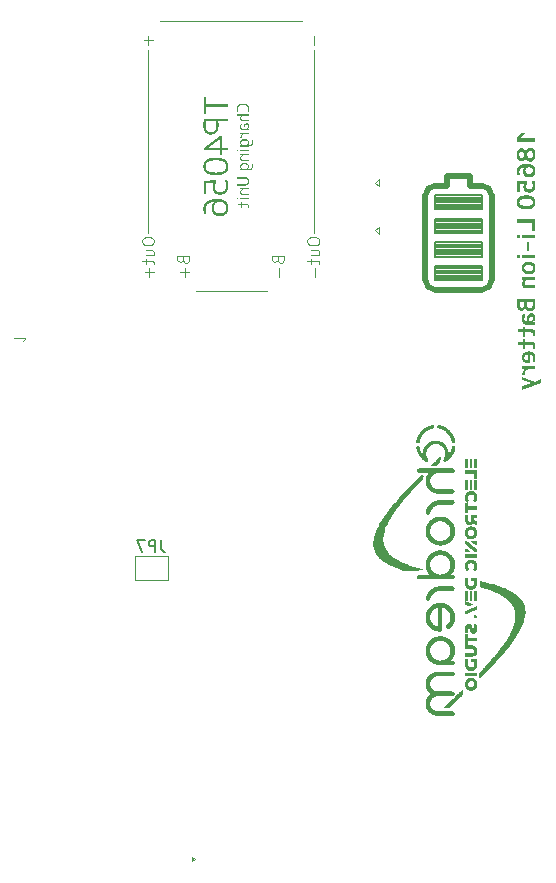
<source format=gbr>
%TF.GenerationSoftware,KiCad,Pcbnew,7.0.5*%
%TF.CreationDate,2023-11-27T01:09:10+09:00*%
%TF.ProjectId,Ultramarine-2_Control_Unit,556c7472-616d-4617-9269-6e652d325f43,rev?*%
%TF.SameCoordinates,Original*%
%TF.FileFunction,Legend,Bot*%
%TF.FilePolarity,Positive*%
%FSLAX46Y46*%
G04 Gerber Fmt 4.6, Leading zero omitted, Abs format (unit mm)*
G04 Created by KiCad (PCBNEW 7.0.5) date 2023-11-27 01:09:10*
%MOMM*%
%LPD*%
G01*
G04 APERTURE LIST*
%ADD10C,0.200000*%
%ADD11C,0.500000*%
%ADD12C,0.300000*%
%ADD13C,0.100000*%
%ADD14C,0.150000*%
%ADD15C,0.120000*%
G04 APERTURE END LIST*
D10*
X163250000Y-72850000D02*
X167250000Y-72850000D01*
X163250000Y-72450000D02*
X167250000Y-72450000D01*
D11*
X163250000Y-74050000D02*
X167250000Y-74050002D01*
D10*
X163250000Y-73250000D02*
X163250000Y-72050000D01*
X163250000Y-68050000D02*
X167250000Y-68050000D01*
D11*
X162450000Y-66050000D02*
X162450000Y-73250000D01*
D10*
X167250000Y-73250000D02*
X167250000Y-72050000D01*
X163250000Y-71050000D02*
X167250000Y-71050000D01*
X163250000Y-70250000D02*
X167250000Y-70250000D01*
D11*
X163250000Y-65250000D02*
G75*
G03*
X162450000Y-66050000I0J-800000D01*
G01*
D10*
X163250000Y-70650000D02*
X167250000Y-70650000D01*
X163250000Y-72650000D02*
X167250000Y-72650000D01*
D11*
X168050000Y-66050000D02*
G75*
G03*
X167250000Y-65250000I-800000J0D01*
G01*
D10*
X163250000Y-68450000D02*
X167250000Y-68450000D01*
X163250000Y-68250000D02*
X167250000Y-68250000D01*
X163250000Y-70450000D02*
X167250000Y-70450000D01*
D11*
X164250000Y-65250000D02*
X163250000Y-65250000D01*
D10*
X163250000Y-66650000D02*
X167250000Y-66650000D01*
X163250000Y-73250000D02*
X167250000Y-73250000D01*
X163250000Y-68650000D02*
X167250000Y-68650000D01*
X163250000Y-66450000D02*
X167250000Y-66450000D01*
X163250000Y-70850000D02*
X167250000Y-70850000D01*
X163250000Y-66250000D02*
X167250000Y-66250000D01*
D11*
X166250000Y-65250000D02*
X166250000Y-64450000D01*
X167250000Y-74050000D02*
G75*
G03*
X168050000Y-73250000I0J800000D01*
G01*
D10*
X163250000Y-71250000D02*
X163250000Y-70050000D01*
X163250000Y-68850000D02*
X167250000Y-68850000D01*
X163250000Y-67250000D02*
X163250000Y-66050000D01*
X163250000Y-72050000D02*
X167250000Y-72050000D01*
D11*
X166250000Y-65250000D02*
X167250000Y-65250000D01*
X164250000Y-64450000D02*
X164250000Y-65250000D01*
D10*
X163250000Y-66050000D02*
X167250000Y-66050000D01*
D11*
X168050000Y-73250000D02*
X168050000Y-66050000D01*
X162450000Y-73250000D02*
G75*
G03*
X163250000Y-74050000I800000J0D01*
G01*
D10*
X163250000Y-70050000D02*
X167250000Y-70050000D01*
X167250000Y-71250000D02*
X167250000Y-70050000D01*
X163250000Y-73050000D02*
X167250000Y-73050000D01*
D11*
X166250000Y-64450000D02*
X164250000Y-64450000D01*
D10*
X163250000Y-67250000D02*
X167250000Y-67250000D01*
X163250000Y-71250000D02*
X167250000Y-71250000D01*
X163250000Y-72250000D02*
X167250000Y-72250000D01*
X167250000Y-67250000D02*
X167250000Y-66050000D01*
X163250000Y-67050000D02*
X167250000Y-67050000D01*
X167250000Y-69250000D02*
X167250000Y-68050000D01*
X163250000Y-66850000D02*
X167250000Y-66850000D01*
X163250000Y-69250000D02*
X167250000Y-69250000D01*
X163250000Y-69250000D02*
X163250000Y-68050000D01*
X163250000Y-69050000D02*
X167250000Y-69050000D01*
D12*
G36*
X170204438Y-61233077D02*
G01*
X170204438Y-61534961D01*
X171745000Y-61534961D01*
X171745000Y-61233077D01*
X170527205Y-61233077D01*
X170527205Y-61228681D01*
X170843743Y-60817254D01*
X170520976Y-60817254D01*
X170204438Y-61233077D01*
G37*
G36*
X171347952Y-62028697D02*
G01*
X171372315Y-62030526D01*
X171396038Y-62033574D01*
X171419118Y-62037842D01*
X171441558Y-62043329D01*
X171463357Y-62050035D01*
X171484515Y-62057960D01*
X171505031Y-62067105D01*
X171524906Y-62077469D01*
X171544140Y-62089053D01*
X171562733Y-62101855D01*
X171580685Y-62115877D01*
X171597996Y-62131119D01*
X171614665Y-62147579D01*
X171630694Y-62165259D01*
X171646081Y-62184159D01*
X171653474Y-62194055D01*
X171667556Y-62214563D01*
X171680700Y-62236024D01*
X171692904Y-62258438D01*
X171704170Y-62281805D01*
X171714497Y-62306125D01*
X171723885Y-62331399D01*
X171732334Y-62357625D01*
X171739845Y-62384805D01*
X171746416Y-62412938D01*
X171749350Y-62427362D01*
X171752049Y-62442024D01*
X171754514Y-62456924D01*
X171756743Y-62472063D01*
X171758738Y-62487440D01*
X171760498Y-62503055D01*
X171762024Y-62518908D01*
X171763315Y-62535000D01*
X171764371Y-62551330D01*
X171765192Y-62567898D01*
X171765779Y-62584705D01*
X171766131Y-62601750D01*
X171766249Y-62619033D01*
X171766131Y-62636338D01*
X171765779Y-62653404D01*
X171765192Y-62670230D01*
X171764371Y-62686816D01*
X171763315Y-62703163D01*
X171762024Y-62719269D01*
X171760498Y-62735136D01*
X171758738Y-62750764D01*
X171756743Y-62766152D01*
X171754514Y-62781299D01*
X171752049Y-62796208D01*
X171749350Y-62810876D01*
X171743248Y-62839494D01*
X171736207Y-62867153D01*
X171728227Y-62893853D01*
X171719308Y-62919595D01*
X171709451Y-62944377D01*
X171698654Y-62968201D01*
X171686919Y-62991066D01*
X171674245Y-63012972D01*
X171660633Y-63033919D01*
X171646081Y-63053907D01*
X171630694Y-63072807D01*
X171614665Y-63090487D01*
X171597996Y-63106947D01*
X171580685Y-63122189D01*
X171562733Y-63136211D01*
X171544140Y-63149013D01*
X171524906Y-63160597D01*
X171505031Y-63170961D01*
X171484515Y-63180106D01*
X171463357Y-63188031D01*
X171441558Y-63194737D01*
X171419118Y-63200224D01*
X171396038Y-63204492D01*
X171372315Y-63207540D01*
X171347952Y-63209369D01*
X171322948Y-63209979D01*
X171305048Y-63209674D01*
X171287482Y-63208759D01*
X171270249Y-63207235D01*
X171253350Y-63205101D01*
X171236784Y-63202358D01*
X171220552Y-63199005D01*
X171204653Y-63195042D01*
X171189088Y-63190470D01*
X171173855Y-63185288D01*
X171158957Y-63179496D01*
X171144392Y-63173095D01*
X171130160Y-63166084D01*
X171116262Y-63158463D01*
X171102697Y-63150233D01*
X171089466Y-63141393D01*
X171076568Y-63131943D01*
X171064003Y-63121884D01*
X171051772Y-63111215D01*
X171039875Y-63099936D01*
X171028311Y-63088048D01*
X171017080Y-63075550D01*
X171006183Y-63062443D01*
X170995619Y-63048725D01*
X170985389Y-63034398D01*
X170975492Y-63019462D01*
X170965929Y-63003916D01*
X170956699Y-62987760D01*
X170947802Y-62970995D01*
X170939239Y-62953619D01*
X170931010Y-62935635D01*
X170923113Y-62917040D01*
X170915551Y-62897836D01*
X170911521Y-62897836D01*
X170903889Y-62914065D01*
X170896060Y-62929779D01*
X170888035Y-62944977D01*
X170879813Y-62959660D01*
X170871394Y-62973828D01*
X170862779Y-62987481D01*
X170853966Y-63000619D01*
X170844957Y-63013241D01*
X170835751Y-63025348D01*
X170826348Y-63036940D01*
X170806952Y-63058579D01*
X170786769Y-63078156D01*
X170765799Y-63095673D01*
X170744042Y-63111129D01*
X170721498Y-63124524D01*
X170698167Y-63135858D01*
X170674048Y-63145132D01*
X170649142Y-63152345D01*
X170623450Y-63157497D01*
X170596970Y-63160588D01*
X170569703Y-63161618D01*
X170548304Y-63161057D01*
X170527428Y-63159375D01*
X170507076Y-63156570D01*
X170487248Y-63152643D01*
X170467944Y-63147594D01*
X170449163Y-63141423D01*
X170430907Y-63134130D01*
X170413174Y-63125715D01*
X170395965Y-63116178D01*
X170379279Y-63105519D01*
X170363118Y-63093738D01*
X170347480Y-63080835D01*
X170332366Y-63066810D01*
X170317776Y-63051663D01*
X170303710Y-63035395D01*
X170290167Y-63018004D01*
X170277257Y-62999615D01*
X170265180Y-62980354D01*
X170253936Y-62960220D01*
X170243524Y-62939212D01*
X170233946Y-62917332D01*
X170225200Y-62894579D01*
X170217288Y-62870953D01*
X170210208Y-62846454D01*
X170203961Y-62821081D01*
X170198547Y-62794836D01*
X170193966Y-62767718D01*
X170190218Y-62739727D01*
X170187303Y-62710863D01*
X170186158Y-62696104D01*
X170185221Y-62681126D01*
X170184492Y-62665930D01*
X170183971Y-62650516D01*
X170183659Y-62634884D01*
X170183555Y-62619033D01*
X170398611Y-62619033D01*
X170398664Y-62626765D01*
X170399094Y-62641906D01*
X170399952Y-62656618D01*
X170402045Y-62677880D01*
X170405104Y-62698177D01*
X170409129Y-62717508D01*
X170414120Y-62735872D01*
X170420077Y-62753271D01*
X170427000Y-62769704D01*
X170434889Y-62785171D01*
X170443744Y-62799671D01*
X170453565Y-62813206D01*
X170460574Y-62821635D01*
X170471606Y-62833259D01*
X170483264Y-62843660D01*
X170495546Y-62852837D01*
X170508453Y-62860790D01*
X170521984Y-62867520D01*
X170536141Y-62873026D01*
X170550921Y-62877309D01*
X170566327Y-62880368D01*
X170582357Y-62882203D01*
X170599012Y-62882815D01*
X170608575Y-62882564D01*
X170627243Y-62880552D01*
X170645298Y-62876527D01*
X170662740Y-62870491D01*
X170679570Y-62862442D01*
X170695787Y-62852382D01*
X170711392Y-62840309D01*
X170726384Y-62826224D01*
X170740764Y-62810127D01*
X170754532Y-62792017D01*
X170767686Y-62771896D01*
X170780229Y-62749762D01*
X170792158Y-62725617D01*
X170803476Y-62699459D01*
X170808904Y-62685625D01*
X170814180Y-62671289D01*
X170819303Y-62656449D01*
X170824272Y-62641107D01*
X170829089Y-62625261D01*
X170824516Y-62608920D01*
X170820630Y-62595952D01*
X171040115Y-62595952D01*
X171043038Y-62607314D01*
X171048977Y-62629376D01*
X171055039Y-62650556D01*
X171061225Y-62670855D01*
X171067533Y-62690272D01*
X171073964Y-62708808D01*
X171080519Y-62726462D01*
X171087196Y-62743235D01*
X171093997Y-62759126D01*
X171100921Y-62774135D01*
X171107968Y-62788263D01*
X171115137Y-62801510D01*
X171126123Y-62819726D01*
X171137385Y-62835959D01*
X171148925Y-62850209D01*
X171156846Y-62858771D01*
X171169238Y-62870579D01*
X171182241Y-62881144D01*
X171195856Y-62890466D01*
X171210083Y-62898545D01*
X171224922Y-62905381D01*
X171240373Y-62910974D01*
X171256435Y-62915324D01*
X171273109Y-62918431D01*
X171290395Y-62920296D01*
X171308293Y-62920917D01*
X171321819Y-62920599D01*
X171341479Y-62918931D01*
X171360386Y-62915834D01*
X171378539Y-62911307D01*
X171395939Y-62905350D01*
X171412585Y-62897963D01*
X171428478Y-62889147D01*
X171443617Y-62878900D01*
X171458003Y-62867225D01*
X171471636Y-62854119D01*
X171484515Y-62839584D01*
X171496365Y-62823826D01*
X171507050Y-62807049D01*
X171516570Y-62789256D01*
X171524923Y-62770444D01*
X171532111Y-62750616D01*
X171538134Y-62729769D01*
X171541501Y-62715307D01*
X171544351Y-62700392D01*
X171546682Y-62685024D01*
X171548495Y-62669205D01*
X171549790Y-62652933D01*
X171550567Y-62636209D01*
X171550826Y-62619033D01*
X171550567Y-62601844D01*
X171549790Y-62585081D01*
X171548495Y-62568745D01*
X171546682Y-62552836D01*
X171544351Y-62537352D01*
X171541501Y-62522296D01*
X171538134Y-62507665D01*
X171532111Y-62486520D01*
X171524923Y-62466334D01*
X171516570Y-62447107D01*
X171507050Y-62428840D01*
X171496365Y-62411532D01*
X171484515Y-62395184D01*
X171476012Y-62384981D01*
X171462631Y-62370909D01*
X171448496Y-62358319D01*
X171433608Y-62347210D01*
X171417966Y-62337582D01*
X171401571Y-62329436D01*
X171384423Y-62322770D01*
X171366521Y-62317586D01*
X171347865Y-62313883D01*
X171328456Y-62311661D01*
X171308293Y-62310921D01*
X171297029Y-62311199D01*
X171275059Y-62313426D01*
X171253832Y-62317879D01*
X171233350Y-62324560D01*
X171213612Y-62333467D01*
X171194619Y-62344601D01*
X171176369Y-62357962D01*
X171158864Y-62373550D01*
X171142103Y-62391364D01*
X171126086Y-62411405D01*
X171110813Y-62433673D01*
X171096284Y-62458168D01*
X171089299Y-62471251D01*
X171082500Y-62484890D01*
X171075887Y-62499086D01*
X171069460Y-62513839D01*
X171063218Y-62529148D01*
X171057163Y-62545014D01*
X171051294Y-62561437D01*
X171045612Y-62578416D01*
X171040115Y-62595952D01*
X170820630Y-62595952D01*
X170819775Y-62593097D01*
X170814865Y-62577793D01*
X170809786Y-62563008D01*
X170804538Y-62548742D01*
X170799121Y-62534994D01*
X170787781Y-62509055D01*
X170775766Y-62485191D01*
X170763075Y-62463403D01*
X170749708Y-62443689D01*
X170735666Y-62426051D01*
X170720948Y-62410487D01*
X170705555Y-62396999D01*
X170689487Y-62385586D01*
X170672743Y-62376248D01*
X170655323Y-62368985D01*
X170637228Y-62363797D01*
X170618458Y-62360685D01*
X170599012Y-62359647D01*
X170587839Y-62359915D01*
X170571601Y-62361320D01*
X170555987Y-62363929D01*
X170540998Y-62367743D01*
X170526634Y-62372760D01*
X170512894Y-62378982D01*
X170499779Y-62386409D01*
X170487288Y-62395040D01*
X170475423Y-62404874D01*
X170464182Y-62415914D01*
X170453565Y-62428157D01*
X170450184Y-62432492D01*
X170440685Y-62446126D01*
X170432152Y-62460707D01*
X170424585Y-62476235D01*
X170417984Y-62492710D01*
X170412349Y-62510131D01*
X170407680Y-62528499D01*
X170403977Y-62547814D01*
X170401240Y-62568075D01*
X170399469Y-62589283D01*
X170398825Y-62603948D01*
X170398611Y-62619033D01*
X170183555Y-62619033D01*
X170183659Y-62603182D01*
X170183971Y-62587550D01*
X170184492Y-62572136D01*
X170185221Y-62556940D01*
X170186158Y-62541962D01*
X170187303Y-62527203D01*
X170190218Y-62498339D01*
X170193966Y-62470348D01*
X170198547Y-62443230D01*
X170203961Y-62416985D01*
X170210208Y-62391612D01*
X170217288Y-62367113D01*
X170225200Y-62343487D01*
X170233946Y-62320734D01*
X170243524Y-62298854D01*
X170253936Y-62277846D01*
X170265180Y-62257712D01*
X170277257Y-62238451D01*
X170290167Y-62220062D01*
X170303710Y-62202716D01*
X170317776Y-62186488D01*
X170332366Y-62171380D01*
X170347480Y-62157391D01*
X170363118Y-62144521D01*
X170379279Y-62132770D01*
X170395965Y-62122139D01*
X170413174Y-62112626D01*
X170430907Y-62104233D01*
X170449163Y-62096958D01*
X170467944Y-62090803D01*
X170487248Y-62085767D01*
X170507076Y-62081850D01*
X170527428Y-62079052D01*
X170548304Y-62077373D01*
X170569703Y-62076814D01*
X170591246Y-62077406D01*
X170612460Y-62079184D01*
X170633346Y-62082146D01*
X170653904Y-62086294D01*
X170674133Y-62091626D01*
X170694034Y-62098143D01*
X170713606Y-62105845D01*
X170732850Y-62114733D01*
X170751765Y-62124805D01*
X170770352Y-62136062D01*
X170782561Y-62144225D01*
X170794556Y-62152910D01*
X170806271Y-62162022D01*
X170817706Y-62171561D01*
X170828860Y-62181525D01*
X170839733Y-62191917D01*
X170850327Y-62202734D01*
X170860639Y-62213979D01*
X170870671Y-62225649D01*
X170880423Y-62237747D01*
X170889894Y-62250270D01*
X170899084Y-62263220D01*
X170907995Y-62276597D01*
X170916624Y-62290400D01*
X170924973Y-62304629D01*
X170933042Y-62319285D01*
X170940830Y-62334368D01*
X170945226Y-62334368D01*
X170953285Y-62315655D01*
X170961615Y-62297525D01*
X170970218Y-62279980D01*
X170979092Y-62263019D01*
X170988238Y-62246641D01*
X170997656Y-62230847D01*
X171007347Y-62215637D01*
X171017308Y-62201011D01*
X171027542Y-62186969D01*
X171038048Y-62173511D01*
X171048826Y-62160637D01*
X171059875Y-62148346D01*
X171071197Y-62136640D01*
X171082790Y-62125517D01*
X171094656Y-62114979D01*
X171106793Y-62105024D01*
X171112927Y-62100291D01*
X171125314Y-62091275D01*
X171137862Y-62082860D01*
X171150571Y-62075046D01*
X171163439Y-62067833D01*
X171183043Y-62058141D01*
X171203006Y-62049801D01*
X171223331Y-62042814D01*
X171244016Y-62037179D01*
X171265062Y-62032896D01*
X171286469Y-62029966D01*
X171308236Y-62028388D01*
X171322948Y-62028087D01*
X171347952Y-62028697D01*
G37*
G36*
X171112639Y-63393723D02*
G01*
X171154127Y-63395410D01*
X171194255Y-63398223D01*
X171233023Y-63402160D01*
X171270430Y-63407221D01*
X171306477Y-63413408D01*
X171341164Y-63420720D01*
X171374491Y-63429156D01*
X171406457Y-63438717D01*
X171437063Y-63449403D01*
X171466309Y-63461214D01*
X171494195Y-63474150D01*
X171520720Y-63488211D01*
X171545885Y-63503396D01*
X171569690Y-63519707D01*
X171592134Y-63537142D01*
X171613218Y-63555702D01*
X171632942Y-63575387D01*
X171651306Y-63596197D01*
X171668309Y-63618131D01*
X171683952Y-63641191D01*
X171698235Y-63665375D01*
X171711158Y-63690684D01*
X171722720Y-63717118D01*
X171732922Y-63744677D01*
X171741764Y-63773361D01*
X171749245Y-63803170D01*
X171755366Y-63834103D01*
X171760127Y-63866161D01*
X171763528Y-63899344D01*
X171765568Y-63933652D01*
X171766249Y-63969085D01*
X171766107Y-63985602D01*
X171765680Y-64001904D01*
X171764970Y-64017991D01*
X171763976Y-64033863D01*
X171762698Y-64049521D01*
X171761135Y-64064964D01*
X171759289Y-64080192D01*
X171757158Y-64095206D01*
X171754744Y-64110005D01*
X171752045Y-64124590D01*
X171745795Y-64153115D01*
X171738409Y-64180781D01*
X171729887Y-64207588D01*
X171720228Y-64233537D01*
X171709434Y-64258628D01*
X171697502Y-64282859D01*
X171684435Y-64306232D01*
X171670231Y-64328746D01*
X171654891Y-64350402D01*
X171638415Y-64371199D01*
X171620802Y-64391137D01*
X171611580Y-64400762D01*
X171592480Y-64419094D01*
X171572507Y-64436204D01*
X171551662Y-64452093D01*
X171529943Y-64466759D01*
X171507352Y-64480202D01*
X171483887Y-64492424D01*
X171459550Y-64503424D01*
X171434339Y-64513201D01*
X171408256Y-64521756D01*
X171381300Y-64529089D01*
X171353470Y-64535200D01*
X171324768Y-64540089D01*
X171310089Y-64542075D01*
X171295193Y-64543755D01*
X171280078Y-64545130D01*
X171264744Y-64546200D01*
X171249193Y-64546963D01*
X171233423Y-64547422D01*
X171217435Y-64547575D01*
X171188031Y-64547042D01*
X171159446Y-64545445D01*
X171131680Y-64542783D01*
X171104732Y-64539057D01*
X171078603Y-64534265D01*
X171053292Y-64528409D01*
X171028800Y-64521488D01*
X171005127Y-64513503D01*
X170982272Y-64504452D01*
X170960236Y-64494337D01*
X170939018Y-64483157D01*
X170918619Y-64470913D01*
X170899039Y-64457603D01*
X170880277Y-64443229D01*
X170862334Y-64427791D01*
X170845209Y-64411287D01*
X170836959Y-64402687D01*
X170821246Y-64384862D01*
X170806580Y-64366200D01*
X170792961Y-64346702D01*
X170780390Y-64326369D01*
X170768867Y-64305200D01*
X170758391Y-64283195D01*
X170748963Y-64260355D01*
X170740583Y-64236679D01*
X170733250Y-64212167D01*
X170726964Y-64186819D01*
X170721726Y-64160635D01*
X170717536Y-64133616D01*
X170714393Y-64105761D01*
X170712298Y-64077070D01*
X170711643Y-64062411D01*
X170711250Y-64047543D01*
X170711120Y-64032466D01*
X170711547Y-64005954D01*
X170712831Y-63980179D01*
X170713779Y-63969085D01*
X170919947Y-63969085D01*
X170920026Y-63977344D01*
X170920652Y-63993538D01*
X170921906Y-64009303D01*
X170923786Y-64024639D01*
X170926294Y-64039545D01*
X170929428Y-64054022D01*
X170935304Y-64074933D01*
X170942591Y-64094878D01*
X170951288Y-64113856D01*
X170961396Y-64131869D01*
X170972914Y-64148916D01*
X170985842Y-64164996D01*
X171000181Y-64180111D01*
X171005255Y-64184935D01*
X171021195Y-64198487D01*
X171038211Y-64210660D01*
X171056302Y-64221456D01*
X171075468Y-64230873D01*
X171095710Y-64238913D01*
X171109803Y-64243506D01*
X171124373Y-64247488D01*
X171139421Y-64250857D01*
X171154947Y-64253613D01*
X171170951Y-64255757D01*
X171187433Y-64257288D01*
X171204393Y-64258207D01*
X171221831Y-64258513D01*
X171231513Y-64258438D01*
X171250438Y-64257834D01*
X171268779Y-64256626D01*
X171286536Y-64254814D01*
X171303709Y-64252398D01*
X171320299Y-64249379D01*
X171336304Y-64245755D01*
X171351726Y-64241528D01*
X171366564Y-64236696D01*
X171380818Y-64231261D01*
X171394488Y-64225222D01*
X171407574Y-64218578D01*
X171426108Y-64207481D01*
X171443329Y-64195025D01*
X171459235Y-64181210D01*
X171469040Y-64171366D01*
X171482561Y-64155745D01*
X171494658Y-64139101D01*
X171505333Y-64121433D01*
X171514584Y-64102741D01*
X171522411Y-64083025D01*
X171528816Y-64062285D01*
X171532295Y-64047889D01*
X171535141Y-64033039D01*
X171537355Y-64017733D01*
X171538937Y-64001972D01*
X171539886Y-63985756D01*
X171540202Y-63969085D01*
X171539868Y-63953470D01*
X171538868Y-63938225D01*
X171537201Y-63923348D01*
X171534867Y-63908841D01*
X171530115Y-63887773D01*
X171523863Y-63867535D01*
X171516110Y-63848128D01*
X171506857Y-63829552D01*
X171496103Y-63811807D01*
X171483849Y-63794892D01*
X171470094Y-63778808D01*
X171454839Y-63763555D01*
X171443925Y-63753972D01*
X171426643Y-63740757D01*
X171408265Y-63728934D01*
X171395405Y-63721824D01*
X171382058Y-63715332D01*
X171368225Y-63709459D01*
X171353906Y-63704204D01*
X171339099Y-63699567D01*
X171323807Y-63695549D01*
X171308027Y-63692148D01*
X171291761Y-63689366D01*
X171275009Y-63687202D01*
X171257769Y-63685657D01*
X171240044Y-63684729D01*
X171221831Y-63684420D01*
X171204874Y-63684725D01*
X171188349Y-63685640D01*
X171172256Y-63687164D01*
X171156596Y-63689298D01*
X171141367Y-63692041D01*
X171126571Y-63695394D01*
X171112207Y-63699357D01*
X171091471Y-63706444D01*
X171071708Y-63714903D01*
X171052917Y-63724734D01*
X171035099Y-63735936D01*
X171018253Y-63748510D01*
X171002379Y-63762456D01*
X170987648Y-63777532D01*
X170974365Y-63793497D01*
X170962532Y-63810350D01*
X170952147Y-63828092D01*
X170943212Y-63846723D01*
X170935725Y-63866243D01*
X170929688Y-63886651D01*
X170925099Y-63907948D01*
X170922845Y-63922640D01*
X170921235Y-63937727D01*
X170920269Y-63953209D01*
X170919947Y-63969085D01*
X170713779Y-63969085D01*
X170714971Y-63955143D01*
X170717966Y-63930846D01*
X170721817Y-63907287D01*
X170726524Y-63884467D01*
X170732087Y-63862385D01*
X170738505Y-63841041D01*
X170745780Y-63820436D01*
X170753910Y-63800569D01*
X170762896Y-63781441D01*
X170772737Y-63763051D01*
X170783435Y-63745400D01*
X170794988Y-63728487D01*
X170807397Y-63712313D01*
X170820662Y-63696877D01*
X170818464Y-63692847D01*
X170794051Y-63695815D01*
X170770362Y-63699407D01*
X170747397Y-63703623D01*
X170725156Y-63708463D01*
X170703639Y-63713927D01*
X170682847Y-63720015D01*
X170662778Y-63726727D01*
X170643434Y-63734063D01*
X170624814Y-63742022D01*
X170606918Y-63750606D01*
X170589746Y-63759814D01*
X170573298Y-63769646D01*
X170557574Y-63780101D01*
X170542575Y-63791181D01*
X170528299Y-63802885D01*
X170514748Y-63815212D01*
X170501971Y-63828068D01*
X170490019Y-63841356D01*
X170478890Y-63855076D01*
X170468586Y-63869228D01*
X170459107Y-63883813D01*
X170450451Y-63898829D01*
X170442620Y-63914278D01*
X170435614Y-63930159D01*
X170429431Y-63946472D01*
X170424073Y-63963218D01*
X170419539Y-63980395D01*
X170415830Y-63998005D01*
X170412945Y-64016047D01*
X170410884Y-64034521D01*
X170409648Y-64053428D01*
X170409235Y-64072766D01*
X170409450Y-64092723D01*
X170410094Y-64112568D01*
X170411167Y-64132302D01*
X170412670Y-64151924D01*
X170414602Y-64171434D01*
X170416963Y-64190833D01*
X170419754Y-64210120D01*
X170422974Y-64229296D01*
X170426623Y-64248359D01*
X170430702Y-64267312D01*
X170435210Y-64286152D01*
X170440147Y-64304881D01*
X170445514Y-64323498D01*
X170451310Y-64342004D01*
X170457535Y-64360398D01*
X170464190Y-64378681D01*
X170225687Y-64378681D01*
X170220585Y-64359163D01*
X170215812Y-64339628D01*
X170211369Y-64320077D01*
X170207254Y-64300508D01*
X170203469Y-64280921D01*
X170200013Y-64261318D01*
X170196886Y-64241698D01*
X170194088Y-64222060D01*
X170191619Y-64202405D01*
X170189480Y-64182733D01*
X170187669Y-64163044D01*
X170186188Y-64143337D01*
X170185036Y-64123614D01*
X170184213Y-64103873D01*
X170183720Y-64084115D01*
X170183555Y-64064340D01*
X170183771Y-64044290D01*
X170184421Y-64024531D01*
X170185503Y-64005063D01*
X170187018Y-63985887D01*
X170188966Y-63967001D01*
X170191347Y-63948407D01*
X170194161Y-63930104D01*
X170197408Y-63912093D01*
X170201088Y-63894372D01*
X170205201Y-63876943D01*
X170209746Y-63859805D01*
X170214725Y-63842959D01*
X170220136Y-63826403D01*
X170225980Y-63810139D01*
X170232257Y-63794166D01*
X170238968Y-63778484D01*
X170246111Y-63763094D01*
X170253687Y-63747995D01*
X170261695Y-63733186D01*
X170270137Y-63718670D01*
X170279012Y-63704444D01*
X170288319Y-63690510D01*
X170298060Y-63676867D01*
X170308233Y-63663515D01*
X170318840Y-63650454D01*
X170329879Y-63637685D01*
X170341351Y-63625206D01*
X170353256Y-63613019D01*
X170365594Y-63601124D01*
X170378365Y-63589519D01*
X170391569Y-63578206D01*
X170405205Y-63567184D01*
X170419252Y-63556477D01*
X170433733Y-63546111D01*
X170448647Y-63536084D01*
X170463995Y-63526397D01*
X170479777Y-63517050D01*
X170495992Y-63508043D01*
X170512641Y-63499376D01*
X170529723Y-63491049D01*
X170547239Y-63483061D01*
X170565189Y-63475414D01*
X170583573Y-63468106D01*
X170602389Y-63461138D01*
X170621640Y-63454511D01*
X170641324Y-63448223D01*
X170661442Y-63442275D01*
X170681994Y-63436666D01*
X170702979Y-63431398D01*
X170724397Y-63426470D01*
X170746250Y-63421881D01*
X170768536Y-63417633D01*
X170791255Y-63413724D01*
X170814408Y-63410155D01*
X170837995Y-63406926D01*
X170862016Y-63404037D01*
X170886470Y-63401488D01*
X170911358Y-63399279D01*
X170936679Y-63397409D01*
X170962434Y-63395880D01*
X170988623Y-63394690D01*
X171015245Y-63393840D01*
X171042301Y-63393331D01*
X171069790Y-63393161D01*
X171112639Y-63393723D01*
G37*
G36*
X170747023Y-65353210D02*
G01*
X170747510Y-65381291D01*
X170748970Y-65408565D01*
X170751402Y-65435032D01*
X170754808Y-65460692D01*
X170759188Y-65485544D01*
X170764540Y-65509590D01*
X170770866Y-65532828D01*
X170778164Y-65555259D01*
X170786436Y-65576884D01*
X170795681Y-65597700D01*
X170805899Y-65617710D01*
X170817090Y-65636913D01*
X170829255Y-65655308D01*
X170842392Y-65672897D01*
X170856503Y-65689678D01*
X170871587Y-65705652D01*
X170887517Y-65720736D01*
X170904256Y-65734847D01*
X170921806Y-65747984D01*
X170940166Y-65760149D01*
X170959336Y-65771340D01*
X170979315Y-65781558D01*
X171000105Y-65790803D01*
X171021705Y-65799075D01*
X171044115Y-65806374D01*
X171067334Y-65812699D01*
X171091364Y-65818051D01*
X171116204Y-65822431D01*
X171141854Y-65825837D01*
X171168314Y-65828270D01*
X171195583Y-65829729D01*
X171223663Y-65830216D01*
X171257045Y-65829612D01*
X171289367Y-65827800D01*
X171320629Y-65824780D01*
X171350832Y-65820553D01*
X171379974Y-65815118D01*
X171408057Y-65808474D01*
X171435081Y-65800623D01*
X171461044Y-65791564D01*
X171485948Y-65781298D01*
X171509792Y-65769823D01*
X171532577Y-65757140D01*
X171554301Y-65743250D01*
X171574966Y-65728152D01*
X171594571Y-65711846D01*
X171613117Y-65694332D01*
X171630602Y-65675610D01*
X171647028Y-65655680D01*
X171662394Y-65634543D01*
X171676701Y-65612198D01*
X171689948Y-65588644D01*
X171702135Y-65563883D01*
X171713262Y-65537914D01*
X171723329Y-65510738D01*
X171732337Y-65482353D01*
X171740285Y-65452760D01*
X171747173Y-65421960D01*
X171753002Y-65389952D01*
X171757771Y-65356736D01*
X171761480Y-65322312D01*
X171764129Y-65286680D01*
X171765719Y-65249840D01*
X171766249Y-65211793D01*
X171765984Y-65185538D01*
X171765190Y-65159529D01*
X171763866Y-65133766D01*
X171762013Y-65108249D01*
X171759630Y-65082979D01*
X171756717Y-65057954D01*
X171753276Y-65033176D01*
X171749304Y-65008644D01*
X171744803Y-64984358D01*
X171739773Y-64960318D01*
X171734213Y-64936525D01*
X171728124Y-64912977D01*
X171721505Y-64889676D01*
X171714357Y-64866621D01*
X171706679Y-64843812D01*
X171698471Y-64821249D01*
X171439085Y-64821249D01*
X171444540Y-64835044D01*
X171449822Y-64848725D01*
X171459865Y-64875740D01*
X171469216Y-64902294D01*
X171477874Y-64928387D01*
X171485840Y-64954020D01*
X171493113Y-64979192D01*
X171499693Y-65003903D01*
X171505580Y-65028153D01*
X171510775Y-65051942D01*
X171515278Y-65075271D01*
X171519087Y-65098138D01*
X171522204Y-65120545D01*
X171524629Y-65142491D01*
X171526360Y-65163977D01*
X171527399Y-65185001D01*
X171527745Y-65205565D01*
X171527449Y-65226076D01*
X171526558Y-65245936D01*
X171525073Y-65265145D01*
X171522994Y-65283703D01*
X171520322Y-65301610D01*
X171517055Y-65318866D01*
X171513195Y-65335470D01*
X171508740Y-65351424D01*
X171503692Y-65366726D01*
X171498050Y-65381377D01*
X171491814Y-65395377D01*
X171484984Y-65408725D01*
X171477560Y-65421423D01*
X171460931Y-65444864D01*
X171441925Y-65465701D01*
X171420545Y-65483934D01*
X171396788Y-65499561D01*
X171370656Y-65512584D01*
X171356699Y-65518119D01*
X171342148Y-65523003D01*
X171327004Y-65527235D01*
X171311265Y-65530817D01*
X171294932Y-65533747D01*
X171278006Y-65536026D01*
X171260486Y-65537654D01*
X171242371Y-65538631D01*
X171223663Y-65538956D01*
X171208223Y-65538719D01*
X171193274Y-65538007D01*
X171164845Y-65535161D01*
X171138376Y-65530417D01*
X171113868Y-65523775D01*
X171091321Y-65515236D01*
X171070735Y-65504798D01*
X171052109Y-65492464D01*
X171035443Y-65478231D01*
X171020739Y-65462101D01*
X171007995Y-65444074D01*
X170997211Y-65424148D01*
X170988389Y-65402325D01*
X170981526Y-65378605D01*
X170976625Y-65352986D01*
X170973684Y-65325470D01*
X170972704Y-65296057D01*
X170973041Y-65280654D01*
X170974055Y-65265494D01*
X170975743Y-65250577D01*
X170978107Y-65235904D01*
X170981147Y-65221474D01*
X170984862Y-65207288D01*
X170991702Y-65186464D01*
X171000061Y-65166188D01*
X171006478Y-65152974D01*
X171013570Y-65140004D01*
X171021338Y-65127277D01*
X171029782Y-65114794D01*
X171038901Y-65102553D01*
X171048696Y-65090556D01*
X171059166Y-65078803D01*
X171059166Y-64825645D01*
X170204438Y-64867777D01*
X170204438Y-65764637D01*
X170442941Y-65764637D01*
X170442941Y-65133757D01*
X170799780Y-65116905D01*
X170799780Y-65120935D01*
X170793391Y-65134207D01*
X170787415Y-65147645D01*
X170781851Y-65161249D01*
X170776699Y-65175019D01*
X170771959Y-65188955D01*
X170767631Y-65203057D01*
X170763716Y-65217326D01*
X170760212Y-65231760D01*
X170757121Y-65246360D01*
X170754442Y-65261126D01*
X170752175Y-65276058D01*
X170750321Y-65291157D01*
X170748878Y-65306421D01*
X170747848Y-65321851D01*
X170747229Y-65337447D01*
X170747023Y-65353210D01*
G37*
G36*
X171000646Y-66059703D02*
G01*
X171025945Y-66060132D01*
X171050800Y-66060848D01*
X171075211Y-66061850D01*
X171099178Y-66063138D01*
X171122700Y-66064712D01*
X171145777Y-66066572D01*
X171168411Y-66068719D01*
X171190600Y-66071152D01*
X171212344Y-66073871D01*
X171233645Y-66076876D01*
X171254501Y-66080168D01*
X171274912Y-66083746D01*
X171294879Y-66087610D01*
X171314402Y-66091760D01*
X171333481Y-66096196D01*
X171352115Y-66100919D01*
X171370305Y-66105928D01*
X171388050Y-66111223D01*
X171405351Y-66116804D01*
X171422208Y-66122672D01*
X171438620Y-66128826D01*
X171454588Y-66135266D01*
X171470112Y-66141992D01*
X171485191Y-66149004D01*
X171499826Y-66156303D01*
X171514016Y-66163888D01*
X171527763Y-66171759D01*
X171541064Y-66179916D01*
X171553922Y-66188360D01*
X171566335Y-66197090D01*
X171578304Y-66206106D01*
X171589867Y-66215435D01*
X171601063Y-66225058D01*
X171622353Y-66245186D01*
X171642176Y-66266491D01*
X171660530Y-66288973D01*
X171677415Y-66312630D01*
X171692833Y-66337464D01*
X171699991Y-66350323D01*
X171706782Y-66363475D01*
X171713206Y-66376921D01*
X171719262Y-66390662D01*
X171724952Y-66404696D01*
X171730275Y-66419025D01*
X171735230Y-66433647D01*
X171739819Y-66448564D01*
X171744040Y-66463775D01*
X171747895Y-66479280D01*
X171751382Y-66495079D01*
X171754502Y-66511173D01*
X171757255Y-66527560D01*
X171759641Y-66544241D01*
X171761660Y-66561217D01*
X171763312Y-66578486D01*
X171764597Y-66596050D01*
X171765514Y-66613908D01*
X171766065Y-66632059D01*
X171766249Y-66650505D01*
X171766065Y-66668951D01*
X171765514Y-66687102D01*
X171764597Y-66704958D01*
X171763312Y-66722519D01*
X171761660Y-66739785D01*
X171759641Y-66756757D01*
X171757255Y-66773434D01*
X171754502Y-66789815D01*
X171751382Y-66805903D01*
X171747895Y-66821695D01*
X171744040Y-66837192D01*
X171739819Y-66852395D01*
X171735230Y-66867303D01*
X171730275Y-66881916D01*
X171724952Y-66896234D01*
X171719262Y-66910258D01*
X171713206Y-66923986D01*
X171706782Y-66937420D01*
X171699991Y-66950559D01*
X171685308Y-66975953D01*
X171669156Y-67000167D01*
X171651536Y-67023202D01*
X171632448Y-67045058D01*
X171611892Y-67065735D01*
X171601063Y-67075631D01*
X171589867Y-67085232D01*
X171578304Y-67094539D01*
X171566335Y-67103577D01*
X171553922Y-67112329D01*
X171541064Y-67120794D01*
X171527763Y-67128971D01*
X171514016Y-67136862D01*
X171499826Y-67144466D01*
X171485191Y-67151783D01*
X171470112Y-67158813D01*
X171454588Y-67165556D01*
X171438620Y-67172012D01*
X171422208Y-67178181D01*
X171405351Y-67184063D01*
X171388050Y-67189659D01*
X171370305Y-67194967D01*
X171352115Y-67199989D01*
X171333481Y-67204723D01*
X171314402Y-67209171D01*
X171294879Y-67213331D01*
X171274912Y-67217205D01*
X171254501Y-67220791D01*
X171233645Y-67224091D01*
X171212344Y-67227104D01*
X171190600Y-67229830D01*
X171168411Y-67232269D01*
X171145777Y-67234421D01*
X171122700Y-67236286D01*
X171099178Y-67237864D01*
X171075211Y-67239155D01*
X171050800Y-67240160D01*
X171025945Y-67240877D01*
X171000646Y-67241308D01*
X170974902Y-67241451D01*
X170949136Y-67241308D01*
X170923815Y-67240877D01*
X170898941Y-67240160D01*
X170874512Y-67239155D01*
X170850529Y-67237864D01*
X170826992Y-67236286D01*
X170803901Y-67234421D01*
X170781255Y-67232269D01*
X170759056Y-67229830D01*
X170737302Y-67227104D01*
X170715994Y-67224091D01*
X170695131Y-67220791D01*
X170674715Y-67217205D01*
X170654744Y-67213331D01*
X170635219Y-67209171D01*
X170616140Y-67204723D01*
X170597506Y-67199989D01*
X170579319Y-67194967D01*
X170561577Y-67189659D01*
X170544281Y-67184063D01*
X170527430Y-67178181D01*
X170511026Y-67172012D01*
X170495067Y-67165556D01*
X170479554Y-67158813D01*
X170464487Y-67151783D01*
X170449866Y-67144466D01*
X170435691Y-67136862D01*
X170421961Y-67128971D01*
X170408677Y-67120794D01*
X170395839Y-67112329D01*
X170383446Y-67103577D01*
X170371500Y-67094539D01*
X170359937Y-67085232D01*
X170348741Y-67075631D01*
X170327450Y-67055544D01*
X170307628Y-67034278D01*
X170289274Y-67011832D01*
X170272388Y-66988207D01*
X170256971Y-66963403D01*
X170249813Y-66950559D01*
X170243022Y-66937420D01*
X170236598Y-66923986D01*
X170230541Y-66910258D01*
X170224851Y-66896234D01*
X170219529Y-66881916D01*
X170214573Y-66867303D01*
X170209985Y-66852395D01*
X170205763Y-66837192D01*
X170201909Y-66821695D01*
X170198422Y-66805903D01*
X170195302Y-66789815D01*
X170192548Y-66773434D01*
X170190162Y-66756757D01*
X170188143Y-66739785D01*
X170186492Y-66722519D01*
X170185207Y-66704958D01*
X170184289Y-66687102D01*
X170183739Y-66668951D01*
X170183555Y-66650505D01*
X170413265Y-66650505D01*
X170413761Y-66668665D01*
X170415246Y-66686232D01*
X170417722Y-66703206D01*
X170421188Y-66719588D01*
X170425644Y-66735377D01*
X170431091Y-66750574D01*
X170437528Y-66765179D01*
X170444956Y-66779191D01*
X170453374Y-66792610D01*
X170462782Y-66805437D01*
X170473180Y-66817672D01*
X170484569Y-66829314D01*
X170496948Y-66840364D01*
X170510318Y-66850821D01*
X170524677Y-66860685D01*
X170540027Y-66869958D01*
X170548127Y-66874375D01*
X170565389Y-66882790D01*
X170584068Y-66890644D01*
X170604164Y-66897937D01*
X170625676Y-66904669D01*
X170648605Y-66910840D01*
X170672951Y-66916450D01*
X170698714Y-66921499D01*
X170725894Y-66925987D01*
X170754490Y-66929914D01*
X170769320Y-66931667D01*
X170784504Y-66933280D01*
X170800042Y-66934753D01*
X170815934Y-66936085D01*
X170832180Y-66937277D01*
X170848781Y-66938329D01*
X170865735Y-66939241D01*
X170883044Y-66940012D01*
X170900707Y-66940643D01*
X170918725Y-66941134D01*
X170937096Y-66941485D01*
X170955822Y-66941695D01*
X170974902Y-66941765D01*
X170993982Y-66941695D01*
X171012707Y-66941485D01*
X171031079Y-66941134D01*
X171049096Y-66940643D01*
X171066759Y-66940012D01*
X171084068Y-66939241D01*
X171101023Y-66938329D01*
X171117624Y-66937277D01*
X171133870Y-66936085D01*
X171149762Y-66934753D01*
X171165300Y-66933280D01*
X171180484Y-66931667D01*
X171209789Y-66928021D01*
X171237677Y-66923813D01*
X171264148Y-66919045D01*
X171289202Y-66913715D01*
X171312840Y-66907825D01*
X171335061Y-66901373D01*
X171355865Y-66894361D01*
X171375252Y-66886787D01*
X171393223Y-66878653D01*
X171409776Y-66869958D01*
X171425082Y-66860685D01*
X171439400Y-66850821D01*
X171452731Y-66840364D01*
X171465074Y-66829314D01*
X171476430Y-66817672D01*
X171486799Y-66805437D01*
X171496179Y-66792610D01*
X171504573Y-66779191D01*
X171511979Y-66765179D01*
X171518397Y-66750574D01*
X171523829Y-66735377D01*
X171528272Y-66719588D01*
X171531728Y-66703206D01*
X171534197Y-66686232D01*
X171535678Y-66668665D01*
X171536172Y-66650505D01*
X171535678Y-66632346D01*
X171534197Y-66614779D01*
X171531728Y-66597805D01*
X171528272Y-66581423D01*
X171523829Y-66565633D01*
X171518397Y-66550436D01*
X171511979Y-66535832D01*
X171504573Y-66521820D01*
X171496179Y-66508400D01*
X171486799Y-66495573D01*
X171476430Y-66483339D01*
X171465074Y-66471697D01*
X171452731Y-66460647D01*
X171439400Y-66450190D01*
X171425082Y-66440325D01*
X171409776Y-66431053D01*
X171401676Y-66426635D01*
X171384414Y-66418220D01*
X171365736Y-66410367D01*
X171345640Y-66403074D01*
X171324127Y-66396342D01*
X171301198Y-66390171D01*
X171276852Y-66384561D01*
X171251089Y-66379512D01*
X171223910Y-66375024D01*
X171195313Y-66371097D01*
X171180484Y-66369344D01*
X171165300Y-66367731D01*
X171149762Y-66366258D01*
X171133870Y-66364926D01*
X171117624Y-66363734D01*
X171101023Y-66362682D01*
X171084068Y-66361770D01*
X171066759Y-66360999D01*
X171049096Y-66360368D01*
X171031079Y-66359877D01*
X171012707Y-66359526D01*
X170993982Y-66359316D01*
X170974902Y-66359246D01*
X170955822Y-66359316D01*
X170937096Y-66359526D01*
X170918725Y-66359877D01*
X170900707Y-66360368D01*
X170883044Y-66360999D01*
X170865735Y-66361770D01*
X170848781Y-66362682D01*
X170832180Y-66363734D01*
X170815934Y-66364926D01*
X170800042Y-66366258D01*
X170784504Y-66367731D01*
X170769320Y-66369344D01*
X170740015Y-66372990D01*
X170712127Y-66377198D01*
X170685656Y-66381966D01*
X170660601Y-66387296D01*
X170636964Y-66393186D01*
X170614743Y-66399637D01*
X170593939Y-66406650D01*
X170574552Y-66414223D01*
X170556581Y-66422358D01*
X170540027Y-66431053D01*
X170524677Y-66440325D01*
X170510318Y-66450190D01*
X170496948Y-66460647D01*
X170484569Y-66471697D01*
X170473180Y-66483339D01*
X170462782Y-66495573D01*
X170453374Y-66508400D01*
X170444956Y-66521820D01*
X170437528Y-66535832D01*
X170431091Y-66550436D01*
X170425644Y-66565633D01*
X170421188Y-66581423D01*
X170417722Y-66597805D01*
X170415246Y-66614779D01*
X170413761Y-66632346D01*
X170413265Y-66650505D01*
X170183555Y-66650505D01*
X170183739Y-66632059D01*
X170184289Y-66613908D01*
X170185207Y-66596050D01*
X170186492Y-66578486D01*
X170188143Y-66561217D01*
X170190162Y-66544241D01*
X170192548Y-66527560D01*
X170195302Y-66511173D01*
X170198422Y-66495079D01*
X170201909Y-66479280D01*
X170205763Y-66463775D01*
X170209985Y-66448564D01*
X170214573Y-66433647D01*
X170219529Y-66419025D01*
X170224851Y-66404696D01*
X170230541Y-66390662D01*
X170236598Y-66376921D01*
X170243022Y-66363475D01*
X170249813Y-66350323D01*
X170264496Y-66324900D01*
X170280648Y-66300654D01*
X170298267Y-66277585D01*
X170317356Y-66255692D01*
X170337912Y-66234975D01*
X170348741Y-66225058D01*
X170359937Y-66215435D01*
X170371500Y-66206106D01*
X170383446Y-66197090D01*
X170395839Y-66188360D01*
X170408677Y-66179916D01*
X170421961Y-66171759D01*
X170435691Y-66163888D01*
X170449866Y-66156303D01*
X170464487Y-66149004D01*
X170479554Y-66141992D01*
X170495067Y-66135266D01*
X170511026Y-66128826D01*
X170527430Y-66122672D01*
X170544281Y-66116804D01*
X170561577Y-66111223D01*
X170579319Y-66105928D01*
X170597506Y-66100919D01*
X170616140Y-66096196D01*
X170635219Y-66091760D01*
X170654744Y-66087610D01*
X170674715Y-66083746D01*
X170695131Y-66080168D01*
X170715994Y-66076876D01*
X170737302Y-66073871D01*
X170759056Y-66071152D01*
X170781255Y-66068719D01*
X170803901Y-66066572D01*
X170826992Y-66064712D01*
X170850529Y-66063138D01*
X170874512Y-66061850D01*
X170898941Y-66060848D01*
X170923815Y-66060132D01*
X170949136Y-66059703D01*
X170974902Y-66059560D01*
X171000646Y-66059703D01*
G37*
G36*
X170204438Y-68388171D02*
G01*
X171500268Y-68388171D01*
X171500268Y-69067777D01*
X171745000Y-69067777D01*
X171745000Y-68082257D01*
X170204438Y-68082257D01*
X170204438Y-68388171D01*
G37*
G36*
X171745000Y-69383217D02*
G01*
X170647739Y-69383217D01*
X170647739Y-69678872D01*
X171745000Y-69678872D01*
X171745000Y-69383217D01*
G37*
G36*
X170415464Y-69383217D02*
G01*
X170162306Y-69383217D01*
X170162306Y-69678872D01*
X170415464Y-69678872D01*
X170415464Y-69383217D01*
G37*
G36*
X171244912Y-70039741D02*
G01*
X171021064Y-70039741D01*
X171021064Y-70742428D01*
X171244912Y-70742428D01*
X171244912Y-70039741D01*
G37*
G36*
X171745000Y-71102198D02*
G01*
X170647739Y-71102198D01*
X170647739Y-71397854D01*
X171745000Y-71397854D01*
X171745000Y-71102198D01*
G37*
G36*
X170415464Y-71102198D02*
G01*
X170162306Y-71102198D01*
X170162306Y-71397854D01*
X170415464Y-71397854D01*
X170415464Y-71102198D01*
G37*
G36*
X171213079Y-71674596D02*
G01*
X171229731Y-71675007D01*
X171246143Y-71675692D01*
X171262315Y-71676651D01*
X171278246Y-71677884D01*
X171293936Y-71679392D01*
X171309387Y-71681173D01*
X171324596Y-71683229D01*
X171339566Y-71685558D01*
X171354295Y-71688162D01*
X171383032Y-71694191D01*
X171410807Y-71701316D01*
X171437620Y-71709538D01*
X171463471Y-71718856D01*
X171488361Y-71729270D01*
X171512289Y-71740781D01*
X171535256Y-71753387D01*
X171557261Y-71767090D01*
X171578304Y-71781889D01*
X171598385Y-71797785D01*
X171617505Y-71814776D01*
X171635517Y-71832757D01*
X171652367Y-71851619D01*
X171668054Y-71871362D01*
X171682580Y-71891987D01*
X171695944Y-71913494D01*
X171708146Y-71935882D01*
X171719185Y-71959152D01*
X171729063Y-71983304D01*
X171737778Y-72008337D01*
X171745332Y-72034251D01*
X171751723Y-72061047D01*
X171756952Y-72088725D01*
X171761019Y-72117284D01*
X171762617Y-72131895D01*
X171763925Y-72146725D01*
X171764941Y-72161776D01*
X171765668Y-72177047D01*
X171766103Y-72192539D01*
X171766249Y-72208251D01*
X171766102Y-72223965D01*
X171765663Y-72239460D01*
X171764932Y-72254736D01*
X171763907Y-72269795D01*
X171762590Y-72284635D01*
X171760981Y-72299257D01*
X171756883Y-72327846D01*
X171751616Y-72355563D01*
X171745177Y-72382406D01*
X171737568Y-72408376D01*
X171728788Y-72433474D01*
X171718837Y-72457698D01*
X171707716Y-72481050D01*
X171695424Y-72503528D01*
X171681962Y-72525134D01*
X171667329Y-72545866D01*
X171651525Y-72565726D01*
X171634551Y-72584712D01*
X171616406Y-72602826D01*
X171606923Y-72611526D01*
X171587254Y-72628098D01*
X171566646Y-72643566D01*
X171545099Y-72657928D01*
X171522614Y-72671186D01*
X171499189Y-72683339D01*
X171474826Y-72694387D01*
X171449524Y-72704331D01*
X171423283Y-72713169D01*
X171396103Y-72720903D01*
X171367985Y-72727532D01*
X171353574Y-72730432D01*
X171338928Y-72733056D01*
X171324047Y-72735404D01*
X171308932Y-72737475D01*
X171293581Y-72739271D01*
X171277997Y-72740790D01*
X171262177Y-72742033D01*
X171246123Y-72742999D01*
X171229834Y-72743690D01*
X171213310Y-72744104D01*
X171196552Y-72744242D01*
X171179771Y-72744104D01*
X171163226Y-72743690D01*
X171146916Y-72742999D01*
X171130841Y-72742033D01*
X171115002Y-72740790D01*
X171099398Y-72739271D01*
X171084030Y-72737475D01*
X171068897Y-72735404D01*
X171054000Y-72733056D01*
X171039338Y-72730432D01*
X171010720Y-72724356D01*
X170983043Y-72717174D01*
X170956309Y-72708888D01*
X170930516Y-72699497D01*
X170905665Y-72689001D01*
X170881755Y-72677401D01*
X170858787Y-72664696D01*
X170836761Y-72650885D01*
X170815676Y-72635970D01*
X170795534Y-72619950D01*
X170776332Y-72602826D01*
X170758187Y-72584712D01*
X170741213Y-72565726D01*
X170725409Y-72545866D01*
X170710776Y-72525134D01*
X170697314Y-72503528D01*
X170685022Y-72481050D01*
X170673901Y-72457698D01*
X170663950Y-72433474D01*
X170655170Y-72408376D01*
X170647561Y-72382406D01*
X170641122Y-72355563D01*
X170635855Y-72327846D01*
X170631757Y-72299257D01*
X170630148Y-72284635D01*
X170628831Y-72269795D01*
X170627806Y-72254736D01*
X170627075Y-72239460D01*
X170626636Y-72223965D01*
X170626489Y-72208251D01*
X170831287Y-72208251D01*
X170831644Y-72223714D01*
X170832714Y-72238685D01*
X170836994Y-72267156D01*
X170844128Y-72293663D01*
X170854116Y-72318206D01*
X170866957Y-72340787D01*
X170882652Y-72361403D01*
X170901201Y-72380056D01*
X170922603Y-72396746D01*
X170946859Y-72411472D01*
X170960057Y-72418099D01*
X170973969Y-72424235D01*
X170988594Y-72429880D01*
X171003932Y-72435034D01*
X171019984Y-72439697D01*
X171036749Y-72443869D01*
X171054227Y-72447551D01*
X171072419Y-72450742D01*
X171091324Y-72453441D01*
X171110943Y-72455650D01*
X171131275Y-72457368D01*
X171152321Y-72458596D01*
X171174080Y-72459332D01*
X171196552Y-72459577D01*
X171219002Y-72459332D01*
X171240739Y-72458596D01*
X171261764Y-72457368D01*
X171282075Y-72455650D01*
X171301674Y-72453441D01*
X171320561Y-72450742D01*
X171338734Y-72447551D01*
X171356195Y-72443869D01*
X171372944Y-72439697D01*
X171388979Y-72435034D01*
X171404302Y-72429880D01*
X171418912Y-72424235D01*
X171432810Y-72418099D01*
X171445995Y-72411472D01*
X171470226Y-72396746D01*
X171491607Y-72380056D01*
X171510137Y-72361403D01*
X171525816Y-72340787D01*
X171538645Y-72318206D01*
X171548623Y-72293663D01*
X171555749Y-72267156D01*
X171560026Y-72238685D01*
X171561095Y-72223714D01*
X171561451Y-72208251D01*
X171561365Y-72200527D01*
X171560681Y-72185443D01*
X171559313Y-72170846D01*
X171555978Y-72149862D01*
X171551104Y-72129973D01*
X171544691Y-72111179D01*
X171536739Y-72093480D01*
X171527247Y-72076875D01*
X171516217Y-72061366D01*
X171503647Y-72046951D01*
X171489538Y-72033631D01*
X171473890Y-72021406D01*
X171456574Y-72010275D01*
X171437461Y-72000240D01*
X171423721Y-71994157D01*
X171409182Y-71988562D01*
X171393845Y-71983453D01*
X171377709Y-71978830D01*
X171360775Y-71974694D01*
X171343042Y-71971045D01*
X171324511Y-71967882D01*
X171305181Y-71965206D01*
X171285052Y-71963016D01*
X171264125Y-71961313D01*
X171242399Y-71960097D01*
X171219875Y-71959367D01*
X171196552Y-71959124D01*
X171173185Y-71959367D01*
X171150619Y-71960097D01*
X171128855Y-71961313D01*
X171107892Y-71963016D01*
X171087731Y-71965206D01*
X171068370Y-71967882D01*
X171049812Y-71971045D01*
X171032055Y-71974694D01*
X171015099Y-71978830D01*
X170998944Y-71983453D01*
X170983592Y-71988562D01*
X170969040Y-71994157D01*
X170955290Y-72000240D01*
X170936167Y-72010275D01*
X170918848Y-72021406D01*
X170913461Y-72025359D01*
X170898326Y-72037949D01*
X170884730Y-72051634D01*
X170872673Y-72066414D01*
X170862156Y-72082289D01*
X170853177Y-72099258D01*
X170845738Y-72117322D01*
X170839838Y-72136481D01*
X170835477Y-72156735D01*
X170832655Y-72178084D01*
X170831629Y-72192924D01*
X170831287Y-72208251D01*
X170626489Y-72208251D01*
X170626635Y-72192539D01*
X170627070Y-72177047D01*
X170627797Y-72161776D01*
X170628814Y-72146725D01*
X170630121Y-72131895D01*
X170631719Y-72117284D01*
X170635786Y-72088725D01*
X170641015Y-72061047D01*
X170647406Y-72034251D01*
X170654960Y-72008337D01*
X170663675Y-71983304D01*
X170673553Y-71959152D01*
X170684592Y-71935882D01*
X170696794Y-71913494D01*
X170710158Y-71891987D01*
X170724684Y-71871362D01*
X170740371Y-71851619D01*
X170757221Y-71832757D01*
X170775233Y-71814776D01*
X170784650Y-71806143D01*
X170804208Y-71789700D01*
X170824730Y-71774353D01*
X170846217Y-71760102D01*
X170868668Y-71746947D01*
X170892084Y-71734888D01*
X170916464Y-71723926D01*
X170941809Y-71714060D01*
X170968119Y-71705290D01*
X170995393Y-71697617D01*
X171023631Y-71691039D01*
X171038113Y-71688162D01*
X171052835Y-71685558D01*
X171067798Y-71683229D01*
X171083003Y-71681173D01*
X171098448Y-71679392D01*
X171114135Y-71677884D01*
X171130063Y-71676651D01*
X171146232Y-71675692D01*
X171162642Y-71675007D01*
X171179293Y-71674596D01*
X171196186Y-71674459D01*
X171213079Y-71674596D01*
G37*
G36*
X170647739Y-72955635D02*
G01*
X170647739Y-73221615D01*
X170784759Y-73226011D01*
X170784759Y-73230041D01*
X170765593Y-73248191D01*
X170747664Y-73266735D01*
X170730972Y-73285674D01*
X170715516Y-73305009D01*
X170701296Y-73324738D01*
X170688313Y-73344862D01*
X170676567Y-73365381D01*
X170666057Y-73386296D01*
X170656783Y-73407605D01*
X170648746Y-73429309D01*
X170641945Y-73451408D01*
X170636381Y-73473903D01*
X170632054Y-73496792D01*
X170628962Y-73520076D01*
X170627108Y-73543755D01*
X170626489Y-73567829D01*
X170626910Y-73591414D01*
X170628172Y-73614174D01*
X170630276Y-73636110D01*
X170633221Y-73657222D01*
X170637008Y-73677510D01*
X170641636Y-73696973D01*
X170647106Y-73715611D01*
X170653417Y-73733426D01*
X170660570Y-73750416D01*
X170668564Y-73766582D01*
X170677400Y-73781923D01*
X170687077Y-73796441D01*
X170697596Y-73810133D01*
X170708956Y-73823002D01*
X170721157Y-73835046D01*
X170734200Y-73846266D01*
X170748241Y-73856736D01*
X170763435Y-73866531D01*
X170779783Y-73875650D01*
X170797284Y-73884093D01*
X170815938Y-73891861D01*
X170835746Y-73898954D01*
X170856708Y-73905371D01*
X170878823Y-73911113D01*
X170902091Y-73916179D01*
X170926513Y-73920569D01*
X170952088Y-73924284D01*
X170978817Y-73927324D01*
X171006700Y-73929688D01*
X171035735Y-73931377D01*
X171050686Y-73931968D01*
X171065925Y-73932390D01*
X171081452Y-73932644D01*
X171097267Y-73932728D01*
X171745000Y-73932728D01*
X171745000Y-73658688D01*
X171118150Y-73658688D01*
X171098759Y-73658530D01*
X171080151Y-73658058D01*
X171062328Y-73657271D01*
X171045290Y-73656169D01*
X171029035Y-73654752D01*
X171013565Y-73653020D01*
X170998879Y-73650974D01*
X170978320Y-73647314D01*
X170959526Y-73642945D01*
X170942496Y-73637868D01*
X170927232Y-73632083D01*
X170913731Y-73625590D01*
X170901995Y-73618387D01*
X170888343Y-73607379D01*
X170876510Y-73594322D01*
X170866498Y-73579215D01*
X170858306Y-73562059D01*
X170853357Y-73547847D01*
X170849432Y-73532482D01*
X170846531Y-73515965D01*
X170844654Y-73498294D01*
X170843800Y-73479471D01*
X170843743Y-73472941D01*
X170844394Y-73456767D01*
X170846345Y-73440805D01*
X170849597Y-73425056D01*
X170854150Y-73409520D01*
X170860004Y-73394196D01*
X170867159Y-73379084D01*
X170875615Y-73364185D01*
X170885372Y-73349499D01*
X170896429Y-73335025D01*
X170908787Y-73320764D01*
X170917749Y-73311374D01*
X170931715Y-73298018D01*
X170945862Y-73285975D01*
X170960189Y-73275246D01*
X170974696Y-73265831D01*
X170989383Y-73257729D01*
X171004251Y-73250941D01*
X171019299Y-73245467D01*
X171034528Y-73241307D01*
X171049936Y-73238461D01*
X171065525Y-73236928D01*
X171076018Y-73236636D01*
X171745000Y-73236636D01*
X171745000Y-72955635D01*
X170647739Y-72955635D01*
G37*
G36*
X171738235Y-74851029D02*
G01*
X171741845Y-74877433D01*
X171745207Y-74904037D01*
X171748320Y-74930842D01*
X171751183Y-74957847D01*
X171753798Y-74985052D01*
X171756164Y-75012458D01*
X171758280Y-75040064D01*
X171760148Y-75067871D01*
X171761766Y-75095877D01*
X171763136Y-75124085D01*
X171764257Y-75152492D01*
X171765128Y-75181100D01*
X171765751Y-75209908D01*
X171766124Y-75238917D01*
X171766249Y-75268126D01*
X171766135Y-75288132D01*
X171765795Y-75307803D01*
X171765228Y-75327141D01*
X171764434Y-75346144D01*
X171763413Y-75364813D01*
X171762166Y-75383148D01*
X171760691Y-75401149D01*
X171758990Y-75418816D01*
X171757062Y-75436149D01*
X171754907Y-75453147D01*
X171752525Y-75469811D01*
X171749917Y-75486141D01*
X171747081Y-75502137D01*
X171744019Y-75517799D01*
X171740730Y-75533126D01*
X171737214Y-75548120D01*
X171733472Y-75562779D01*
X171729502Y-75577104D01*
X171720882Y-75604752D01*
X171711356Y-75631063D01*
X171700921Y-75656037D01*
X171689580Y-75679675D01*
X171677331Y-75701976D01*
X171664175Y-75722940D01*
X171650111Y-75742568D01*
X171635140Y-75760979D01*
X171619262Y-75778202D01*
X171602477Y-75794238D01*
X171584784Y-75809086D01*
X171566184Y-75822746D01*
X171546676Y-75835218D01*
X171526261Y-75846502D01*
X171504939Y-75856598D01*
X171482710Y-75865507D01*
X171459573Y-75873228D01*
X171435529Y-75879761D01*
X171410578Y-75885106D01*
X171384719Y-75889264D01*
X171357953Y-75892233D01*
X171330279Y-75894015D01*
X171301699Y-75894609D01*
X171283146Y-75894217D01*
X171264948Y-75893040D01*
X171247105Y-75891080D01*
X171229617Y-75888335D01*
X171212483Y-75884806D01*
X171195705Y-75880492D01*
X171179282Y-75875395D01*
X171163213Y-75869513D01*
X171147499Y-75862847D01*
X171132141Y-75855396D01*
X171117137Y-75847162D01*
X171102488Y-75838143D01*
X171088194Y-75828340D01*
X171074255Y-75817752D01*
X171060671Y-75806381D01*
X171047442Y-75794225D01*
X171034708Y-75781438D01*
X171022609Y-75768081D01*
X171011146Y-75754155D01*
X171000318Y-75739660D01*
X170990126Y-75724594D01*
X170980569Y-75708959D01*
X170971647Y-75692755D01*
X170963361Y-75675981D01*
X170955711Y-75658637D01*
X170948695Y-75640724D01*
X170942315Y-75622241D01*
X170936571Y-75603189D01*
X170931462Y-75583567D01*
X170926988Y-75563375D01*
X170923150Y-75542614D01*
X170919947Y-75521284D01*
X170915551Y-75521284D01*
X170911857Y-75539012D01*
X170907645Y-75556294D01*
X170902916Y-75573130D01*
X170897668Y-75589519D01*
X170891902Y-75605461D01*
X170885618Y-75620957D01*
X170878816Y-75636007D01*
X170871495Y-75650610D01*
X170863657Y-75664767D01*
X170855301Y-75678477D01*
X170846427Y-75691740D01*
X170837034Y-75704557D01*
X170827124Y-75716928D01*
X170816695Y-75728852D01*
X170805749Y-75740329D01*
X170794284Y-75751360D01*
X170782416Y-75761830D01*
X170770259Y-75771625D01*
X170757812Y-75780744D01*
X170745077Y-75789187D01*
X170732052Y-75796955D01*
X170718739Y-75804048D01*
X170705136Y-75810465D01*
X170691244Y-75816207D01*
X170677063Y-75821273D01*
X170662593Y-75825664D01*
X170647834Y-75829379D01*
X170632786Y-75832418D01*
X170617449Y-75834783D01*
X170601823Y-75836471D01*
X170585907Y-75837485D01*
X170569703Y-75837822D01*
X170545946Y-75837245D01*
X170522943Y-75835514D01*
X170500694Y-75832628D01*
X170479199Y-75828589D01*
X170458459Y-75823395D01*
X170438473Y-75817047D01*
X170419241Y-75809545D01*
X170400763Y-75800888D01*
X170383040Y-75791078D01*
X170366070Y-75780113D01*
X170349855Y-75767994D01*
X170334394Y-75754721D01*
X170319687Y-75740293D01*
X170305735Y-75724712D01*
X170292536Y-75707976D01*
X170280092Y-75690086D01*
X170268402Y-75671042D01*
X170257466Y-75650843D01*
X170247284Y-75629491D01*
X170237857Y-75606984D01*
X170229184Y-75583323D01*
X170221265Y-75558508D01*
X170214100Y-75532539D01*
X170207689Y-75505415D01*
X170202033Y-75477138D01*
X170197130Y-75447706D01*
X170192982Y-75417120D01*
X170189589Y-75385380D01*
X170186949Y-75352485D01*
X170185063Y-75318436D01*
X170183932Y-75283234D01*
X170183707Y-75261531D01*
X170413265Y-75261531D01*
X170413313Y-75271608D01*
X170413694Y-75291223D01*
X170414455Y-75310119D01*
X170415597Y-75328297D01*
X170417120Y-75345757D01*
X170419023Y-75362498D01*
X170421307Y-75378521D01*
X170423972Y-75393825D01*
X170427017Y-75408411D01*
X170432299Y-75428943D01*
X170438438Y-75447858D01*
X170445432Y-75465157D01*
X170453284Y-75480839D01*
X170461992Y-75494905D01*
X170468244Y-75503468D01*
X170478401Y-75515275D01*
X170489492Y-75525840D01*
X170501517Y-75535162D01*
X170514475Y-75543241D01*
X170528367Y-75550077D01*
X170543193Y-75555670D01*
X170558953Y-75560020D01*
X170575646Y-75563128D01*
X170593274Y-75564992D01*
X170611835Y-75565614D01*
X170624822Y-75565272D01*
X170643546Y-75563476D01*
X170661363Y-75560141D01*
X170678271Y-75555267D01*
X170694271Y-75548854D01*
X170709363Y-75540902D01*
X170723547Y-75531410D01*
X170736823Y-75520379D01*
X170749191Y-75507810D01*
X170760651Y-75493701D01*
X170771203Y-75478053D01*
X170780828Y-75460678D01*
X170789506Y-75441392D01*
X170794765Y-75427471D01*
X170799604Y-75412701D01*
X170804021Y-75397080D01*
X170808019Y-75380610D01*
X170811595Y-75363289D01*
X170814751Y-75345118D01*
X170817485Y-75326097D01*
X170819799Y-75306226D01*
X170821693Y-75285505D01*
X170823165Y-75263934D01*
X170824217Y-75241513D01*
X170824848Y-75218242D01*
X170825059Y-75194120D01*
X170825059Y-75116085D01*
X171044511Y-75116085D01*
X171044511Y-75208775D01*
X171044566Y-75222254D01*
X171045004Y-75248481D01*
X171045880Y-75273731D01*
X171047193Y-75298006D01*
X171048945Y-75321304D01*
X171051135Y-75343627D01*
X171053762Y-75364973D01*
X171056828Y-75385343D01*
X171060331Y-75404738D01*
X171064272Y-75423156D01*
X171068651Y-75440599D01*
X171073468Y-75457065D01*
X171078723Y-75472555D01*
X171084416Y-75487070D01*
X171090547Y-75500608D01*
X171100565Y-75519085D01*
X171107770Y-75530354D01*
X171119497Y-75545894D01*
X171132324Y-75559798D01*
X171146253Y-75572066D01*
X171161282Y-75582698D01*
X171177414Y-75591695D01*
X171194646Y-75599056D01*
X171212980Y-75604781D01*
X171232414Y-75608870D01*
X171252950Y-75611324D01*
X171274588Y-75612142D01*
X171290900Y-75611824D01*
X171306679Y-75610871D01*
X171321926Y-75609283D01*
X171336641Y-75607059D01*
X171357715Y-75602531D01*
X171377591Y-75596574D01*
X171396269Y-75589188D01*
X171413749Y-75580371D01*
X171430031Y-75570125D01*
X171445116Y-75558449D01*
X171459003Y-75545344D01*
X171471692Y-75530809D01*
X171479500Y-75520276D01*
X171490268Y-75503103D01*
X171499902Y-75484281D01*
X171505695Y-75470817D01*
X171510984Y-75456620D01*
X171515770Y-75441691D01*
X171520052Y-75426029D01*
X171523830Y-75409634D01*
X171527104Y-75392506D01*
X171529875Y-75374646D01*
X171532142Y-75356053D01*
X171533905Y-75336728D01*
X171535164Y-75316669D01*
X171535920Y-75295878D01*
X171536172Y-75274354D01*
X171536122Y-75263861D01*
X171535859Y-75248272D01*
X171535370Y-75232863D01*
X171534657Y-75217635D01*
X171533718Y-75202587D01*
X171532553Y-75187719D01*
X171531163Y-75173031D01*
X171528959Y-75153729D01*
X171526354Y-75134746D01*
X171523349Y-75116085D01*
X171044511Y-75116085D01*
X170825059Y-75116085D01*
X170426088Y-75116085D01*
X170425299Y-75120175D01*
X170422394Y-75136830D01*
X170419890Y-75153955D01*
X170417786Y-75171549D01*
X170416083Y-75189613D01*
X170414781Y-75208145D01*
X170413879Y-75227148D01*
X170413378Y-75246619D01*
X170413265Y-75261531D01*
X170183707Y-75261531D01*
X170183555Y-75246877D01*
X170183678Y-75218996D01*
X170184047Y-75191315D01*
X170184663Y-75163835D01*
X170185524Y-75136555D01*
X170186632Y-75109476D01*
X170187986Y-75082597D01*
X170189586Y-75055918D01*
X170191432Y-75029439D01*
X170193524Y-75003161D01*
X170195863Y-74977084D01*
X170198447Y-74951206D01*
X170201278Y-74925529D01*
X170204355Y-74900053D01*
X170207678Y-74874777D01*
X170211247Y-74849701D01*
X170215062Y-74824825D01*
X171734375Y-74824825D01*
X171738235Y-74851029D01*
G37*
G36*
X171446974Y-76052512D02*
G01*
X171465051Y-76053611D01*
X171482694Y-76055443D01*
X171499902Y-76058007D01*
X171516674Y-76061304D01*
X171533012Y-76065334D01*
X171548914Y-76070097D01*
X171564382Y-76075593D01*
X171579414Y-76081821D01*
X171594012Y-76088782D01*
X171608174Y-76096475D01*
X171621901Y-76104902D01*
X171635193Y-76114061D01*
X171648050Y-76123953D01*
X171660472Y-76134577D01*
X171672459Y-76145935D01*
X171683817Y-76157897D01*
X171694441Y-76170246D01*
X171704333Y-76182982D01*
X171713492Y-76196104D01*
X171721919Y-76209612D01*
X171729612Y-76223507D01*
X171736573Y-76237788D01*
X171742801Y-76252455D01*
X171748297Y-76267509D01*
X171753060Y-76282949D01*
X171757090Y-76298776D01*
X171760387Y-76314989D01*
X171762951Y-76331588D01*
X171764783Y-76348574D01*
X171765882Y-76365946D01*
X171766249Y-76383705D01*
X171765572Y-76411536D01*
X171763541Y-76438608D01*
X171760156Y-76464922D01*
X171755418Y-76490477D01*
X171749326Y-76515274D01*
X171741880Y-76539313D01*
X171733080Y-76562592D01*
X171722926Y-76585114D01*
X171711418Y-76606877D01*
X171698557Y-76627881D01*
X171684342Y-76648127D01*
X171668773Y-76667614D01*
X171651850Y-76686343D01*
X171633573Y-76704314D01*
X171613943Y-76721526D01*
X171592958Y-76737979D01*
X171592958Y-76742376D01*
X171745000Y-76746406D01*
X171745000Y-77008356D01*
X171063562Y-77008356D01*
X171048523Y-77008251D01*
X171033769Y-77007935D01*
X171005115Y-77006673D01*
X170977601Y-77004569D01*
X170951226Y-77001624D01*
X170925989Y-76997837D01*
X170901892Y-76993209D01*
X170878934Y-76987740D01*
X170857116Y-76981428D01*
X170836436Y-76974276D01*
X170816896Y-76966281D01*
X170798495Y-76957446D01*
X170781232Y-76947769D01*
X170765110Y-76937250D01*
X170750126Y-76925890D01*
X170736281Y-76913688D01*
X170723576Y-76900645D01*
X170717603Y-76893755D01*
X170706225Y-76879023D01*
X170695607Y-76863023D01*
X170685746Y-76845755D01*
X170676644Y-76827219D01*
X170668301Y-76807416D01*
X170660716Y-76786344D01*
X170653890Y-76764004D01*
X170647822Y-76740397D01*
X170642512Y-76715521D01*
X170637962Y-76689378D01*
X170634169Y-76661966D01*
X170631135Y-76633287D01*
X170629903Y-76618472D01*
X170628860Y-76603339D01*
X170628006Y-76587890D01*
X170627343Y-76572124D01*
X170626869Y-76556041D01*
X170626584Y-76539641D01*
X170626489Y-76522923D01*
X170626737Y-76497590D01*
X170627480Y-76472239D01*
X170628718Y-76446871D01*
X170630451Y-76421486D01*
X170632679Y-76396084D01*
X170635402Y-76370665D01*
X170638621Y-76345228D01*
X170642335Y-76319774D01*
X170646544Y-76294304D01*
X170651248Y-76268815D01*
X170656447Y-76243310D01*
X170662141Y-76217788D01*
X170668331Y-76192248D01*
X170675015Y-76166691D01*
X170682195Y-76141117D01*
X170689870Y-76115526D01*
X170905293Y-76115526D01*
X170900740Y-76129605D01*
X170896331Y-76143583D01*
X170887948Y-76171242D01*
X170880142Y-76198504D01*
X170872915Y-76225367D01*
X170866266Y-76251832D01*
X170860195Y-76277900D01*
X170854703Y-76303570D01*
X170849788Y-76328842D01*
X170845452Y-76353716D01*
X170841694Y-76378192D01*
X170838514Y-76402271D01*
X170835912Y-76425951D01*
X170833889Y-76449234D01*
X170832443Y-76472119D01*
X170831576Y-76494606D01*
X170831287Y-76516695D01*
X170831440Y-76531162D01*
X170832244Y-76551816D01*
X170833737Y-76571215D01*
X170835919Y-76589357D01*
X170838790Y-76606244D01*
X170842351Y-76621875D01*
X170846600Y-76636250D01*
X170853338Y-76653464D01*
X170861300Y-76668444D01*
X170870488Y-76681193D01*
X170881107Y-76692098D01*
X170893546Y-76701549D01*
X170907806Y-76709546D01*
X170923886Y-76716089D01*
X170941786Y-76721178D01*
X170956406Y-76724041D01*
X170972050Y-76726085D01*
X170988717Y-76727312D01*
X171006409Y-76727721D01*
X171042313Y-76727721D01*
X171217435Y-76727721D01*
X171274588Y-76727721D01*
X171290719Y-76727432D01*
X171306416Y-76726565D01*
X171321677Y-76725119D01*
X171336503Y-76723096D01*
X171357927Y-76718976D01*
X171378372Y-76713556D01*
X171397838Y-76706835D01*
X171416325Y-76698813D01*
X171433833Y-76689490D01*
X171450362Y-76678866D01*
X171465913Y-76666941D01*
X171480484Y-76653715D01*
X171493841Y-76639434D01*
X171505884Y-76624341D01*
X171516613Y-76608436D01*
X171526028Y-76591720D01*
X171534130Y-76574192D01*
X171540917Y-76555853D01*
X171546391Y-76536703D01*
X171550552Y-76516741D01*
X171553398Y-76495968D01*
X171554931Y-76474383D01*
X171555223Y-76459542D01*
X171555058Y-76451980D01*
X171553207Y-76433827D01*
X171549298Y-76416746D01*
X171543332Y-76400740D01*
X171535309Y-76385806D01*
X171525229Y-76371946D01*
X171513091Y-76359159D01*
X171510410Y-76356769D01*
X171496278Y-76345961D01*
X171480930Y-76337049D01*
X171464364Y-76330033D01*
X171450237Y-76325785D01*
X171435330Y-76322751D01*
X171419645Y-76320931D01*
X171403182Y-76320324D01*
X171380689Y-76321503D01*
X171359647Y-76325041D01*
X171340057Y-76330937D01*
X171321917Y-76339192D01*
X171305229Y-76349805D01*
X171289992Y-76362776D01*
X171276206Y-76378107D01*
X171263872Y-76395795D01*
X171252988Y-76415842D01*
X171243556Y-76438247D01*
X171235574Y-76463011D01*
X171229044Y-76490134D01*
X171226323Y-76504579D01*
X171223965Y-76519615D01*
X171221970Y-76535240D01*
X171220337Y-76551454D01*
X171219067Y-76568258D01*
X171218161Y-76585652D01*
X171217616Y-76603635D01*
X171217435Y-76622208D01*
X171217435Y-76727721D01*
X171042313Y-76727721D01*
X171042313Y-76622208D01*
X171042412Y-76604287D01*
X171042709Y-76586655D01*
X171043205Y-76569313D01*
X171043898Y-76552261D01*
X171044790Y-76535499D01*
X171045881Y-76519027D01*
X171047169Y-76502844D01*
X171048656Y-76486951D01*
X171050340Y-76471348D01*
X171052223Y-76456035D01*
X171054304Y-76441011D01*
X171056584Y-76426278D01*
X171061737Y-76397680D01*
X171067684Y-76370241D01*
X171074423Y-76343962D01*
X171081955Y-76318841D01*
X171090279Y-76294880D01*
X171099397Y-76272078D01*
X171109307Y-76250436D01*
X171120011Y-76229952D01*
X171131507Y-76210628D01*
X171143796Y-76192463D01*
X171156757Y-76175471D01*
X171170363Y-76159576D01*
X171184612Y-76144777D01*
X171199506Y-76131074D01*
X171215044Y-76118467D01*
X171231225Y-76106957D01*
X171248051Y-76096543D01*
X171265520Y-76087225D01*
X171283634Y-76079003D01*
X171302391Y-76071877D01*
X171321793Y-76065848D01*
X171341839Y-76060915D01*
X171362528Y-76057078D01*
X171383862Y-76054338D01*
X171405839Y-76052693D01*
X171428461Y-76052145D01*
X171446974Y-76052512D01*
G37*
G36*
X170689870Y-77669644D02*
G01*
X170689870Y-78032711D01*
X170894668Y-78032711D01*
X170894668Y-77669644D01*
X171337602Y-77669644D01*
X171354397Y-77669760D01*
X171370432Y-77670107D01*
X171385709Y-77670687D01*
X171407203Y-77671991D01*
X171426990Y-77673817D01*
X171445070Y-77676164D01*
X171461444Y-77679033D01*
X171476111Y-77682424D01*
X171493012Y-77687756D01*
X171506880Y-77694016D01*
X171515289Y-77699319D01*
X171526793Y-77710131D01*
X171536348Y-77724020D01*
X171542588Y-77737347D01*
X171547579Y-77752642D01*
X171551323Y-77769907D01*
X171553819Y-77789141D01*
X171554872Y-77804859D01*
X171555223Y-77821685D01*
X171554962Y-77840169D01*
X171554180Y-77858388D01*
X171552875Y-77876344D01*
X171551050Y-77894036D01*
X171548702Y-77911464D01*
X171545833Y-77928627D01*
X171542443Y-77945527D01*
X171538530Y-77962163D01*
X171534096Y-77978534D01*
X171529141Y-77994642D01*
X171525547Y-78005233D01*
X171740603Y-78005233D01*
X171743709Y-77990659D01*
X171746614Y-77975970D01*
X171749319Y-77961167D01*
X171751823Y-77946249D01*
X171754127Y-77931216D01*
X171756231Y-77916069D01*
X171758134Y-77900808D01*
X171759837Y-77885432D01*
X171761340Y-77869942D01*
X171762642Y-77854337D01*
X171763744Y-77838618D01*
X171764646Y-77822784D01*
X171765347Y-77806836D01*
X171765848Y-77790773D01*
X171766148Y-77774596D01*
X171766249Y-77758304D01*
X171765907Y-77733226D01*
X171764880Y-77709102D01*
X171763170Y-77685931D01*
X171760776Y-77663713D01*
X171757698Y-77642448D01*
X171753935Y-77622136D01*
X171749489Y-77602778D01*
X171744358Y-77584372D01*
X171738544Y-77566920D01*
X171732045Y-77550421D01*
X171724862Y-77534875D01*
X171716996Y-77520281D01*
X171708445Y-77506642D01*
X171699210Y-77493955D01*
X171689291Y-77482221D01*
X171678688Y-77471441D01*
X171667201Y-77461459D01*
X171654633Y-77452121D01*
X171640984Y-77443427D01*
X171626252Y-77435377D01*
X171610438Y-77427971D01*
X171593542Y-77421209D01*
X171575565Y-77415091D01*
X171556505Y-77409617D01*
X171536364Y-77404787D01*
X171515140Y-77400601D01*
X171492835Y-77397059D01*
X171469448Y-77394161D01*
X171444979Y-77391907D01*
X171419428Y-77390297D01*
X171392795Y-77389331D01*
X171365080Y-77389009D01*
X170894668Y-77389009D01*
X170894668Y-77167358D01*
X170689870Y-77167358D01*
X170689870Y-77389009D01*
X170289068Y-77389009D01*
X170289068Y-77669644D01*
X170689870Y-77669644D01*
G37*
G36*
X170689870Y-78724773D02*
G01*
X170689870Y-79087840D01*
X170894668Y-79087840D01*
X170894668Y-78724773D01*
X171337602Y-78724773D01*
X171354397Y-78724889D01*
X171370432Y-78725236D01*
X171385709Y-78725816D01*
X171407203Y-78727120D01*
X171426990Y-78728946D01*
X171445070Y-78731293D01*
X171461444Y-78734162D01*
X171476111Y-78737553D01*
X171493012Y-78742885D01*
X171506880Y-78749145D01*
X171515289Y-78754448D01*
X171526793Y-78765260D01*
X171536348Y-78779149D01*
X171542588Y-78792476D01*
X171547579Y-78807771D01*
X171551323Y-78825036D01*
X171553819Y-78844270D01*
X171554872Y-78859988D01*
X171555223Y-78876814D01*
X171554962Y-78895298D01*
X171554180Y-78913518D01*
X171552875Y-78931473D01*
X171551050Y-78949165D01*
X171548702Y-78966593D01*
X171545833Y-78983756D01*
X171542443Y-79000656D01*
X171538530Y-79017292D01*
X171534096Y-79033663D01*
X171529141Y-79049771D01*
X171525547Y-79060362D01*
X171740603Y-79060362D01*
X171743709Y-79045788D01*
X171746614Y-79031099D01*
X171749319Y-79016296D01*
X171751823Y-79001378D01*
X171754127Y-78986345D01*
X171756231Y-78971198D01*
X171758134Y-78955937D01*
X171759837Y-78940561D01*
X171761340Y-78925071D01*
X171762642Y-78909466D01*
X171763744Y-78893747D01*
X171764646Y-78877913D01*
X171765347Y-78861965D01*
X171765848Y-78845902D01*
X171766148Y-78829725D01*
X171766249Y-78813433D01*
X171765907Y-78788356D01*
X171764880Y-78764231D01*
X171763170Y-78741060D01*
X171760776Y-78718842D01*
X171757698Y-78697577D01*
X171753935Y-78677266D01*
X171749489Y-78657907D01*
X171744358Y-78639501D01*
X171738544Y-78622049D01*
X171732045Y-78605550D01*
X171724862Y-78590004D01*
X171716996Y-78575411D01*
X171708445Y-78561771D01*
X171699210Y-78549084D01*
X171689291Y-78537350D01*
X171678688Y-78526570D01*
X171667201Y-78516588D01*
X171654633Y-78507250D01*
X171640984Y-78498556D01*
X171626252Y-78490506D01*
X171610438Y-78483100D01*
X171593542Y-78476338D01*
X171575565Y-78470220D01*
X171556505Y-78464746D01*
X171536364Y-78459916D01*
X171515140Y-78455730D01*
X171492835Y-78452188D01*
X171469448Y-78449290D01*
X171444979Y-78447036D01*
X171419428Y-78445426D01*
X171392795Y-78444460D01*
X171365080Y-78444138D01*
X170894668Y-78444138D01*
X170894668Y-78222487D01*
X170689870Y-78222487D01*
X170689870Y-78444138D01*
X170289068Y-78444138D01*
X170289068Y-78724773D01*
X170689870Y-78724773D01*
G37*
G36*
X171213593Y-79278861D02*
G01*
X171230734Y-79279297D01*
X171247610Y-79280023D01*
X171264221Y-79281040D01*
X171280566Y-79282347D01*
X171296645Y-79283945D01*
X171312460Y-79285833D01*
X171328008Y-79288012D01*
X171343291Y-79290481D01*
X171358309Y-79293241D01*
X171373061Y-79296292D01*
X171387548Y-79299633D01*
X171415725Y-79307186D01*
X171442841Y-79315901D01*
X171468894Y-79325779D01*
X171493885Y-79336819D01*
X171517815Y-79349020D01*
X171540683Y-79362384D01*
X171562489Y-79376910D01*
X171583233Y-79392598D01*
X171602915Y-79409447D01*
X171621535Y-79427459D01*
X171639059Y-79446552D01*
X171655452Y-79466643D01*
X171670715Y-79487733D01*
X171684847Y-79509823D01*
X171697849Y-79532911D01*
X171709720Y-79556998D01*
X171720460Y-79582084D01*
X171730070Y-79608169D01*
X171738549Y-79635252D01*
X171745898Y-79663335D01*
X171749149Y-79677751D01*
X171752116Y-79692417D01*
X171754802Y-79707332D01*
X171757204Y-79722497D01*
X171759324Y-79737912D01*
X171761161Y-79753577D01*
X171762716Y-79769491D01*
X171763987Y-79785655D01*
X171764977Y-79802069D01*
X171765683Y-79818732D01*
X171766107Y-79835645D01*
X171766249Y-79852808D01*
X171766058Y-79874175D01*
X171765487Y-79895593D01*
X171764536Y-79917062D01*
X171763203Y-79938583D01*
X171761490Y-79960156D01*
X171759396Y-79981780D01*
X171756922Y-80003456D01*
X171754067Y-80025183D01*
X171750831Y-80046961D01*
X171747215Y-80068791D01*
X171743218Y-80090673D01*
X171738840Y-80112606D01*
X171734082Y-80134591D01*
X171728942Y-80156627D01*
X171723423Y-80178715D01*
X171717522Y-80200854D01*
X171502466Y-80200854D01*
X171510097Y-80177602D01*
X171517235Y-80154830D01*
X171523881Y-80132539D01*
X171530035Y-80110729D01*
X171535697Y-80089399D01*
X171540866Y-80068551D01*
X171545543Y-80048183D01*
X171549727Y-80028297D01*
X171553420Y-80008891D01*
X171556620Y-79989966D01*
X171559327Y-79971522D01*
X171561543Y-79953558D01*
X171563266Y-79936076D01*
X171564496Y-79919074D01*
X171565235Y-79902554D01*
X171565481Y-79886514D01*
X171565213Y-79867261D01*
X171564411Y-79848612D01*
X171563072Y-79830567D01*
X171561199Y-79813126D01*
X171558791Y-79796289D01*
X171555847Y-79780056D01*
X171552368Y-79764427D01*
X171548353Y-79749402D01*
X171543804Y-79734981D01*
X171538719Y-79721163D01*
X171530089Y-79701570D01*
X171520254Y-79683335D01*
X171509214Y-79666459D01*
X171496971Y-79650942D01*
X171488081Y-79641310D01*
X171473522Y-79627840D01*
X171457495Y-79615542D01*
X171440000Y-79604415D01*
X171421036Y-79594461D01*
X171407578Y-79588476D01*
X171393467Y-79583012D01*
X171378704Y-79578069D01*
X171363288Y-79573647D01*
X171347219Y-79569746D01*
X171330498Y-79566366D01*
X171313125Y-79563506D01*
X171295098Y-79561168D01*
X171276420Y-79559351D01*
X171276420Y-80270464D01*
X171270887Y-80271218D01*
X171254392Y-80273188D01*
X171238052Y-80274721D01*
X171221866Y-80275816D01*
X171205834Y-80276473D01*
X171189958Y-80276692D01*
X171155291Y-80276222D01*
X171121725Y-80274813D01*
X171089260Y-80272464D01*
X171057895Y-80269176D01*
X171027630Y-80264948D01*
X170998466Y-80259780D01*
X170970403Y-80253673D01*
X170943440Y-80246627D01*
X170917578Y-80238641D01*
X170892816Y-80229716D01*
X170869155Y-80219851D01*
X170846594Y-80209046D01*
X170825134Y-80197302D01*
X170804774Y-80184618D01*
X170785515Y-80170995D01*
X170767356Y-80156433D01*
X170750298Y-80140931D01*
X170734341Y-80124489D01*
X170719484Y-80107108D01*
X170705727Y-80088787D01*
X170693071Y-80069527D01*
X170681516Y-80049327D01*
X170671061Y-80028188D01*
X170661706Y-80006109D01*
X170653452Y-79983091D01*
X170646299Y-79959133D01*
X170640246Y-79934235D01*
X170635294Y-79908398D01*
X170631442Y-79881622D01*
X170628690Y-79853906D01*
X170627040Y-79825250D01*
X170626571Y-79800052D01*
X170822861Y-79800052D01*
X170823915Y-79825348D01*
X170827080Y-79849030D01*
X170832353Y-79871098D01*
X170839736Y-79891551D01*
X170849229Y-79910390D01*
X170860831Y-79927615D01*
X170874542Y-79943226D01*
X170890363Y-79957222D01*
X170908294Y-79969604D01*
X170928333Y-79980372D01*
X170950483Y-79989525D01*
X170974742Y-79997064D01*
X171001110Y-80002989D01*
X171029587Y-80007300D01*
X171044617Y-80008849D01*
X171060175Y-80009996D01*
X171076259Y-80010738D01*
X171092871Y-80011078D01*
X171092871Y-79559351D01*
X171083974Y-79560173D01*
X171066652Y-79562085D01*
X171049959Y-79564352D01*
X171033896Y-79566974D01*
X171018463Y-79569951D01*
X171003660Y-79573282D01*
X170982636Y-79578945D01*
X170963028Y-79585407D01*
X170944837Y-79592667D01*
X170928063Y-79600725D01*
X170912706Y-79609582D01*
X170898765Y-79619238D01*
X170886242Y-79629692D01*
X170878567Y-79637184D01*
X170867982Y-79649211D01*
X170858512Y-79662184D01*
X170850157Y-79676104D01*
X170842915Y-79690971D01*
X170836787Y-79706785D01*
X170831774Y-79723545D01*
X170827874Y-79741251D01*
X170825089Y-79759905D01*
X170823418Y-79779505D01*
X170822861Y-79800052D01*
X170626571Y-79800052D01*
X170626489Y-79795655D01*
X170626632Y-79780086D01*
X170627059Y-79764746D01*
X170627771Y-79749637D01*
X170628768Y-79734759D01*
X170631616Y-79705693D01*
X170635603Y-79677549D01*
X170640729Y-79650326D01*
X170646994Y-79624025D01*
X170654399Y-79598646D01*
X170662943Y-79574188D01*
X170672626Y-79550652D01*
X170683448Y-79528038D01*
X170695409Y-79506345D01*
X170708509Y-79485574D01*
X170722749Y-79465724D01*
X170738127Y-79446797D01*
X170754645Y-79428790D01*
X170772302Y-79411706D01*
X170791003Y-79395601D01*
X170810742Y-79380536D01*
X170831520Y-79366510D01*
X170853338Y-79353522D01*
X170876194Y-79341574D01*
X170900089Y-79330665D01*
X170925023Y-79320794D01*
X170950997Y-79311963D01*
X170978009Y-79304171D01*
X171006060Y-79297417D01*
X171020475Y-79294430D01*
X171035150Y-79291703D01*
X171050085Y-79289235D01*
X171065279Y-79287027D01*
X171080733Y-79285079D01*
X171096447Y-79283391D01*
X171112421Y-79281962D01*
X171128655Y-79280793D01*
X171145148Y-79279884D01*
X171161901Y-79279235D01*
X171178913Y-79278845D01*
X171196186Y-79278715D01*
X171213593Y-79278861D01*
G37*
G36*
X170647739Y-80498342D02*
G01*
X170647739Y-80779344D01*
X170858764Y-80779344D01*
X170858764Y-80783374D01*
X170846786Y-80792006D01*
X170835122Y-80801051D01*
X170823774Y-80810507D01*
X170812740Y-80820376D01*
X170802021Y-80830657D01*
X170791617Y-80841351D01*
X170781527Y-80852456D01*
X170771753Y-80863974D01*
X170762293Y-80875903D01*
X170753148Y-80888245D01*
X170744318Y-80900999D01*
X170735803Y-80914166D01*
X170727603Y-80927744D01*
X170719718Y-80941734D01*
X170712147Y-80956137D01*
X170704891Y-80970952D01*
X170697970Y-80986092D01*
X170691496Y-81001377D01*
X170685468Y-81016809D01*
X170679887Y-81032387D01*
X170674752Y-81048110D01*
X170670064Y-81063980D01*
X170665822Y-81079996D01*
X170662027Y-81096157D01*
X170658678Y-81112465D01*
X170655776Y-81128918D01*
X170653320Y-81145517D01*
X170651311Y-81162263D01*
X170649748Y-81179154D01*
X170648632Y-81196192D01*
X170647962Y-81213375D01*
X170647739Y-81230704D01*
X170647739Y-81272836D01*
X170864993Y-81272836D01*
X170864993Y-81230704D01*
X170865380Y-81204220D01*
X170866544Y-81178532D01*
X170868483Y-81153639D01*
X170871198Y-81129542D01*
X170874688Y-81106241D01*
X170878954Y-81083735D01*
X170883996Y-81062025D01*
X170889814Y-81041111D01*
X170896407Y-81020992D01*
X170903776Y-81001669D01*
X170911920Y-80983142D01*
X170920840Y-80965411D01*
X170930536Y-80948475D01*
X170941007Y-80932335D01*
X170952254Y-80916991D01*
X170964277Y-80902442D01*
X170977024Y-80888778D01*
X170990444Y-80875995D01*
X171004536Y-80864094D01*
X171019301Y-80853074D01*
X171034738Y-80842936D01*
X171050848Y-80833680D01*
X171067631Y-80825305D01*
X171085086Y-80817812D01*
X171103214Y-80811200D01*
X171122014Y-80805470D01*
X171141487Y-80800621D01*
X171161633Y-80796654D01*
X171182451Y-80793569D01*
X171203942Y-80791365D01*
X171226106Y-80790043D01*
X171248942Y-80789602D01*
X171745000Y-80789602D01*
X171745000Y-80498342D01*
X170647739Y-80498342D01*
G37*
G36*
X171455938Y-81964532D02*
G01*
X171455938Y-81968562D01*
X170647739Y-82232344D01*
X170647739Y-82523604D01*
X172209183Y-81922034D01*
X172209183Y-81630774D01*
X171745000Y-81829344D01*
X170647739Y-81432571D01*
X170647739Y-81734455D01*
X171455938Y-81964532D01*
G37*
D13*
%TO.C,J1*%
G36*
X127600000Y-78238520D02*
G01*
X128507362Y-78238520D01*
X128508827Y-78241207D01*
X128366678Y-78484717D01*
X128479274Y-78484717D01*
X128627041Y-78238520D01*
X128627041Y-78122993D01*
X127600000Y-78122993D01*
X127600000Y-78238520D01*
G37*
%TO.C,U2*%
X139380951Y-52926466D02*
X138619047Y-52926466D01*
X138999999Y-53307419D02*
X138999999Y-52545514D01*
X149933609Y-71517544D02*
X149981228Y-71660401D01*
X149981228Y-71660401D02*
X150028847Y-71708020D01*
X150028847Y-71708020D02*
X150124085Y-71755639D01*
X150124085Y-71755639D02*
X150266942Y-71755639D01*
X150266942Y-71755639D02*
X150362180Y-71708020D01*
X150362180Y-71708020D02*
X150409800Y-71660401D01*
X150409800Y-71660401D02*
X150457419Y-71565163D01*
X150457419Y-71565163D02*
X150457419Y-71184211D01*
X150457419Y-71184211D02*
X149457419Y-71184211D01*
X149457419Y-71184211D02*
X149457419Y-71517544D01*
X149457419Y-71517544D02*
X149505038Y-71612782D01*
X149505038Y-71612782D02*
X149552657Y-71660401D01*
X149552657Y-71660401D02*
X149647895Y-71708020D01*
X149647895Y-71708020D02*
X149743133Y-71708020D01*
X149743133Y-71708020D02*
X149838371Y-71660401D01*
X149838371Y-71660401D02*
X149885990Y-71612782D01*
X149885990Y-71612782D02*
X149933609Y-71517544D01*
X149933609Y-71517544D02*
X149933609Y-71184211D01*
X150076466Y-72184211D02*
X150076466Y-72946116D01*
X153006466Y-52569048D02*
X153006466Y-53330953D01*
G36*
X143675917Y-57723483D02*
G01*
X143675917Y-59166469D01*
X143867404Y-59166469D01*
X143867404Y-58558793D01*
X145730000Y-58558793D01*
X145730000Y-58334090D01*
X143867404Y-58334090D01*
X143867404Y-57723483D01*
X143675917Y-57723483D01*
G37*
G36*
X145730000Y-59790754D02*
G01*
X144919602Y-59790754D01*
X144921672Y-59810940D01*
X144923609Y-59831321D01*
X144925412Y-59851897D01*
X144927082Y-59872667D01*
X144928618Y-59893632D01*
X144930020Y-59914791D01*
X144931289Y-59936145D01*
X144932424Y-59957694D01*
X144933426Y-59979437D01*
X144934294Y-60001375D01*
X144935029Y-60023508D01*
X144935630Y-60045835D01*
X144936098Y-60068357D01*
X144936432Y-60091073D01*
X144936632Y-60113985D01*
X144936699Y-60137090D01*
X144936534Y-60160637D01*
X144936039Y-60183832D01*
X144935213Y-60206677D01*
X144934058Y-60229170D01*
X144932572Y-60251312D01*
X144930757Y-60273103D01*
X144928611Y-60294543D01*
X144926135Y-60315632D01*
X144923329Y-60336370D01*
X144920193Y-60356756D01*
X144916727Y-60376792D01*
X144912931Y-60396476D01*
X144904348Y-60434792D01*
X144894445Y-60471703D01*
X144883221Y-60507210D01*
X144870677Y-60541312D01*
X144856812Y-60574010D01*
X144841627Y-60605304D01*
X144825122Y-60635193D01*
X144807296Y-60663678D01*
X144788149Y-60690758D01*
X144767683Y-60716434D01*
X144756966Y-60728726D01*
X144734610Y-60752139D01*
X144711025Y-60773991D01*
X144686211Y-60794283D01*
X144660169Y-60813013D01*
X144632898Y-60830182D01*
X144604398Y-60845791D01*
X144574669Y-60859839D01*
X144543711Y-60872326D01*
X144511524Y-60883252D01*
X144478109Y-60892617D01*
X144443465Y-60900421D01*
X144407591Y-60906665D01*
X144370489Y-60911347D01*
X144332159Y-60914469D01*
X144312532Y-60915445D01*
X144292599Y-60916030D01*
X144272358Y-60916225D01*
X144235289Y-60915450D01*
X144199307Y-60913126D01*
X144164412Y-60909253D01*
X144130606Y-60903830D01*
X144097887Y-60896857D01*
X144066255Y-60888336D01*
X144035712Y-60878264D01*
X144006256Y-60866644D01*
X143977887Y-60853474D01*
X143950606Y-60838754D01*
X143924413Y-60822485D01*
X143899308Y-60804667D01*
X143875290Y-60785299D01*
X143852360Y-60764382D01*
X143830517Y-60741916D01*
X143809762Y-60717900D01*
X143799815Y-60705325D01*
X143780867Y-60679095D01*
X143763182Y-60651427D01*
X143746760Y-60622320D01*
X143731602Y-60591775D01*
X143717707Y-60559790D01*
X143705075Y-60526367D01*
X143693706Y-60491505D01*
X143683601Y-60455205D01*
X143674758Y-60417465D01*
X143670811Y-60398056D01*
X143667179Y-60378287D01*
X143663863Y-60358159D01*
X143660863Y-60337671D01*
X143658179Y-60316823D01*
X143655811Y-60295615D01*
X143653758Y-60274048D01*
X143652021Y-60252121D01*
X143650600Y-60229834D01*
X143649495Y-60207188D01*
X143648705Y-60184182D01*
X143648231Y-60160816D01*
X143648073Y-60137090D01*
X143648159Y-60119993D01*
X143830767Y-60119993D01*
X143831223Y-60154985D01*
X143832591Y-60188885D01*
X143834872Y-60221694D01*
X143838064Y-60253411D01*
X143842168Y-60284037D01*
X143847185Y-60313571D01*
X143853113Y-60342014D01*
X143859954Y-60369365D01*
X143867707Y-60395625D01*
X143876372Y-60420794D01*
X143885949Y-60444871D01*
X143896438Y-60467856D01*
X143907839Y-60489750D01*
X143920152Y-60510553D01*
X143933378Y-60530264D01*
X143947515Y-60548884D01*
X143962532Y-60566452D01*
X143978397Y-60582887D01*
X143995108Y-60598188D01*
X144012667Y-60612356D01*
X144031073Y-60625391D01*
X144050326Y-60637292D01*
X144070427Y-60648060D01*
X144091374Y-60657694D01*
X144113169Y-60666195D01*
X144135811Y-60673562D01*
X144159300Y-60679796D01*
X144183637Y-60684897D01*
X144208821Y-60688864D01*
X144234852Y-60691697D01*
X144261730Y-60693397D01*
X144289455Y-60693964D01*
X144317198Y-60693388D01*
X144344127Y-60691659D01*
X144370244Y-60688778D01*
X144395548Y-60684744D01*
X144420039Y-60679558D01*
X144443717Y-60673219D01*
X144466583Y-60665727D01*
X144488635Y-60657083D01*
X144509875Y-60647287D01*
X144530302Y-60636338D01*
X144549915Y-60624237D01*
X144568716Y-60610983D01*
X144586704Y-60596576D01*
X144603880Y-60581017D01*
X144620242Y-60564305D01*
X144635792Y-60546441D01*
X144650402Y-60527488D01*
X144664070Y-60507508D01*
X144676796Y-60486501D01*
X144688579Y-60464467D01*
X144699419Y-60441407D01*
X144709316Y-60417321D01*
X144718271Y-60392208D01*
X144726284Y-60366068D01*
X144733353Y-60338902D01*
X144739480Y-60310709D01*
X144744665Y-60281489D01*
X144748907Y-60251243D01*
X144752206Y-60219971D01*
X144754562Y-60187672D01*
X144755976Y-60154346D01*
X144756448Y-60119993D01*
X144756360Y-60099244D01*
X144756096Y-60078518D01*
X144755658Y-60057814D01*
X144755043Y-60037134D01*
X144754253Y-60016476D01*
X144753288Y-59995842D01*
X144752147Y-59975230D01*
X144750830Y-59954641D01*
X144749338Y-59934075D01*
X144747670Y-59913532D01*
X144745827Y-59893012D01*
X144743808Y-59872514D01*
X144741614Y-59852040D01*
X144739244Y-59831588D01*
X144736698Y-59811160D01*
X144733977Y-59790754D01*
X143859099Y-59790754D01*
X143857356Y-59801664D01*
X143854036Y-59823363D01*
X143850937Y-59844902D01*
X143848060Y-59866281D01*
X143845404Y-59887500D01*
X143842969Y-59908558D01*
X143840755Y-59929456D01*
X143838763Y-59950194D01*
X143836992Y-59970771D01*
X143835443Y-59991189D01*
X143834115Y-60011446D01*
X143833008Y-60031542D01*
X143832123Y-60051478D01*
X143831459Y-60071255D01*
X143831016Y-60090870D01*
X143830767Y-60119993D01*
X143648159Y-60119993D01*
X143648249Y-60102230D01*
X143648776Y-60067260D01*
X143649653Y-60032179D01*
X143650882Y-59996987D01*
X143652462Y-59961684D01*
X143654393Y-59926271D01*
X143656675Y-59890747D01*
X143659309Y-59855112D01*
X143662293Y-59819367D01*
X143665628Y-59783511D01*
X143669315Y-59747544D01*
X143673353Y-59711467D01*
X143677741Y-59675279D01*
X143682481Y-59638980D01*
X143687572Y-59602571D01*
X143693014Y-59566051D01*
X145730000Y-59566051D01*
X145730000Y-59790754D01*
G37*
G36*
X145251772Y-62031926D02*
G01*
X145730000Y-62031926D01*
X145730000Y-62254187D01*
X145251772Y-62254187D01*
X145251772Y-62603455D01*
X145068590Y-62603455D01*
X145068590Y-62254187D01*
X143675917Y-62254187D01*
X143675917Y-62031926D01*
X144005157Y-62031926D01*
X145068590Y-62031926D01*
X145068590Y-61278193D01*
X145063217Y-61278193D01*
X144005157Y-62026553D01*
X144005157Y-62031926D01*
X143675917Y-62031926D01*
X145068590Y-61047139D01*
X145251772Y-61047139D01*
X145251772Y-62031926D01*
G37*
G36*
X144738214Y-62869869D02*
G01*
X144772600Y-62870437D01*
X144806361Y-62871384D01*
X144839498Y-62872709D01*
X144872009Y-62874414D01*
X144903896Y-62876497D01*
X144935157Y-62878959D01*
X144965794Y-62881800D01*
X144995806Y-62885019D01*
X145025193Y-62888618D01*
X145053955Y-62892595D01*
X145082092Y-62896951D01*
X145109604Y-62901685D01*
X145136491Y-62906799D01*
X145162754Y-62912291D01*
X145188391Y-62918162D01*
X145213403Y-62924411D01*
X145237791Y-62931040D01*
X145261554Y-62938047D01*
X145284691Y-62945433D01*
X145307204Y-62953198D01*
X145329092Y-62961341D01*
X145350355Y-62969863D01*
X145370993Y-62978764D01*
X145391006Y-62988044D01*
X145410394Y-62997703D01*
X145429158Y-63007740D01*
X145447296Y-63018156D01*
X145464809Y-63028951D01*
X145481698Y-63040125D01*
X145497962Y-63051677D01*
X145513600Y-63063608D01*
X145543236Y-63088525D01*
X145570959Y-63114670D01*
X145596771Y-63142044D01*
X145620670Y-63170648D01*
X145642658Y-63200480D01*
X145662733Y-63231540D01*
X145680897Y-63263830D01*
X145697149Y-63297349D01*
X145711489Y-63332096D01*
X145723916Y-63368072D01*
X145734432Y-63405277D01*
X145738973Y-63424341D01*
X145743036Y-63443711D01*
X145746621Y-63463389D01*
X145749728Y-63483374D01*
X145752357Y-63503666D01*
X145754508Y-63524265D01*
X145756181Y-63545172D01*
X145757376Y-63566386D01*
X145758093Y-63587907D01*
X145758332Y-63609735D01*
X145757301Y-63655416D01*
X145754210Y-63699647D01*
X145749058Y-63742428D01*
X145741845Y-63783758D01*
X145732572Y-63823638D01*
X145721237Y-63862069D01*
X145707842Y-63899048D01*
X145692386Y-63934578D01*
X145674869Y-63968658D01*
X145655292Y-64001287D01*
X145633653Y-64032466D01*
X145609954Y-64062195D01*
X145584194Y-64090474D01*
X145556373Y-64117302D01*
X145526492Y-64142681D01*
X145494549Y-64166609D01*
X145460546Y-64189087D01*
X145424482Y-64210115D01*
X145386357Y-64229692D01*
X145346172Y-64247820D01*
X145303925Y-64264497D01*
X145259618Y-64279724D01*
X145213250Y-64293501D01*
X145164822Y-64305827D01*
X145114332Y-64316704D01*
X145061782Y-64326130D01*
X145007170Y-64334106D01*
X144950498Y-64340632D01*
X144891766Y-64345708D01*
X144830972Y-64349333D01*
X144768118Y-64351508D01*
X144703203Y-64352233D01*
X144638287Y-64351508D01*
X144575433Y-64349333D01*
X144514639Y-64345708D01*
X144455907Y-64340632D01*
X144399235Y-64334106D01*
X144344624Y-64326130D01*
X144292073Y-64316704D01*
X144241584Y-64305827D01*
X144193155Y-64293501D01*
X144146787Y-64279724D01*
X144102480Y-64264497D01*
X144060233Y-64247820D01*
X144020048Y-64229692D01*
X143981923Y-64210115D01*
X143945859Y-64189087D01*
X143911856Y-64166609D01*
X143879913Y-64142681D01*
X143850032Y-64117302D01*
X143822211Y-64090474D01*
X143796451Y-64062195D01*
X143772752Y-64032466D01*
X143751113Y-64001287D01*
X143731536Y-63968658D01*
X143714019Y-63934578D01*
X143698563Y-63899048D01*
X143685168Y-63862069D01*
X143673833Y-63823638D01*
X143664560Y-63783758D01*
X143657347Y-63742428D01*
X143652195Y-63699647D01*
X143649104Y-63655416D01*
X143648073Y-63609735D01*
X143830767Y-63609735D01*
X143831576Y-63641592D01*
X143834003Y-63672437D01*
X143838049Y-63702271D01*
X143843712Y-63731093D01*
X143850993Y-63758905D01*
X143859893Y-63785705D01*
X143870411Y-63811493D01*
X143882547Y-63836270D01*
X143896301Y-63860036D01*
X143911673Y-63882791D01*
X143928663Y-63904534D01*
X143947271Y-63925266D01*
X143967497Y-63944987D01*
X143989342Y-63963696D01*
X144012804Y-63981395D01*
X144037885Y-63998081D01*
X144064698Y-64013757D01*
X144093481Y-64028421D01*
X144124233Y-64042074D01*
X144156953Y-64054715D01*
X144191644Y-64066345D01*
X144228303Y-64076964D01*
X144247371Y-64081894D01*
X144266931Y-64086572D01*
X144286984Y-64090996D01*
X144307529Y-64095168D01*
X144328566Y-64099087D01*
X144350096Y-64102753D01*
X144372118Y-64106166D01*
X144394632Y-64109326D01*
X144417639Y-64112234D01*
X144441138Y-64114889D01*
X144465129Y-64117290D01*
X144489612Y-64119439D01*
X144514588Y-64121336D01*
X144540056Y-64122979D01*
X144566016Y-64124370D01*
X144592469Y-64125507D01*
X144619414Y-64126392D01*
X144646851Y-64127024D01*
X144674781Y-64127404D01*
X144703203Y-64127530D01*
X144731595Y-64127404D01*
X144759497Y-64127024D01*
X144786908Y-64126392D01*
X144813829Y-64125507D01*
X144840260Y-64124370D01*
X144866200Y-64122979D01*
X144891650Y-64121336D01*
X144916610Y-64119439D01*
X144941079Y-64117290D01*
X144965058Y-64114889D01*
X144988546Y-64112234D01*
X145011544Y-64109326D01*
X145034051Y-64106166D01*
X145056069Y-64102753D01*
X145077595Y-64099087D01*
X145098632Y-64095168D01*
X145119178Y-64090996D01*
X145139233Y-64086572D01*
X145158798Y-64081894D01*
X145177873Y-64076964D01*
X145214552Y-64066345D01*
X145249269Y-64054715D01*
X145282024Y-64042074D01*
X145312817Y-64028421D01*
X145341650Y-64013757D01*
X145368520Y-63998081D01*
X145393542Y-63981395D01*
X145416949Y-63963696D01*
X145438742Y-63944987D01*
X145458920Y-63925266D01*
X145477485Y-63904534D01*
X145494435Y-63882791D01*
X145509771Y-63860036D01*
X145523492Y-63836270D01*
X145535599Y-63811493D01*
X145546092Y-63785705D01*
X145554971Y-63758905D01*
X145562235Y-63731093D01*
X145567885Y-63702271D01*
X145571921Y-63672437D01*
X145574342Y-63641592D01*
X145575150Y-63609735D01*
X145574342Y-63577884D01*
X145571921Y-63547056D01*
X145567885Y-63517251D01*
X145562235Y-63488469D01*
X145554971Y-63460709D01*
X145546092Y-63433972D01*
X145535599Y-63408258D01*
X145523492Y-63383566D01*
X145509771Y-63359898D01*
X145494435Y-63337252D01*
X145477485Y-63315629D01*
X145458920Y-63295028D01*
X145438742Y-63275451D01*
X145416949Y-63256896D01*
X145393542Y-63239364D01*
X145368520Y-63222854D01*
X145341650Y-63207357D01*
X145312817Y-63192858D01*
X145282024Y-63179360D01*
X145249269Y-63166862D01*
X145214552Y-63155363D01*
X145177873Y-63144865D01*
X145158798Y-63139990D01*
X145139233Y-63135366D01*
X145119178Y-63130992D01*
X145098632Y-63126867D01*
X145077595Y-63122993D01*
X145056069Y-63119368D01*
X145034051Y-63115993D01*
X145011544Y-63112869D01*
X144988546Y-63109994D01*
X144965058Y-63107370D01*
X144941079Y-63104995D01*
X144916610Y-63102870D01*
X144891650Y-63100995D01*
X144866200Y-63099371D01*
X144840260Y-63097996D01*
X144813829Y-63096871D01*
X144786908Y-63095996D01*
X144759497Y-63095371D01*
X144731595Y-63094996D01*
X144703203Y-63094871D01*
X144674781Y-63094996D01*
X144646851Y-63095371D01*
X144619414Y-63095996D01*
X144592469Y-63096871D01*
X144566016Y-63097996D01*
X144540056Y-63099371D01*
X144514588Y-63100995D01*
X144489612Y-63102870D01*
X144465129Y-63104995D01*
X144441138Y-63107370D01*
X144417639Y-63109994D01*
X144394632Y-63112869D01*
X144372118Y-63115993D01*
X144350096Y-63119368D01*
X144328566Y-63122993D01*
X144307529Y-63126867D01*
X144286984Y-63130992D01*
X144266931Y-63135366D01*
X144247371Y-63139990D01*
X144228303Y-63144865D01*
X144191644Y-63155363D01*
X144156953Y-63166862D01*
X144124233Y-63179360D01*
X144093481Y-63192858D01*
X144064698Y-63207357D01*
X144037885Y-63222854D01*
X144012804Y-63239364D01*
X143989342Y-63256896D01*
X143967497Y-63275451D01*
X143947271Y-63295028D01*
X143928663Y-63315629D01*
X143911673Y-63337252D01*
X143896301Y-63359898D01*
X143882547Y-63383566D01*
X143870411Y-63408258D01*
X143859893Y-63433972D01*
X143850993Y-63460709D01*
X143843712Y-63488469D01*
X143838049Y-63517251D01*
X143834003Y-63547056D01*
X143831576Y-63577884D01*
X143830767Y-63609735D01*
X143648073Y-63609735D01*
X143648312Y-63587907D01*
X143649029Y-63566386D01*
X143650224Y-63545172D01*
X143651897Y-63524265D01*
X143654048Y-63503666D01*
X143656677Y-63483374D01*
X143659784Y-63463389D01*
X143663369Y-63443711D01*
X143667432Y-63424341D01*
X143671973Y-63405277D01*
X143682489Y-63368072D01*
X143694917Y-63332096D01*
X143709256Y-63297349D01*
X143725508Y-63263830D01*
X143743672Y-63231540D01*
X143763747Y-63200480D01*
X143785735Y-63170648D01*
X143809634Y-63142044D01*
X143835446Y-63114670D01*
X143863169Y-63088525D01*
X143892805Y-63063608D01*
X143908414Y-63051677D01*
X143924650Y-63040125D01*
X143941513Y-63028951D01*
X143959002Y-63018156D01*
X143977119Y-63007740D01*
X143995862Y-62997703D01*
X144015232Y-62988044D01*
X144035229Y-62978764D01*
X144055853Y-62969863D01*
X144077103Y-62961341D01*
X144098981Y-62953198D01*
X144121485Y-62945433D01*
X144144616Y-62938047D01*
X144168374Y-62931040D01*
X144192758Y-62924411D01*
X144217770Y-62918162D01*
X144243408Y-62912291D01*
X144269673Y-62906799D01*
X144296565Y-62901685D01*
X144324084Y-62896951D01*
X144352230Y-62892595D01*
X144381002Y-62888618D01*
X144410402Y-62885019D01*
X144440428Y-62881800D01*
X144471081Y-62878959D01*
X144502361Y-62876497D01*
X144534267Y-62874414D01*
X144566801Y-62872709D01*
X144599961Y-62871384D01*
X144633748Y-62870437D01*
X144668162Y-62869869D01*
X144703203Y-62869679D01*
X144738214Y-62869869D01*
G37*
G36*
X143864473Y-65915876D02*
G01*
X143864473Y-65026832D01*
X144528325Y-64987265D01*
X144528325Y-64993127D01*
X144516435Y-65014051D01*
X144505312Y-65035304D01*
X144494957Y-65056885D01*
X144485368Y-65078795D01*
X144476547Y-65101032D01*
X144468493Y-65123598D01*
X144461206Y-65146492D01*
X144454685Y-65169714D01*
X144448932Y-65193265D01*
X144443946Y-65217143D01*
X144439728Y-65241350D01*
X144436276Y-65265885D01*
X144433591Y-65290748D01*
X144431673Y-65315939D01*
X144430523Y-65341459D01*
X144430139Y-65367307D01*
X144430776Y-65404393D01*
X144432688Y-65440427D01*
X144435875Y-65475407D01*
X144440336Y-65509334D01*
X144446072Y-65542207D01*
X144453083Y-65574028D01*
X144461368Y-65604795D01*
X144470928Y-65634508D01*
X144481762Y-65663169D01*
X144493871Y-65690776D01*
X144507255Y-65717330D01*
X144521913Y-65742830D01*
X144537846Y-65767277D01*
X144555054Y-65790671D01*
X144573536Y-65813012D01*
X144593293Y-65834299D01*
X144614216Y-65854411D01*
X144636196Y-65873225D01*
X144659233Y-65890742D01*
X144683327Y-65906961D01*
X144708479Y-65921883D01*
X144734687Y-65935507D01*
X144761953Y-65947834D01*
X144790275Y-65958863D01*
X144819655Y-65968594D01*
X144850092Y-65977028D01*
X144881586Y-65984165D01*
X144914137Y-65990004D01*
X144947745Y-65994545D01*
X144982410Y-65997789D01*
X145018133Y-65999735D01*
X145054912Y-66000384D01*
X145076186Y-66000196D01*
X145097141Y-65999630D01*
X145117780Y-65998688D01*
X145138100Y-65997369D01*
X145158102Y-65995673D01*
X145177787Y-65993601D01*
X145216204Y-65988325D01*
X145253350Y-65981541D01*
X145289225Y-65973250D01*
X145323829Y-65963452D01*
X145357163Y-65952146D01*
X145389225Y-65939333D01*
X145420017Y-65925012D01*
X145449538Y-65909184D01*
X145477788Y-65891849D01*
X145504768Y-65873006D01*
X145530476Y-65852655D01*
X145554914Y-65830798D01*
X145578080Y-65807432D01*
X145599908Y-65782674D01*
X145620327Y-65756515D01*
X145639338Y-65728956D01*
X145656940Y-65699996D01*
X145673135Y-65669635D01*
X145687921Y-65637874D01*
X145701299Y-65604713D01*
X145713269Y-65570150D01*
X145723830Y-65534188D01*
X145732984Y-65496824D01*
X145737032Y-65477617D01*
X145740729Y-65458060D01*
X145744074Y-65438153D01*
X145747066Y-65417895D01*
X145749706Y-65397288D01*
X145751995Y-65376330D01*
X145753931Y-65355023D01*
X145755515Y-65333365D01*
X145756747Y-65311356D01*
X145757628Y-65288998D01*
X145758156Y-65266290D01*
X145758332Y-65243231D01*
X145757914Y-65209677D01*
X145756660Y-65176423D01*
X145754571Y-65143471D01*
X145751646Y-65110821D01*
X145747885Y-65078472D01*
X145743288Y-65046425D01*
X145737855Y-65014679D01*
X145731587Y-64983235D01*
X145724483Y-64952092D01*
X145716543Y-64921251D01*
X145707768Y-64890711D01*
X145698156Y-64860472D01*
X145687709Y-64830535D01*
X145676426Y-64800900D01*
X145664308Y-64771566D01*
X145651353Y-64742533D01*
X145437397Y-64742533D01*
X145453427Y-64774485D01*
X145468423Y-64806350D01*
X145482385Y-64838126D01*
X145495313Y-64869815D01*
X145507206Y-64901415D01*
X145518065Y-64932928D01*
X145527890Y-64964354D01*
X145536681Y-64995691D01*
X145544438Y-65026941D01*
X145551160Y-65058103D01*
X145556848Y-65089177D01*
X145561502Y-65120163D01*
X145565122Y-65151062D01*
X145567708Y-65181873D01*
X145569259Y-65212596D01*
X145569776Y-65243231D01*
X145569265Y-65275464D01*
X145567731Y-65306704D01*
X145565174Y-65336952D01*
X145561594Y-65366208D01*
X145556992Y-65394471D01*
X145551366Y-65421742D01*
X145544718Y-65448021D01*
X145537048Y-65473308D01*
X145528354Y-65497603D01*
X145518638Y-65520905D01*
X145507899Y-65543215D01*
X145496137Y-65564533D01*
X145483352Y-65584858D01*
X145469545Y-65604192D01*
X145454715Y-65622533D01*
X145438862Y-65639882D01*
X145422021Y-65656267D01*
X145404225Y-65671595D01*
X145385476Y-65685866D01*
X145365772Y-65699080D01*
X145345115Y-65711237D01*
X145323503Y-65722337D01*
X145300937Y-65732379D01*
X145277418Y-65741365D01*
X145252944Y-65749293D01*
X145227516Y-65756164D01*
X145201134Y-65761978D01*
X145173797Y-65766735D01*
X145145507Y-65770435D01*
X145116263Y-65773078D01*
X145086065Y-65774664D01*
X145054912Y-65775192D01*
X145028204Y-65774742D01*
X145002301Y-65773391D01*
X144977203Y-65771139D01*
X144952910Y-65767987D01*
X144929423Y-65763934D01*
X144906741Y-65758981D01*
X144884864Y-65753126D01*
X144863792Y-65746372D01*
X144843526Y-65738716D01*
X144824065Y-65730160D01*
X144805409Y-65720703D01*
X144787558Y-65710346D01*
X144770512Y-65699088D01*
X144754272Y-65686929D01*
X144738837Y-65673870D01*
X144724207Y-65659910D01*
X144710425Y-65645102D01*
X144697532Y-65629501D01*
X144685527Y-65613107D01*
X144674412Y-65595918D01*
X144664187Y-65577936D01*
X144654850Y-65559159D01*
X144646403Y-65539589D01*
X144638845Y-65519226D01*
X144632176Y-65498068D01*
X144626396Y-65476117D01*
X144621505Y-65453372D01*
X144617504Y-65429833D01*
X144614392Y-65405500D01*
X144612169Y-65380374D01*
X144610835Y-65354453D01*
X144610390Y-65327739D01*
X144610894Y-65300254D01*
X144612405Y-65273365D01*
X144614924Y-65247071D01*
X144618450Y-65221372D01*
X144622984Y-65196268D01*
X144628525Y-65171760D01*
X144635074Y-65147847D01*
X144642630Y-65124529D01*
X144651194Y-65101807D01*
X144660765Y-65079680D01*
X144671344Y-65058149D01*
X144682930Y-65037212D01*
X144695524Y-65016872D01*
X144709125Y-64997126D01*
X144723734Y-64977976D01*
X144739351Y-64959421D01*
X144739351Y-64762561D01*
X143675917Y-64824111D01*
X143675917Y-65915876D01*
X143864473Y-65915876D01*
G37*
G36*
X144886852Y-66368928D02*
G01*
X144942169Y-66371070D01*
X144995673Y-66374641D01*
X145047364Y-66379640D01*
X145097240Y-66386067D01*
X145145303Y-66393922D01*
X145191552Y-66403206D01*
X145235988Y-66413918D01*
X145278610Y-66426058D01*
X145319418Y-66439626D01*
X145358412Y-66454623D01*
X145395593Y-66471048D01*
X145430960Y-66488901D01*
X145464513Y-66508182D01*
X145496253Y-66528892D01*
X145526179Y-66551030D01*
X145554291Y-66574596D01*
X145580590Y-66599590D01*
X145605075Y-66626013D01*
X145627746Y-66653864D01*
X145648603Y-66683143D01*
X145667647Y-66713850D01*
X145684877Y-66745986D01*
X145700293Y-66779549D01*
X145713896Y-66814541D01*
X145725685Y-66850962D01*
X145735660Y-66888810D01*
X145743822Y-66928087D01*
X145750170Y-66968792D01*
X145754704Y-67010926D01*
X145757425Y-67054487D01*
X145758332Y-67099477D01*
X145758143Y-67120104D01*
X145757578Y-67140464D01*
X145756636Y-67160557D01*
X145755317Y-67180382D01*
X145751548Y-67219232D01*
X145746272Y-67257014D01*
X145739489Y-67293726D01*
X145731198Y-67329371D01*
X145721399Y-67363946D01*
X145710094Y-67397453D01*
X145697280Y-67429892D01*
X145682960Y-67461262D01*
X145667132Y-67491563D01*
X145649796Y-67520796D01*
X145630953Y-67548960D01*
X145610603Y-67576056D01*
X145588745Y-67602083D01*
X145565380Y-67627042D01*
X145540696Y-67650703D01*
X145514883Y-67672837D01*
X145487940Y-67693445D01*
X145459867Y-67712527D01*
X145430665Y-67730081D01*
X145400333Y-67746110D01*
X145368871Y-67760612D01*
X145336280Y-67773587D01*
X145302559Y-67785036D01*
X145267709Y-67794958D01*
X145231729Y-67803354D01*
X145194619Y-67810224D01*
X145156380Y-67815566D01*
X145136837Y-67817665D01*
X145117011Y-67819383D01*
X145096903Y-67820718D01*
X145076512Y-67821673D01*
X145055840Y-67822245D01*
X145034884Y-67822436D01*
X144997017Y-67821726D01*
X144960108Y-67819596D01*
X144924156Y-67816047D01*
X144889163Y-67811079D01*
X144855127Y-67804690D01*
X144822050Y-67796882D01*
X144789930Y-67787654D01*
X144758768Y-67777007D01*
X144728564Y-67764940D01*
X144699318Y-67751453D01*
X144671029Y-67736546D01*
X144643699Y-67720220D01*
X144617326Y-67702474D01*
X144591912Y-67683309D01*
X144567455Y-67662724D01*
X144543956Y-67640719D01*
X144521656Y-67617587D01*
X144500794Y-67593496D01*
X144481371Y-67568448D01*
X144463387Y-67542442D01*
X144446841Y-67515478D01*
X144431734Y-67487556D01*
X144418066Y-67458676D01*
X144405837Y-67428838D01*
X144395046Y-67398043D01*
X144385695Y-67366289D01*
X144377781Y-67333578D01*
X144371307Y-67299909D01*
X144366271Y-67265282D01*
X144362675Y-67229697D01*
X144360516Y-67193154D01*
X144359797Y-67155653D01*
X144360033Y-67132642D01*
X144360742Y-67110016D01*
X144360861Y-67107781D01*
X144534187Y-67107781D01*
X144534721Y-67134927D01*
X144536324Y-67161408D01*
X144538995Y-67187225D01*
X144542735Y-67212378D01*
X144547544Y-67236867D01*
X144553421Y-67260693D01*
X144560366Y-67283854D01*
X144568381Y-67306351D01*
X144577463Y-67328184D01*
X144587615Y-67349353D01*
X144598835Y-67369858D01*
X144611123Y-67389699D01*
X144624480Y-67408875D01*
X144638906Y-67427388D01*
X144654400Y-67445237D01*
X144670963Y-67462422D01*
X144688355Y-67478807D01*
X144706462Y-67494135D01*
X144725282Y-67508406D01*
X144744815Y-67521620D01*
X144765063Y-67533777D01*
X144786024Y-67544877D01*
X144807698Y-67554919D01*
X144830087Y-67563905D01*
X144853189Y-67571833D01*
X144877004Y-67578704D01*
X144901533Y-67584518D01*
X144926776Y-67589275D01*
X144952733Y-67592975D01*
X144979403Y-67595618D01*
X145006787Y-67597204D01*
X145034884Y-67597732D01*
X145066775Y-67597221D01*
X145097723Y-67595687D01*
X145127729Y-67593130D01*
X145156792Y-67589550D01*
X145184912Y-67584948D01*
X145212090Y-67579323D01*
X145238325Y-67572675D01*
X145263618Y-67565004D01*
X145287968Y-67556310D01*
X145311375Y-67546594D01*
X145333840Y-67535855D01*
X145355362Y-67524093D01*
X145375941Y-67511309D01*
X145395578Y-67497501D01*
X145414272Y-67482671D01*
X145432023Y-67466818D01*
X145448704Y-67450042D01*
X145464309Y-67432441D01*
X145478838Y-67414016D01*
X145492290Y-67394767D01*
X145504666Y-67374693D01*
X145515966Y-67353795D01*
X145526190Y-67332072D01*
X145535338Y-67309526D01*
X145543409Y-67286155D01*
X145550405Y-67261960D01*
X145556324Y-67236940D01*
X145561167Y-67211096D01*
X145564933Y-67184428D01*
X145567624Y-67156935D01*
X145569238Y-67128618D01*
X145569776Y-67099477D01*
X145569112Y-67068712D01*
X145567120Y-67038943D01*
X145563800Y-67010170D01*
X145559152Y-66982393D01*
X145553175Y-66955612D01*
X145545871Y-66929827D01*
X145537238Y-66905039D01*
X145527278Y-66881246D01*
X145515989Y-66858449D01*
X145503373Y-66836649D01*
X145489428Y-66815844D01*
X145474155Y-66796036D01*
X145457554Y-66777223D01*
X145439625Y-66759407D01*
X145420368Y-66742587D01*
X145399783Y-66726762D01*
X145378315Y-66711915D01*
X145356529Y-66698026D01*
X145334427Y-66685094D01*
X145312008Y-66673121D01*
X145289273Y-66662105D01*
X145266220Y-66652047D01*
X145242851Y-66642947D01*
X145219166Y-66634805D01*
X145195163Y-66627621D01*
X145170844Y-66621394D01*
X145146208Y-66616126D01*
X145121255Y-66611816D01*
X145095985Y-66608463D01*
X145070399Y-66606068D01*
X145044496Y-66604631D01*
X145018276Y-66604152D01*
X144992190Y-66604702D01*
X144966687Y-66606351D01*
X144941769Y-66609098D01*
X144917434Y-66612945D01*
X144893683Y-66617891D01*
X144870517Y-66623936D01*
X144847934Y-66631080D01*
X144825935Y-66639323D01*
X144804519Y-66648666D01*
X144783688Y-66659107D01*
X144763441Y-66670648D01*
X144743777Y-66683287D01*
X144724698Y-66697026D01*
X144706202Y-66711864D01*
X144688290Y-66727800D01*
X144670963Y-66744836D01*
X144654400Y-66762740D01*
X144638906Y-66781282D01*
X144624480Y-66800461D01*
X144611123Y-66820277D01*
X144598835Y-66840730D01*
X144587615Y-66861821D01*
X144577463Y-66883549D01*
X144568381Y-66905915D01*
X144560366Y-66928917D01*
X144553421Y-66952557D01*
X144547544Y-66976835D01*
X144542735Y-67001749D01*
X144538995Y-67027301D01*
X144536324Y-67053491D01*
X144534721Y-67080317D01*
X144534187Y-67107781D01*
X144360861Y-67107781D01*
X144361922Y-67087774D01*
X144363575Y-67065916D01*
X144365700Y-67044444D01*
X144368298Y-67023355D01*
X144371368Y-67002651D01*
X144374910Y-66982332D01*
X144378924Y-66962397D01*
X144383410Y-66942847D01*
X144388369Y-66923681D01*
X144393800Y-66904899D01*
X144406079Y-66868490D01*
X144420247Y-66833619D01*
X144436304Y-66800285D01*
X144454250Y-66768490D01*
X144474086Y-66738232D01*
X144495810Y-66709513D01*
X144519423Y-66682331D01*
X144544926Y-66656688D01*
X144572317Y-66632582D01*
X144601598Y-66610014D01*
X144598667Y-66604152D01*
X144575635Y-66605543D01*
X144552947Y-66607209D01*
X144530603Y-66609153D01*
X144508602Y-66611373D01*
X144486945Y-66613870D01*
X144465631Y-66616643D01*
X144444660Y-66619693D01*
X144424033Y-66623020D01*
X144403749Y-66626624D01*
X144383809Y-66630504D01*
X144364213Y-66634661D01*
X144344959Y-66639094D01*
X144307483Y-66648792D01*
X144271381Y-66659596D01*
X144236653Y-66671506D01*
X144203299Y-66684524D01*
X144171318Y-66698648D01*
X144140711Y-66713879D01*
X144111478Y-66730216D01*
X144083620Y-66747660D01*
X144057134Y-66766211D01*
X144032023Y-66785869D01*
X144008362Y-66806460D01*
X143986228Y-66827810D01*
X143965620Y-66849920D01*
X143946538Y-66872789D01*
X143928983Y-66896418D01*
X143912955Y-66920806D01*
X143898453Y-66945953D01*
X143885478Y-66971860D01*
X143874029Y-66998526D01*
X143864106Y-67025952D01*
X143855710Y-67054137D01*
X143848841Y-67083082D01*
X143843498Y-67112786D01*
X143839682Y-67143250D01*
X143837392Y-67174473D01*
X143836629Y-67206455D01*
X143836925Y-67233774D01*
X143837812Y-67260899D01*
X143839291Y-67287828D01*
X143841361Y-67314563D01*
X143844023Y-67341104D01*
X143847276Y-67367450D01*
X143851121Y-67393601D01*
X143855558Y-67419557D01*
X143860586Y-67445319D01*
X143866205Y-67470886D01*
X143872416Y-67496259D01*
X143879219Y-67521437D01*
X143886613Y-67546420D01*
X143894598Y-67571209D01*
X143903176Y-67595803D01*
X143912344Y-67620203D01*
X143712554Y-67620203D01*
X143704745Y-67596834D01*
X143697441Y-67573133D01*
X143690640Y-67549099D01*
X143684344Y-67524734D01*
X143678550Y-67500037D01*
X143673261Y-67475008D01*
X143668475Y-67449647D01*
X143664193Y-67423954D01*
X143660415Y-67397928D01*
X143657141Y-67371571D01*
X143654370Y-67344882D01*
X143652103Y-67317861D01*
X143650340Y-67290507D01*
X143649081Y-67262822D01*
X143648325Y-67234805D01*
X143648073Y-67206455D01*
X143648361Y-67181479D01*
X143649222Y-67156863D01*
X143650658Y-67132607D01*
X143652668Y-67108712D01*
X143655253Y-67085178D01*
X143658412Y-67062005D01*
X143662145Y-67039192D01*
X143666453Y-67016740D01*
X143671335Y-66994648D01*
X143676791Y-66972917D01*
X143682822Y-66951547D01*
X143689427Y-66930537D01*
X143696606Y-66909888D01*
X143704360Y-66889600D01*
X143712688Y-66869672D01*
X143721591Y-66850105D01*
X143731067Y-66830899D01*
X143741119Y-66812053D01*
X143751744Y-66793568D01*
X143762944Y-66775443D01*
X143774718Y-66757679D01*
X143787067Y-66740276D01*
X143799990Y-66723233D01*
X143813487Y-66706551D01*
X143827559Y-66690230D01*
X143842205Y-66674269D01*
X143857425Y-66658669D01*
X143873220Y-66643430D01*
X143889589Y-66628551D01*
X143906532Y-66614033D01*
X143924050Y-66599875D01*
X143942142Y-66586079D01*
X143960784Y-66572675D01*
X143980013Y-66559696D01*
X143999828Y-66547144D01*
X144020231Y-66535016D01*
X144041220Y-66523315D01*
X144062796Y-66512039D01*
X144084959Y-66501188D01*
X144107708Y-66490763D01*
X144131044Y-66480763D01*
X144154967Y-66471189D01*
X144179477Y-66462040D01*
X144204573Y-66453317D01*
X144230256Y-66445020D01*
X144256526Y-66437148D01*
X144283383Y-66429701D01*
X144310826Y-66422680D01*
X144338857Y-66416085D01*
X144367474Y-66409915D01*
X144396677Y-66404170D01*
X144426468Y-66398851D01*
X144456845Y-66393958D01*
X144487809Y-66389490D01*
X144519360Y-66385447D01*
X144551497Y-66381830D01*
X144584221Y-66378639D01*
X144617532Y-66375873D01*
X144651430Y-66373533D01*
X144685915Y-66371618D01*
X144720986Y-66370129D01*
X144756644Y-66369065D01*
X144792889Y-66368427D01*
X144829720Y-66368214D01*
X144886852Y-66368928D01*
G37*
X152457419Y-69850877D02*
X152457419Y-70041353D01*
X152457419Y-70041353D02*
X152505038Y-70136591D01*
X152505038Y-70136591D02*
X152600276Y-70231829D01*
X152600276Y-70231829D02*
X152790752Y-70279448D01*
X152790752Y-70279448D02*
X153124085Y-70279448D01*
X153124085Y-70279448D02*
X153314561Y-70231829D01*
X153314561Y-70231829D02*
X153409800Y-70136591D01*
X153409800Y-70136591D02*
X153457419Y-70041353D01*
X153457419Y-70041353D02*
X153457419Y-69850877D01*
X153457419Y-69850877D02*
X153409800Y-69755639D01*
X153409800Y-69755639D02*
X153314561Y-69660401D01*
X153314561Y-69660401D02*
X153124085Y-69612782D01*
X153124085Y-69612782D02*
X152790752Y-69612782D01*
X152790752Y-69612782D02*
X152600276Y-69660401D01*
X152600276Y-69660401D02*
X152505038Y-69755639D01*
X152505038Y-69755639D02*
X152457419Y-69850877D01*
X152790752Y-71136591D02*
X153457419Y-71136591D01*
X152790752Y-70708020D02*
X153314561Y-70708020D01*
X153314561Y-70708020D02*
X153409800Y-70755639D01*
X153409800Y-70755639D02*
X153457419Y-70850877D01*
X153457419Y-70850877D02*
X153457419Y-70993734D01*
X153457419Y-70993734D02*
X153409800Y-71088972D01*
X153409800Y-71088972D02*
X153362180Y-71136591D01*
X152790752Y-71469925D02*
X152790752Y-71850877D01*
X152457419Y-71612782D02*
X153314561Y-71612782D01*
X153314561Y-71612782D02*
X153409800Y-71660401D01*
X153409800Y-71660401D02*
X153457419Y-71755639D01*
X153457419Y-71755639D02*
X153457419Y-71850877D01*
X153076466Y-72184211D02*
X153076466Y-72946116D01*
X141933609Y-71517544D02*
X141981228Y-71660401D01*
X141981228Y-71660401D02*
X142028847Y-71708020D01*
X142028847Y-71708020D02*
X142124085Y-71755639D01*
X142124085Y-71755639D02*
X142266942Y-71755639D01*
X142266942Y-71755639D02*
X142362180Y-71708020D01*
X142362180Y-71708020D02*
X142409800Y-71660401D01*
X142409800Y-71660401D02*
X142457419Y-71565163D01*
X142457419Y-71565163D02*
X142457419Y-71184211D01*
X142457419Y-71184211D02*
X141457419Y-71184211D01*
X141457419Y-71184211D02*
X141457419Y-71517544D01*
X141457419Y-71517544D02*
X141505038Y-71612782D01*
X141505038Y-71612782D02*
X141552657Y-71660401D01*
X141552657Y-71660401D02*
X141647895Y-71708020D01*
X141647895Y-71708020D02*
X141743133Y-71708020D01*
X141743133Y-71708020D02*
X141838371Y-71660401D01*
X141838371Y-71660401D02*
X141885990Y-71612782D01*
X141885990Y-71612782D02*
X141933609Y-71517544D01*
X141933609Y-71517544D02*
X141933609Y-71184211D01*
X142076466Y-72184211D02*
X142076466Y-72946116D01*
X142457419Y-72565163D02*
X141695514Y-72565163D01*
G36*
X147434888Y-58750768D02*
G01*
X147434729Y-58765716D01*
X147434251Y-58780642D01*
X147433454Y-58795545D01*
X147432339Y-58810424D01*
X147430905Y-58825281D01*
X147429152Y-58840115D01*
X147427081Y-58854926D01*
X147424691Y-58869714D01*
X147421982Y-58884479D01*
X147418955Y-58899222D01*
X147415609Y-58913941D01*
X147411944Y-58928638D01*
X147407961Y-58943311D01*
X147403659Y-58957962D01*
X147399039Y-58972590D01*
X147394099Y-58987195D01*
X147493995Y-58987195D01*
X147498254Y-58972065D01*
X147502238Y-58956901D01*
X147505947Y-58941703D01*
X147509382Y-58926470D01*
X147512542Y-58911203D01*
X147515427Y-58895902D01*
X147518037Y-58880566D01*
X147520373Y-58865196D01*
X147522434Y-58849791D01*
X147524220Y-58834352D01*
X147525731Y-58818879D01*
X147526967Y-58803372D01*
X147527929Y-58787830D01*
X147528616Y-58772254D01*
X147529028Y-58756643D01*
X147529166Y-58740998D01*
X147529030Y-58728421D01*
X147528625Y-58716001D01*
X147527948Y-58703736D01*
X147527002Y-58691627D01*
X147525785Y-58679674D01*
X147524297Y-58667877D01*
X147522539Y-58656236D01*
X147520510Y-58644751D01*
X147518211Y-58633422D01*
X147515642Y-58622249D01*
X147512802Y-58611233D01*
X147509691Y-58600372D01*
X147506310Y-58589667D01*
X147502659Y-58579118D01*
X147498737Y-58568725D01*
X147494544Y-58558488D01*
X147490081Y-58548407D01*
X147485348Y-58538482D01*
X147480344Y-58528713D01*
X147475070Y-58519100D01*
X147469525Y-58509643D01*
X147463709Y-58500342D01*
X147457624Y-58491197D01*
X147451267Y-58482208D01*
X147444641Y-58473375D01*
X147437743Y-58464698D01*
X147430576Y-58456177D01*
X147423137Y-58447811D01*
X147415429Y-58439602D01*
X147407450Y-58431549D01*
X147399200Y-58423652D01*
X147390680Y-58415911D01*
X147381900Y-58408383D01*
X147372903Y-58401093D01*
X147363687Y-58394043D01*
X147354253Y-58387232D01*
X147344602Y-58380659D01*
X147334732Y-58374326D01*
X147324644Y-58368231D01*
X147314339Y-58362376D01*
X147303815Y-58356760D01*
X147293073Y-58351382D01*
X147282114Y-58346244D01*
X147270936Y-58341344D01*
X147259540Y-58336684D01*
X147247927Y-58332263D01*
X147236095Y-58328080D01*
X147224045Y-58324137D01*
X147211777Y-58320432D01*
X147199292Y-58316967D01*
X147186588Y-58313740D01*
X147173666Y-58310753D01*
X147160527Y-58308005D01*
X147147169Y-58305495D01*
X147133593Y-58303225D01*
X147119799Y-58301193D01*
X147105788Y-58299401D01*
X147091558Y-58297847D01*
X147077110Y-58296533D01*
X147062444Y-58295457D01*
X147047560Y-58294621D01*
X147032459Y-58294023D01*
X147017139Y-58293665D01*
X147001601Y-58293545D01*
X146986138Y-58293660D01*
X146970889Y-58294004D01*
X146955856Y-58294578D01*
X146941036Y-58295381D01*
X146926432Y-58296414D01*
X146912042Y-58297676D01*
X146897867Y-58299167D01*
X146883907Y-58300888D01*
X146870161Y-58302838D01*
X146856630Y-58305018D01*
X146843313Y-58307427D01*
X146830211Y-58310066D01*
X146817324Y-58312934D01*
X146804652Y-58316032D01*
X146792194Y-58319359D01*
X146779951Y-58322916D01*
X146767922Y-58326702D01*
X146756108Y-58330717D01*
X146744509Y-58334962D01*
X146733125Y-58339436D01*
X146721955Y-58344140D01*
X146711000Y-58349073D01*
X146700259Y-58354236D01*
X146689733Y-58359628D01*
X146679422Y-58365250D01*
X146669326Y-58371101D01*
X146659444Y-58377182D01*
X146649777Y-58383492D01*
X146640324Y-58390031D01*
X146631087Y-58396800D01*
X146622063Y-58403798D01*
X146613255Y-58411026D01*
X146604690Y-58418457D01*
X146596396Y-58426066D01*
X146588375Y-58433852D01*
X146580626Y-58441816D01*
X146573148Y-58449957D01*
X146565942Y-58458276D01*
X146559009Y-58466772D01*
X146552347Y-58475445D01*
X146545957Y-58484296D01*
X146539839Y-58493325D01*
X146533993Y-58502530D01*
X146528419Y-58511914D01*
X146523116Y-58521474D01*
X146518086Y-58531213D01*
X146513328Y-58541128D01*
X146508841Y-58551222D01*
X146504626Y-58561492D01*
X146500684Y-58571940D01*
X146497013Y-58582566D01*
X146493614Y-58593369D01*
X146490487Y-58604349D01*
X146487632Y-58615507D01*
X146485049Y-58626842D01*
X146482738Y-58638355D01*
X146480698Y-58650045D01*
X146478931Y-58661913D01*
X146477435Y-58673958D01*
X146476212Y-58686181D01*
X146475260Y-58698581D01*
X146474580Y-58711159D01*
X146474172Y-58723914D01*
X146474036Y-58736846D01*
X146474174Y-58752794D01*
X146474586Y-58768643D01*
X146475273Y-58784393D01*
X146476235Y-58800044D01*
X146477471Y-58815595D01*
X146478982Y-58831048D01*
X146480768Y-58846400D01*
X146482829Y-58861654D01*
X146485165Y-58876809D01*
X146487775Y-58891864D01*
X146490660Y-58906820D01*
X146493820Y-58921677D01*
X146497255Y-58936435D01*
X146500964Y-58951093D01*
X146504948Y-58965652D01*
X146509207Y-58980112D01*
X146609103Y-58980112D01*
X146604164Y-58965518D01*
X146599543Y-58950925D01*
X146595241Y-58936331D01*
X146591258Y-58921738D01*
X146587593Y-58907144D01*
X146584247Y-58892551D01*
X146581220Y-58877957D01*
X146578511Y-58863364D01*
X146576121Y-58848770D01*
X146574050Y-58834177D01*
X146572297Y-58819583D01*
X146570864Y-58804990D01*
X146569748Y-58790396D01*
X146568952Y-58775803D01*
X146568474Y-58761209D01*
X146568314Y-58746616D01*
X146568426Y-58736745D01*
X146569317Y-58717408D01*
X146571099Y-58698609D01*
X146573772Y-58680348D01*
X146577337Y-58662625D01*
X146581792Y-58645441D01*
X146587139Y-58628794D01*
X146593377Y-58612685D01*
X146600505Y-58597115D01*
X146608525Y-58582083D01*
X146617436Y-58567588D01*
X146627239Y-58553632D01*
X146637932Y-58540214D01*
X146649516Y-58527334D01*
X146661992Y-58514992D01*
X146675358Y-58503188D01*
X146682376Y-58497488D01*
X146696961Y-58486604D01*
X146712261Y-58476422D01*
X146728277Y-58466943D01*
X146745009Y-58458165D01*
X146762456Y-58450090D01*
X146780619Y-58442717D01*
X146789968Y-58439293D01*
X146799497Y-58436046D01*
X146809204Y-58432974D01*
X146819091Y-58430077D01*
X146829156Y-58427356D01*
X146839400Y-58424811D01*
X146849823Y-58422441D01*
X146860425Y-58420246D01*
X146871206Y-58418228D01*
X146882165Y-58416384D01*
X146893304Y-58414717D01*
X146904621Y-58413224D01*
X146916118Y-58411908D01*
X146927793Y-58410767D01*
X146939647Y-58409801D01*
X146951680Y-58409011D01*
X146963892Y-58408397D01*
X146976283Y-58407958D01*
X146988852Y-58407695D01*
X147001601Y-58407607D01*
X147014260Y-58407698D01*
X147026746Y-58407972D01*
X147039057Y-58408429D01*
X147051194Y-58409068D01*
X147063157Y-58409891D01*
X147074945Y-58410895D01*
X147086560Y-58412083D01*
X147098001Y-58413453D01*
X147109267Y-58415006D01*
X147120359Y-58416742D01*
X147131278Y-58418660D01*
X147142022Y-58420762D01*
X147152592Y-58423045D01*
X147162987Y-58425512D01*
X147173209Y-58428161D01*
X147183257Y-58430993D01*
X147193130Y-58434008D01*
X147202829Y-58437205D01*
X147212355Y-58440585D01*
X147221706Y-58444148D01*
X147230883Y-58447893D01*
X147239886Y-58451821D01*
X147257369Y-58460226D01*
X147274156Y-58469361D01*
X147290246Y-58479227D01*
X147305640Y-58489824D01*
X147320338Y-58501152D01*
X147334209Y-58513089D01*
X147347186Y-58525515D01*
X147359267Y-58538429D01*
X147370454Y-58551832D01*
X147380745Y-58565723D01*
X147390142Y-58580103D01*
X147398644Y-58594972D01*
X147406250Y-58610328D01*
X147412962Y-58626174D01*
X147418779Y-58642507D01*
X147423701Y-58659330D01*
X147427728Y-58676640D01*
X147430861Y-58694439D01*
X147433098Y-58712727D01*
X147434440Y-58731503D01*
X147434888Y-58750768D01*
G37*
G36*
X146459870Y-59315946D02*
G01*
X146894623Y-59315946D01*
X146894623Y-59318877D01*
X146886914Y-59325156D01*
X146879450Y-59331507D01*
X146865256Y-59344423D01*
X146852041Y-59357626D01*
X146839805Y-59371114D01*
X146828548Y-59384889D01*
X146818270Y-59398950D01*
X146808971Y-59413298D01*
X146800650Y-59427931D01*
X146793309Y-59442851D01*
X146786946Y-59458057D01*
X146781562Y-59473549D01*
X146777157Y-59489328D01*
X146773731Y-59505392D01*
X146771284Y-59521743D01*
X146769816Y-59538381D01*
X146769326Y-59555304D01*
X146769604Y-59571027D01*
X146770437Y-59586201D01*
X146771825Y-59600825D01*
X146773768Y-59614899D01*
X146776267Y-59628424D01*
X146779321Y-59641400D01*
X146782930Y-59653825D01*
X146787095Y-59665702D01*
X146791815Y-59677028D01*
X146797090Y-59687806D01*
X146802920Y-59698033D01*
X146809306Y-59707711D01*
X146816246Y-59716840D01*
X146823743Y-59725419D01*
X146831794Y-59733449D01*
X146840401Y-59740928D01*
X146849661Y-59747908D01*
X146859673Y-59754438D01*
X146870437Y-59760518D01*
X146881953Y-59766147D01*
X146894220Y-59771325D01*
X146907239Y-59776054D01*
X146921010Y-59780332D01*
X146935533Y-59784159D01*
X146950808Y-59787537D01*
X146966835Y-59790464D01*
X146983613Y-59792941D01*
X147001143Y-59794967D01*
X147019425Y-59796543D01*
X147038459Y-59797669D01*
X147048258Y-59798063D01*
X147058244Y-59798345D01*
X147068419Y-59798513D01*
X147078782Y-59798570D01*
X147515000Y-59798570D01*
X147515000Y-59693057D01*
X147097100Y-59693057D01*
X147079726Y-59692911D01*
X147063082Y-59692473D01*
X147047166Y-59691743D01*
X147031979Y-59690721D01*
X147017521Y-59689408D01*
X147003792Y-59687802D01*
X146990791Y-59685904D01*
X146978520Y-59683715D01*
X146966978Y-59681233D01*
X146956164Y-59678460D01*
X146946080Y-59675394D01*
X146936724Y-59672037D01*
X146924057Y-59666453D01*
X146913031Y-59660213D01*
X146906591Y-59655688D01*
X146897904Y-59648248D01*
X146890073Y-59639851D01*
X146883095Y-59630497D01*
X146876972Y-59620185D01*
X146871704Y-59608915D01*
X146867289Y-59596689D01*
X146863730Y-59583505D01*
X146861024Y-59569363D01*
X146859695Y-59559404D01*
X146858746Y-59549018D01*
X146858176Y-59538208D01*
X146857986Y-59526972D01*
X146858598Y-59513313D01*
X146860433Y-59499723D01*
X146863492Y-59486202D01*
X146867775Y-59472750D01*
X146873281Y-59459366D01*
X146877632Y-59450482D01*
X146882526Y-59441628D01*
X146887964Y-59432805D01*
X146893946Y-59424012D01*
X146900472Y-59415250D01*
X146907542Y-59406518D01*
X146915156Y-59397817D01*
X146923313Y-59389146D01*
X146927595Y-59384822D01*
X146936311Y-59376482D01*
X146945055Y-59368679D01*
X146953828Y-59361415D01*
X146962629Y-59354689D01*
X146971459Y-59348501D01*
X146980318Y-59342851D01*
X146989205Y-59337739D01*
X146998121Y-59333165D01*
X147007065Y-59329129D01*
X147020535Y-59324085D01*
X147034070Y-59320251D01*
X147047669Y-59317627D01*
X147061333Y-59316215D01*
X147070478Y-59315946D01*
X147515000Y-59315946D01*
X147515000Y-59207746D01*
X146459870Y-59207746D01*
X146459870Y-59315946D01*
G37*
G36*
X147320459Y-59962935D02*
G01*
X147332485Y-59963636D01*
X147344204Y-59964805D01*
X147355616Y-59966441D01*
X147366720Y-59968545D01*
X147377517Y-59971116D01*
X147388008Y-59974155D01*
X147398190Y-59977661D01*
X147408066Y-59981635D01*
X147417634Y-59986076D01*
X147426896Y-59990984D01*
X147435850Y-59996361D01*
X147444496Y-60002204D01*
X147452836Y-60008516D01*
X147460868Y-60015294D01*
X147468593Y-60022540D01*
X147475928Y-60030160D01*
X147482790Y-60038058D01*
X147489178Y-60046234D01*
X147495094Y-60054689D01*
X147500536Y-60063423D01*
X147505505Y-60072435D01*
X147510000Y-60081725D01*
X147514023Y-60091295D01*
X147517572Y-60101143D01*
X147520648Y-60111269D01*
X147523250Y-60121674D01*
X147525380Y-60132358D01*
X147527036Y-60143320D01*
X147528219Y-60154561D01*
X147528929Y-60166081D01*
X147529166Y-60177879D01*
X147529029Y-60188781D01*
X147528621Y-60199504D01*
X147527940Y-60210049D01*
X147526986Y-60220415D01*
X147525761Y-60230603D01*
X147524263Y-60240613D01*
X147522492Y-60250444D01*
X147518134Y-60269572D01*
X147512686Y-60287985D01*
X147506149Y-60305685D01*
X147498522Y-60322672D01*
X147489806Y-60338944D01*
X147480000Y-60354503D01*
X147469104Y-60369349D01*
X147457119Y-60383480D01*
X147444044Y-60396898D01*
X147429880Y-60409603D01*
X147414626Y-60421594D01*
X147406591Y-60427321D01*
X147398283Y-60432871D01*
X147389703Y-60438242D01*
X147389703Y-60440928D01*
X147515000Y-60442394D01*
X147515000Y-60543755D01*
X147040924Y-60543755D01*
X147022119Y-60543512D01*
X147004051Y-60542785D01*
X146986719Y-60541574D01*
X146970124Y-60539877D01*
X146954266Y-60537696D01*
X146939144Y-60535031D01*
X146924758Y-60531880D01*
X146911109Y-60528245D01*
X146898197Y-60524126D01*
X146886021Y-60519521D01*
X146874581Y-60514432D01*
X146863879Y-60508859D01*
X146853912Y-60502800D01*
X146844683Y-60496257D01*
X146836189Y-60489229D01*
X146828433Y-60481717D01*
X146821275Y-60473603D01*
X146814580Y-60464708D01*
X146808346Y-60455033D01*
X146802574Y-60444577D01*
X146797263Y-60433341D01*
X146792415Y-60421324D01*
X146788028Y-60408527D01*
X146784103Y-60394950D01*
X146780639Y-60380592D01*
X146777638Y-60365454D01*
X146775098Y-60349535D01*
X146773020Y-60332836D01*
X146771404Y-60315356D01*
X146770250Y-60297096D01*
X146769557Y-60278056D01*
X146769384Y-60268243D01*
X146769326Y-60258235D01*
X146769503Y-60242064D01*
X146770032Y-60225915D01*
X146770915Y-60209786D01*
X146772150Y-60193678D01*
X146773739Y-60177592D01*
X146775680Y-60161526D01*
X146777975Y-60145481D01*
X146780622Y-60129458D01*
X146783623Y-60113455D01*
X146786976Y-60097473D01*
X146790683Y-60081513D01*
X146794743Y-60065573D01*
X146799155Y-60049654D01*
X146803921Y-60033757D01*
X146809039Y-60017880D01*
X146814511Y-60002024D01*
X146911475Y-60002024D01*
X146904998Y-60019025D01*
X146898939Y-60035894D01*
X146893297Y-60052631D01*
X146888074Y-60069237D01*
X146883268Y-60085711D01*
X146878880Y-60102053D01*
X146874911Y-60118264D01*
X146871359Y-60134343D01*
X146868224Y-60150290D01*
X146865508Y-60166106D01*
X146863210Y-60181790D01*
X146861329Y-60197342D01*
X146859867Y-60212763D01*
X146858822Y-60228052D01*
X146858195Y-60243209D01*
X146857986Y-60258235D01*
X146858020Y-60264419D01*
X146858289Y-60276433D01*
X146858827Y-60287973D01*
X146859634Y-60299041D01*
X146860710Y-60309635D01*
X146862056Y-60319755D01*
X146864578Y-60334049D01*
X146867706Y-60347279D01*
X146871439Y-60359443D01*
X146875777Y-60370543D01*
X146880721Y-60380578D01*
X146886270Y-60389548D01*
X146892424Y-60397453D01*
X146896931Y-60402215D01*
X146904445Y-60408782D01*
X146912865Y-60414657D01*
X146922190Y-60419841D01*
X146932422Y-60424334D01*
X146943560Y-60428136D01*
X146955603Y-60431247D01*
X146968553Y-60433666D01*
X146982408Y-60435394D01*
X146992148Y-60436162D01*
X147002291Y-60436623D01*
X147012836Y-60436776D01*
X147050694Y-60436776D01*
X147128119Y-60436776D01*
X147194309Y-60436776D01*
X147208030Y-60436515D01*
X147221412Y-60435731D01*
X147234454Y-60434424D01*
X147247157Y-60432594D01*
X147259520Y-60430241D01*
X147271543Y-60427365D01*
X147283226Y-60423967D01*
X147294570Y-60420046D01*
X147305575Y-60415602D01*
X147316239Y-60410635D01*
X147326564Y-60405145D01*
X147336550Y-60399132D01*
X147346195Y-60392597D01*
X147355501Y-60385539D01*
X147364468Y-60377958D01*
X147373094Y-60369854D01*
X147381257Y-60361384D01*
X147388894Y-60352642D01*
X147396004Y-60343630D01*
X147402587Y-60334347D01*
X147408643Y-60324793D01*
X147414173Y-60314968D01*
X147419176Y-60304872D01*
X147423653Y-60294505D01*
X147427603Y-60283867D01*
X147431026Y-60272958D01*
X147433922Y-60261778D01*
X147436292Y-60250327D01*
X147438136Y-60238606D01*
X147439452Y-60226613D01*
X147440242Y-60214349D01*
X147440505Y-60201815D01*
X147440468Y-60198143D01*
X147439902Y-60187401D01*
X147438659Y-60177066D01*
X147436737Y-60167139D01*
X147434137Y-60157620D01*
X147429614Y-60145562D01*
X147423886Y-60134230D01*
X147416952Y-60123622D01*
X147408812Y-60113740D01*
X147401915Y-60106804D01*
X147396965Y-60102486D01*
X147389183Y-60096531D01*
X147380971Y-60091203D01*
X147372330Y-60086502D01*
X147363260Y-60082428D01*
X147353760Y-60078980D01*
X147343831Y-60076159D01*
X147333473Y-60073966D01*
X147322685Y-60072398D01*
X147311468Y-60071458D01*
X147299822Y-60071145D01*
X147289768Y-60071421D01*
X147275223Y-60072874D01*
X147261323Y-60075572D01*
X147248066Y-60079514D01*
X147235454Y-60084702D01*
X147223486Y-60091135D01*
X147212161Y-60098813D01*
X147201481Y-60107736D01*
X147191445Y-60117904D01*
X147185111Y-60125374D01*
X147179064Y-60133398D01*
X147173304Y-60141975D01*
X147167832Y-60151127D01*
X147162714Y-60160812D01*
X147157948Y-60171032D01*
X147153535Y-60181787D01*
X147149476Y-60193075D01*
X147145769Y-60204898D01*
X147142416Y-60217255D01*
X147139415Y-60230147D01*
X147136768Y-60243573D01*
X147134473Y-60257533D01*
X147132531Y-60272027D01*
X147130943Y-60287055D01*
X147129707Y-60302618D01*
X147128825Y-60318715D01*
X147128295Y-60335347D01*
X147128119Y-60352513D01*
X147128119Y-60436776D01*
X147050694Y-60436776D01*
X147050694Y-60352513D01*
X147050763Y-60339860D01*
X147050969Y-60327424D01*
X147051312Y-60315206D01*
X147051793Y-60303206D01*
X147052411Y-60291423D01*
X147053167Y-60279858D01*
X147054060Y-60268510D01*
X147055090Y-60257380D01*
X147056258Y-60246467D01*
X147057563Y-60235772D01*
X147059006Y-60225294D01*
X147060586Y-60215034D01*
X147062303Y-60204992D01*
X147064158Y-60195167D01*
X147068279Y-60176169D01*
X147072950Y-60158042D01*
X147078171Y-60140785D01*
X147083941Y-60124397D01*
X147090261Y-60108880D01*
X147097131Y-60094233D01*
X147104549Y-60080457D01*
X147112518Y-60067550D01*
X147121036Y-60055513D01*
X147130010Y-60044274D01*
X147139346Y-60033760D01*
X147149045Y-60023972D01*
X147159107Y-60014908D01*
X147169531Y-60006569D01*
X147180318Y-59998956D01*
X147191467Y-59992067D01*
X147202979Y-59985904D01*
X147214854Y-59980466D01*
X147227091Y-59975753D01*
X147239690Y-59971765D01*
X147252652Y-59968502D01*
X147265977Y-59965964D01*
X147279664Y-59964151D01*
X147293714Y-59963064D01*
X147308126Y-59962701D01*
X147320459Y-59962935D01*
G37*
G36*
X146783492Y-60743301D02*
G01*
X146783492Y-60851745D01*
X146946646Y-60851745D01*
X146946646Y-60854432D01*
X146937453Y-60860049D01*
X146928496Y-60865972D01*
X146919776Y-60872200D01*
X146911292Y-60878734D01*
X146903045Y-60885573D01*
X146895035Y-60892717D01*
X146887261Y-60900166D01*
X146879724Y-60907921D01*
X146872423Y-60915981D01*
X146865359Y-60924346D01*
X146858532Y-60933017D01*
X146851941Y-60941993D01*
X146845587Y-60951274D01*
X146839470Y-60960860D01*
X146833589Y-60970752D01*
X146827944Y-60980949D01*
X146822561Y-60991401D01*
X146817526Y-61001996D01*
X146812838Y-61012734D01*
X146808497Y-61023616D01*
X146804503Y-61034640D01*
X146800856Y-61045807D01*
X146797557Y-61057118D01*
X146794605Y-61068572D01*
X146792001Y-61080168D01*
X146789743Y-61091908D01*
X146787833Y-61103791D01*
X146786270Y-61115817D01*
X146785055Y-61127986D01*
X146784187Y-61140299D01*
X146783666Y-61152754D01*
X146783492Y-61165353D01*
X146783492Y-61193441D01*
X146877770Y-61193441D01*
X146877770Y-61165353D01*
X146878067Y-61147318D01*
X146878957Y-61129789D01*
X146880440Y-61112765D01*
X146882517Y-61096247D01*
X146885188Y-61080235D01*
X146888452Y-61064729D01*
X146892309Y-61049728D01*
X146896760Y-61035232D01*
X146901804Y-61021243D01*
X146907442Y-61007759D01*
X146913673Y-60994781D01*
X146920497Y-60982308D01*
X146927915Y-60970341D01*
X146935926Y-60958880D01*
X146944531Y-60947924D01*
X146953729Y-60937474D01*
X146963471Y-60927596D01*
X146973708Y-60918355D01*
X146984438Y-60909751D01*
X146995663Y-60901784D01*
X147007382Y-60894455D01*
X147019595Y-60887763D01*
X147032302Y-60881709D01*
X147045504Y-60876291D01*
X147059199Y-60871511D01*
X147073389Y-60867369D01*
X147088073Y-60863864D01*
X147103252Y-60860996D01*
X147118924Y-60858765D01*
X147135091Y-60857172D01*
X147151752Y-60856216D01*
X147168907Y-60855897D01*
X147515000Y-60855897D01*
X147515000Y-60743301D01*
X146783492Y-60743301D01*
G37*
G36*
X147150360Y-61302938D02*
G01*
X147161214Y-61303167D01*
X147171915Y-61303548D01*
X147182463Y-61304083D01*
X147192858Y-61304770D01*
X147203101Y-61305609D01*
X147213192Y-61306601D01*
X147223129Y-61307746D01*
X147242547Y-61310494D01*
X147261353Y-61313852D01*
X147279549Y-61317821D01*
X147297135Y-61322401D01*
X147314110Y-61327591D01*
X147330474Y-61333392D01*
X147346228Y-61339803D01*
X147361371Y-61346825D01*
X147375903Y-61354458D01*
X147389825Y-61362701D01*
X147403136Y-61371555D01*
X147415837Y-61381019D01*
X147427845Y-61390984D01*
X147439078Y-61401337D01*
X147449537Y-61412080D01*
X147459221Y-61423212D01*
X147468130Y-61434734D01*
X147476264Y-61446644D01*
X147483624Y-61458944D01*
X147490209Y-61471633D01*
X147496019Y-61484712D01*
X147501055Y-61498179D01*
X147505316Y-61512036D01*
X147508802Y-61526283D01*
X147511513Y-61540918D01*
X147513450Y-61555943D01*
X147514612Y-61571357D01*
X147515000Y-61587160D01*
X147514576Y-61604857D01*
X147513305Y-61622106D01*
X147511187Y-61638906D01*
X147508222Y-61655258D01*
X147504409Y-61671162D01*
X147499750Y-61686617D01*
X147494243Y-61701623D01*
X147487889Y-61716181D01*
X147480687Y-61730291D01*
X147472639Y-61743953D01*
X147463743Y-61757166D01*
X147454000Y-61769930D01*
X147443410Y-61782246D01*
X147431972Y-61794114D01*
X147419688Y-61805533D01*
X147406556Y-61816504D01*
X147406556Y-61819191D01*
X147476898Y-61819191D01*
X147495044Y-61818979D01*
X147512542Y-61818344D01*
X147529391Y-61817285D01*
X147545591Y-61815802D01*
X147561142Y-61813896D01*
X147576045Y-61811566D01*
X147590299Y-61808812D01*
X147603904Y-61805635D01*
X147616860Y-61802035D01*
X147629168Y-61798010D01*
X147640827Y-61793563D01*
X147651837Y-61788691D01*
X147662198Y-61783396D01*
X147671910Y-61777677D01*
X147680974Y-61771535D01*
X147689389Y-61764969D01*
X147697227Y-61757954D01*
X147704559Y-61750402D01*
X147711385Y-61742314D01*
X147717706Y-61733691D01*
X147723521Y-61724531D01*
X147728830Y-61714834D01*
X147733634Y-61704602D01*
X147737932Y-61693833D01*
X147741725Y-61682528D01*
X147745011Y-61670687D01*
X147747793Y-61658310D01*
X147750068Y-61645397D01*
X147751838Y-61631947D01*
X147753102Y-61617961D01*
X147753860Y-61603440D01*
X147754113Y-61588381D01*
X147753954Y-61575072D01*
X147753476Y-61561828D01*
X147752679Y-61548648D01*
X147751564Y-61535533D01*
X147750130Y-61522483D01*
X147748377Y-61509499D01*
X147746306Y-61496578D01*
X147743916Y-61483723D01*
X147741207Y-61470933D01*
X147738180Y-61458208D01*
X147734834Y-61445547D01*
X147731170Y-61432951D01*
X147727186Y-61420421D01*
X147722885Y-61407955D01*
X147718264Y-61395554D01*
X147713325Y-61383217D01*
X147807602Y-61383217D01*
X147811359Y-61395038D01*
X147814872Y-61406993D01*
X147818144Y-61419081D01*
X147821173Y-61431303D01*
X147823960Y-61443658D01*
X147826505Y-61456147D01*
X147828807Y-61468769D01*
X147830867Y-61481525D01*
X147832684Y-61494415D01*
X147834259Y-61507438D01*
X147835592Y-61520594D01*
X147836683Y-61533885D01*
X147837531Y-61547308D01*
X147838137Y-61560866D01*
X147838500Y-61574557D01*
X147838621Y-61588381D01*
X147838535Y-61599205D01*
X147838278Y-61609847D01*
X147837848Y-61620307D01*
X147837247Y-61630586D01*
X147836475Y-61640682D01*
X147835530Y-61650597D01*
X147833126Y-61669882D01*
X147830035Y-61688440D01*
X147826256Y-61706271D01*
X147821791Y-61723374D01*
X147816639Y-61739751D01*
X147810800Y-61755401D01*
X147804275Y-61770323D01*
X147797062Y-61784519D01*
X147789162Y-61797988D01*
X147780575Y-61810729D01*
X147771302Y-61822744D01*
X147761341Y-61834031D01*
X147750694Y-61844592D01*
X147745099Y-61849611D01*
X147733310Y-61859171D01*
X147720724Y-61868093D01*
X147707340Y-61876379D01*
X147693159Y-61884026D01*
X147678180Y-61891037D01*
X147662403Y-61897410D01*
X147645829Y-61903146D01*
X147628457Y-61908245D01*
X147610288Y-61912706D01*
X147591321Y-61916530D01*
X147581539Y-61918203D01*
X147571557Y-61919716D01*
X147561375Y-61921071D01*
X147550994Y-61922266D01*
X147540414Y-61923301D01*
X147529635Y-61924178D01*
X147518656Y-61924895D01*
X147507477Y-61925452D01*
X147496099Y-61925851D01*
X147484522Y-61926090D01*
X147472745Y-61926169D01*
X146783492Y-61926169D01*
X146783492Y-61824808D01*
X146887540Y-61823343D01*
X146887540Y-61820656D01*
X146873225Y-61809011D01*
X146859833Y-61796972D01*
X146847365Y-61784541D01*
X146835821Y-61771716D01*
X146825200Y-61758498D01*
X146815503Y-61744888D01*
X146806730Y-61730884D01*
X146798879Y-61716487D01*
X146791953Y-61701697D01*
X146785950Y-61686514D01*
X146780870Y-61670937D01*
X146776714Y-61654968D01*
X146773482Y-61638606D01*
X146771173Y-61621850D01*
X146770640Y-61615248D01*
X146853834Y-61615248D01*
X146854076Y-61625365D01*
X146854803Y-61635322D01*
X146856015Y-61645118D01*
X146858741Y-61659512D01*
X146862558Y-61673546D01*
X146867465Y-61687219D01*
X146873463Y-61700531D01*
X146878068Y-61709205D01*
X146883157Y-61717719D01*
X146888730Y-61726073D01*
X146894789Y-61734267D01*
X146901332Y-61742300D01*
X146908359Y-61750173D01*
X146915872Y-61757886D01*
X146923684Y-61765310D01*
X146931671Y-61772254D01*
X146939834Y-61778720D01*
X146948173Y-61784707D01*
X146956687Y-61790215D01*
X146965377Y-61795244D01*
X146974242Y-61799794D01*
X146983283Y-61803865D01*
X146992499Y-61807457D01*
X147001891Y-61810570D01*
X147011459Y-61813204D01*
X147021202Y-61815359D01*
X147031120Y-61817036D01*
X147041214Y-61818233D01*
X147051484Y-61818951D01*
X147061929Y-61819191D01*
X147225083Y-61819191D01*
X147235553Y-61818951D01*
X147245836Y-61818233D01*
X147255932Y-61817036D01*
X147265841Y-61815359D01*
X147275563Y-61813204D01*
X147285098Y-61810570D01*
X147294446Y-61807457D01*
X147303607Y-61803865D01*
X147312581Y-61799794D01*
X147321368Y-61795244D01*
X147329968Y-61790215D01*
X147338381Y-61784707D01*
X147346607Y-61778720D01*
X147354646Y-61772254D01*
X147362498Y-61765310D01*
X147370163Y-61757886D01*
X147377469Y-61750173D01*
X147384303Y-61742300D01*
X147390666Y-61734267D01*
X147396557Y-61726073D01*
X147401977Y-61717719D01*
X147406926Y-61709205D01*
X147413465Y-61696133D01*
X147418944Y-61682701D01*
X147423363Y-61668908D01*
X147426721Y-61654754D01*
X147428371Y-61645118D01*
X147429549Y-61635322D01*
X147430256Y-61625365D01*
X147430491Y-61615248D01*
X147430200Y-61603442D01*
X147429328Y-61591961D01*
X147427873Y-61580804D01*
X147425836Y-61569972D01*
X147423217Y-61559463D01*
X147420016Y-61549280D01*
X147416233Y-61539420D01*
X147411868Y-61529885D01*
X147406921Y-61520675D01*
X147401392Y-61511788D01*
X147395281Y-61503226D01*
X147388589Y-61494989D01*
X147381314Y-61487076D01*
X147373457Y-61479487D01*
X147365018Y-61472223D01*
X147355997Y-61465283D01*
X147346421Y-61458747D01*
X147336317Y-61452632D01*
X147325684Y-61446939D01*
X147314522Y-61441668D01*
X147302832Y-61436818D01*
X147290613Y-61432390D01*
X147277865Y-61428384D01*
X147264590Y-61424800D01*
X147250785Y-61421637D01*
X147236452Y-61418896D01*
X147221590Y-61416577D01*
X147206200Y-61414679D01*
X147190281Y-61413203D01*
X147173834Y-61412149D01*
X147156858Y-61411516D01*
X147139354Y-61411305D01*
X147121788Y-61411504D01*
X147104779Y-61412102D01*
X147088328Y-61413098D01*
X147072435Y-61414492D01*
X147057100Y-61416284D01*
X147042322Y-61418475D01*
X147028102Y-61421064D01*
X147014439Y-61424052D01*
X147001334Y-61427437D01*
X146988787Y-61431222D01*
X146976797Y-61435404D01*
X146965365Y-61439985D01*
X146954491Y-61444964D01*
X146944174Y-61450341D01*
X146934415Y-61456117D01*
X146925214Y-61462291D01*
X146916570Y-61468863D01*
X146908484Y-61475834D01*
X146900956Y-61483203D01*
X146893985Y-61490970D01*
X146887572Y-61499136D01*
X146881717Y-61507700D01*
X146876419Y-61516662D01*
X146871679Y-61526023D01*
X146867497Y-61535782D01*
X146863872Y-61545939D01*
X146860805Y-61556495D01*
X146858295Y-61567449D01*
X146856344Y-61578801D01*
X146854949Y-61590552D01*
X146854113Y-61602701D01*
X146853834Y-61615248D01*
X146770640Y-61615248D01*
X146769788Y-61604702D01*
X146769326Y-61587160D01*
X146769684Y-61571357D01*
X146770757Y-61555943D01*
X146772546Y-61540918D01*
X146775051Y-61526283D01*
X146778271Y-61512036D01*
X146782206Y-61498179D01*
X146786857Y-61484712D01*
X146792224Y-61471633D01*
X146798306Y-61458944D01*
X146805104Y-61446644D01*
X146812617Y-61434734D01*
X146820846Y-61423212D01*
X146829791Y-61412080D01*
X146839450Y-61401337D01*
X146849826Y-61390984D01*
X146860917Y-61381019D01*
X146866720Y-61376211D01*
X146878886Y-61367052D01*
X146891801Y-61358503D01*
X146905463Y-61350565D01*
X146919873Y-61343238D01*
X146935032Y-61336521D01*
X146950938Y-61330415D01*
X146967592Y-61324920D01*
X146984994Y-61320035D01*
X147003145Y-61315761D01*
X147022043Y-61312097D01*
X147031773Y-61310494D01*
X147041689Y-61309044D01*
X147051793Y-61307746D01*
X147062084Y-61306601D01*
X147072561Y-61305609D01*
X147083226Y-61304770D01*
X147094077Y-61304083D01*
X147105116Y-61303548D01*
X147116342Y-61303167D01*
X147127754Y-61302938D01*
X147139354Y-61302861D01*
X147150360Y-61302938D01*
G37*
G36*
X147515000Y-62188730D02*
G01*
X146783492Y-62188730D01*
X146783492Y-62301326D01*
X147515000Y-62301326D01*
X147515000Y-62188730D01*
G37*
G36*
X146610324Y-62188730D02*
G01*
X146459870Y-62188730D01*
X146459870Y-62301326D01*
X146610324Y-62301326D01*
X146610324Y-62188730D01*
G37*
G36*
X146783492Y-62667691D02*
G01*
X146893157Y-62668912D01*
X146893157Y-62671843D01*
X146885539Y-62678216D01*
X146878162Y-62684666D01*
X146864134Y-62697797D01*
X146851074Y-62711235D01*
X146838981Y-62724981D01*
X146827856Y-62739033D01*
X146817698Y-62753393D01*
X146808507Y-62768060D01*
X146800284Y-62783034D01*
X146793028Y-62798316D01*
X146786740Y-62813904D01*
X146781419Y-62829800D01*
X146777066Y-62846003D01*
X146773680Y-62862513D01*
X146771261Y-62879331D01*
X146769810Y-62896455D01*
X146769326Y-62913887D01*
X146769607Y-62929610D01*
X146770448Y-62944784D01*
X146771851Y-62959408D01*
X146773814Y-62973483D01*
X146776339Y-62987007D01*
X146779424Y-62999983D01*
X146783070Y-63012409D01*
X146787278Y-63024285D01*
X146792046Y-63035612D01*
X146797376Y-63046389D01*
X146803266Y-63056617D01*
X146809718Y-63066295D01*
X146816730Y-63075423D01*
X146824304Y-63084002D01*
X146832438Y-63092032D01*
X146841133Y-63099512D01*
X146850477Y-63106492D01*
X146860555Y-63113022D01*
X146871367Y-63119101D01*
X146882914Y-63124730D01*
X146895196Y-63129909D01*
X146908212Y-63134637D01*
X146921964Y-63138915D01*
X146936449Y-63142743D01*
X146951670Y-63146120D01*
X146967625Y-63149047D01*
X146984314Y-63151524D01*
X147001738Y-63153551D01*
X147019897Y-63155127D01*
X147038791Y-63156253D01*
X147058419Y-63156928D01*
X147068509Y-63157097D01*
X147078782Y-63157153D01*
X147515000Y-63157153D01*
X147515000Y-63051640D01*
X147092948Y-63051640D01*
X147075895Y-63051491D01*
X147059540Y-63051045D01*
X147043884Y-63050301D01*
X147028926Y-63049259D01*
X147014666Y-63047919D01*
X147001105Y-63046282D01*
X146988242Y-63044347D01*
X146976078Y-63042115D01*
X146964612Y-63039585D01*
X146953844Y-63036757D01*
X146943775Y-63033631D01*
X146934404Y-63030208D01*
X146921657Y-63024515D01*
X146910481Y-63018152D01*
X146903904Y-63013538D01*
X146894956Y-63005983D01*
X146886888Y-62997513D01*
X146879700Y-62988128D01*
X146873393Y-62977829D01*
X146867965Y-62966616D01*
X146863418Y-62954488D01*
X146859751Y-62941445D01*
X146856963Y-62927489D01*
X146855594Y-62917676D01*
X146854616Y-62907457D01*
X146854030Y-62896831D01*
X146853834Y-62885799D01*
X146854435Y-62872099D01*
X146856238Y-62858477D01*
X146859244Y-62844931D01*
X146863451Y-62831463D01*
X146868861Y-62818072D01*
X146873135Y-62809188D01*
X146877944Y-62800338D01*
X146883286Y-62791522D01*
X146889163Y-62782741D01*
X146895575Y-62773994D01*
X146902520Y-62765281D01*
X146910000Y-62756603D01*
X146918015Y-62747959D01*
X146922222Y-62743650D01*
X146930753Y-62735310D01*
X146939311Y-62727507D01*
X146947896Y-62720243D01*
X146956508Y-62713517D01*
X146965146Y-62707328D01*
X146973811Y-62701678D01*
X146982502Y-62696566D01*
X146991221Y-62691993D01*
X147004348Y-62686141D01*
X147017536Y-62681500D01*
X147030784Y-62678069D01*
X147044092Y-62675850D01*
X147057460Y-62674841D01*
X147061929Y-62674774D01*
X147515000Y-62674774D01*
X147515000Y-62566330D01*
X146783492Y-62566330D01*
X146783492Y-62667691D01*
G37*
G36*
X147150360Y-63314522D02*
G01*
X147161214Y-63314751D01*
X147171915Y-63315132D01*
X147182463Y-63315667D01*
X147192858Y-63316354D01*
X147203101Y-63317193D01*
X147213192Y-63318186D01*
X147223129Y-63319330D01*
X147242547Y-63322078D01*
X147261353Y-63325436D01*
X147279549Y-63329405D01*
X147297135Y-63333985D01*
X147314110Y-63339175D01*
X147330474Y-63344976D01*
X147346228Y-63351387D01*
X147361371Y-63358409D01*
X147375903Y-63366042D01*
X147389825Y-63374285D01*
X147403136Y-63383139D01*
X147415837Y-63392603D01*
X147427845Y-63402568D01*
X147439078Y-63412921D01*
X147449537Y-63423664D01*
X147459221Y-63434796D01*
X147468130Y-63446318D01*
X147476264Y-63458228D01*
X147483624Y-63470528D01*
X147490209Y-63483217D01*
X147496019Y-63496296D01*
X147501055Y-63509764D01*
X147505316Y-63523620D01*
X147508802Y-63537867D01*
X147511513Y-63552502D01*
X147513450Y-63567527D01*
X147514612Y-63582941D01*
X147515000Y-63598744D01*
X147514576Y-63616441D01*
X147513305Y-63633690D01*
X147511187Y-63650490D01*
X147508222Y-63666842D01*
X147504409Y-63682746D01*
X147499750Y-63698201D01*
X147494243Y-63713207D01*
X147487889Y-63727766D01*
X147480687Y-63741875D01*
X147472639Y-63755537D01*
X147463743Y-63768750D01*
X147454000Y-63781514D01*
X147443410Y-63793830D01*
X147431972Y-63805698D01*
X147419688Y-63817117D01*
X147406556Y-63828088D01*
X147406556Y-63830775D01*
X147476898Y-63830775D01*
X147495044Y-63830563D01*
X147512542Y-63829928D01*
X147529391Y-63828869D01*
X147545591Y-63827386D01*
X147561142Y-63825480D01*
X147576045Y-63823150D01*
X147590299Y-63820397D01*
X147603904Y-63817219D01*
X147616860Y-63813619D01*
X147629168Y-63809595D01*
X147640827Y-63805147D01*
X147651837Y-63800275D01*
X147662198Y-63794980D01*
X147671910Y-63789261D01*
X147680974Y-63783119D01*
X147689389Y-63776553D01*
X147697227Y-63769538D01*
X147704559Y-63761986D01*
X147711385Y-63753899D01*
X147717706Y-63745275D01*
X147723521Y-63736115D01*
X147728830Y-63726418D01*
X147733634Y-63716186D01*
X147737932Y-63705417D01*
X147741725Y-63694112D01*
X147745011Y-63682271D01*
X147747793Y-63669894D01*
X147750068Y-63656981D01*
X147751838Y-63643531D01*
X147753102Y-63629546D01*
X147753860Y-63615024D01*
X147754113Y-63599965D01*
X147753954Y-63586656D01*
X147753476Y-63573412D01*
X147752679Y-63560232D01*
X147751564Y-63547117D01*
X147750130Y-63534068D01*
X147748377Y-63521083D01*
X147746306Y-63508163D01*
X147743916Y-63495307D01*
X147741207Y-63482517D01*
X147738180Y-63469792D01*
X147734834Y-63457131D01*
X147731170Y-63444535D01*
X147727186Y-63432005D01*
X147722885Y-63419539D01*
X147718264Y-63407138D01*
X147713325Y-63394801D01*
X147807602Y-63394801D01*
X147811359Y-63406622D01*
X147814872Y-63418577D01*
X147818144Y-63430665D01*
X147821173Y-63442887D01*
X147823960Y-63455242D01*
X147826505Y-63467731D01*
X147828807Y-63480353D01*
X147830867Y-63493109D01*
X147832684Y-63505999D01*
X147834259Y-63519022D01*
X147835592Y-63532179D01*
X147836683Y-63545469D01*
X147837531Y-63558893D01*
X147838137Y-63572450D01*
X147838500Y-63586141D01*
X147838621Y-63599965D01*
X147838535Y-63610789D01*
X147838278Y-63621431D01*
X147837848Y-63631891D01*
X147837247Y-63642170D01*
X147836475Y-63652267D01*
X147835530Y-63662182D01*
X147833126Y-63681466D01*
X147830035Y-63700024D01*
X147826256Y-63717855D01*
X147821791Y-63734958D01*
X147816639Y-63751335D01*
X147810800Y-63766985D01*
X147804275Y-63781907D01*
X147797062Y-63796103D01*
X147789162Y-63809572D01*
X147780575Y-63822313D01*
X147771302Y-63834328D01*
X147761341Y-63845616D01*
X147750694Y-63856176D01*
X147745099Y-63861195D01*
X147733310Y-63870755D01*
X147720724Y-63879677D01*
X147707340Y-63887963D01*
X147693159Y-63895610D01*
X147678180Y-63902621D01*
X147662403Y-63908994D01*
X147645829Y-63914730D01*
X147628457Y-63919829D01*
X147610288Y-63924290D01*
X147591321Y-63928114D01*
X147581539Y-63929787D01*
X147571557Y-63931300D01*
X147561375Y-63932655D01*
X147550994Y-63933850D01*
X147540414Y-63934885D01*
X147529635Y-63935762D01*
X147518656Y-63936479D01*
X147507477Y-63937036D01*
X147496099Y-63937435D01*
X147484522Y-63937674D01*
X147472745Y-63937753D01*
X146783492Y-63937753D01*
X146783492Y-63836393D01*
X146887540Y-63834927D01*
X146887540Y-63832240D01*
X146873225Y-63820595D01*
X146859833Y-63808556D01*
X146847365Y-63796125D01*
X146835821Y-63783300D01*
X146825200Y-63770083D01*
X146815503Y-63756472D01*
X146806730Y-63742468D01*
X146798879Y-63728071D01*
X146791953Y-63713281D01*
X146785950Y-63698098D01*
X146780870Y-63682521D01*
X146776714Y-63666552D01*
X146773482Y-63650190D01*
X146771173Y-63633434D01*
X146770640Y-63626832D01*
X146853834Y-63626832D01*
X146854076Y-63636949D01*
X146854803Y-63646906D01*
X146856015Y-63656702D01*
X146858741Y-63671096D01*
X146862558Y-63685130D01*
X146867465Y-63698803D01*
X146873463Y-63712115D01*
X146878068Y-63720789D01*
X146883157Y-63729303D01*
X146888730Y-63737657D01*
X146894789Y-63745851D01*
X146901332Y-63753884D01*
X146908359Y-63761757D01*
X146915872Y-63769470D01*
X146923684Y-63776894D01*
X146931671Y-63783838D01*
X146939834Y-63790304D01*
X146948173Y-63796291D01*
X146956687Y-63801799D01*
X146965377Y-63806828D01*
X146974242Y-63811378D01*
X146983283Y-63815449D01*
X146992499Y-63819041D01*
X147001891Y-63822154D01*
X147011459Y-63824788D01*
X147021202Y-63826943D01*
X147031120Y-63828620D01*
X147041214Y-63829817D01*
X147051484Y-63830535D01*
X147061929Y-63830775D01*
X147225083Y-63830775D01*
X147235553Y-63830535D01*
X147245836Y-63829817D01*
X147255932Y-63828620D01*
X147265841Y-63826943D01*
X147275563Y-63824788D01*
X147285098Y-63822154D01*
X147294446Y-63819041D01*
X147303607Y-63815449D01*
X147312581Y-63811378D01*
X147321368Y-63806828D01*
X147329968Y-63801799D01*
X147338381Y-63796291D01*
X147346607Y-63790304D01*
X147354646Y-63783838D01*
X147362498Y-63776894D01*
X147370163Y-63769470D01*
X147377469Y-63761757D01*
X147384303Y-63753884D01*
X147390666Y-63745851D01*
X147396557Y-63737657D01*
X147401977Y-63729303D01*
X147406926Y-63720789D01*
X147413465Y-63707718D01*
X147418944Y-63694285D01*
X147423363Y-63680492D01*
X147426721Y-63666338D01*
X147428371Y-63656702D01*
X147429549Y-63646906D01*
X147430256Y-63636949D01*
X147430491Y-63626832D01*
X147430200Y-63615026D01*
X147429328Y-63603545D01*
X147427873Y-63592388D01*
X147425836Y-63581556D01*
X147423217Y-63571047D01*
X147420016Y-63560864D01*
X147416233Y-63551004D01*
X147411868Y-63541469D01*
X147406921Y-63532259D01*
X147401392Y-63523372D01*
X147395281Y-63514811D01*
X147388589Y-63506573D01*
X147381314Y-63498660D01*
X147373457Y-63491071D01*
X147365018Y-63483807D01*
X147355997Y-63476867D01*
X147346421Y-63470331D01*
X147336317Y-63464216D01*
X147325684Y-63458523D01*
X147314522Y-63453252D01*
X147302832Y-63448402D01*
X147290613Y-63443974D01*
X147277865Y-63439968D01*
X147264590Y-63436384D01*
X147250785Y-63433221D01*
X147236452Y-63430480D01*
X147221590Y-63428161D01*
X147206200Y-63426263D01*
X147190281Y-63424787D01*
X147173834Y-63423733D01*
X147156858Y-63423100D01*
X147139354Y-63422889D01*
X147121788Y-63423089D01*
X147104779Y-63423686D01*
X147088328Y-63424682D01*
X147072435Y-63426076D01*
X147057100Y-63427868D01*
X147042322Y-63430059D01*
X147028102Y-63432648D01*
X147014439Y-63435636D01*
X147001334Y-63439022D01*
X146988787Y-63442806D01*
X146976797Y-63446988D01*
X146965365Y-63451569D01*
X146954491Y-63456548D01*
X146944174Y-63461925D01*
X146934415Y-63467701D01*
X146925214Y-63473875D01*
X146916570Y-63480447D01*
X146908484Y-63487418D01*
X146900956Y-63494787D01*
X146893985Y-63502555D01*
X146887572Y-63510720D01*
X146881717Y-63519284D01*
X146876419Y-63528247D01*
X146871679Y-63537607D01*
X146867497Y-63547366D01*
X146863872Y-63557523D01*
X146860805Y-63568079D01*
X146858295Y-63579033D01*
X146856344Y-63590385D01*
X146854949Y-63602136D01*
X146854113Y-63614285D01*
X146853834Y-63626832D01*
X146770640Y-63626832D01*
X146769788Y-63616286D01*
X146769326Y-63598744D01*
X146769684Y-63582941D01*
X146770757Y-63567527D01*
X146772546Y-63552502D01*
X146775051Y-63537867D01*
X146778271Y-63523620D01*
X146782206Y-63509764D01*
X146786857Y-63496296D01*
X146792224Y-63483217D01*
X146798306Y-63470528D01*
X146805104Y-63458228D01*
X146812617Y-63446318D01*
X146820846Y-63434796D01*
X146829791Y-63423664D01*
X146839450Y-63412921D01*
X146849826Y-63402568D01*
X146860917Y-63392603D01*
X146866720Y-63387795D01*
X146878886Y-63378636D01*
X146891801Y-63370087D01*
X146905463Y-63362149D01*
X146919873Y-63354822D01*
X146935032Y-63348105D01*
X146950938Y-63341999D01*
X146967592Y-63336504D01*
X146984994Y-63331619D01*
X147003145Y-63327345D01*
X147022043Y-63323681D01*
X147031773Y-63322078D01*
X147041689Y-63320628D01*
X147051793Y-63319330D01*
X147062084Y-63318186D01*
X147072561Y-63317193D01*
X147083226Y-63316354D01*
X147094077Y-63315667D01*
X147105116Y-63315132D01*
X147116342Y-63314751D01*
X147127754Y-63314522D01*
X147139354Y-63314446D01*
X147150360Y-63314522D01*
G37*
G36*
X146487958Y-64636288D02*
G01*
X147167442Y-64636288D01*
X147184228Y-64636524D01*
X147200453Y-64637230D01*
X147216117Y-64638409D01*
X147231220Y-64640058D01*
X147245762Y-64642179D01*
X147259743Y-64644771D01*
X147273163Y-64647835D01*
X147286022Y-64651370D01*
X147298320Y-64655376D01*
X147310057Y-64659853D01*
X147321233Y-64664802D01*
X147331848Y-64670222D01*
X147341902Y-64676114D01*
X147351395Y-64682476D01*
X147360327Y-64689310D01*
X147368698Y-64696616D01*
X147376536Y-64704434D01*
X147383868Y-64712747D01*
X147390694Y-64721554D01*
X147397015Y-64730856D01*
X147402830Y-64740651D01*
X147408139Y-64750941D01*
X147412943Y-64761725D01*
X147417241Y-64773003D01*
X147421034Y-64784775D01*
X147424321Y-64797042D01*
X147427102Y-64809802D01*
X147429377Y-64823057D01*
X147431147Y-64836806D01*
X147432411Y-64851050D01*
X147433170Y-64865787D01*
X147433422Y-64881019D01*
X147433170Y-64896247D01*
X147432411Y-64910973D01*
X147431147Y-64925198D01*
X147429377Y-64938920D01*
X147427102Y-64952141D01*
X147424321Y-64964859D01*
X147421034Y-64977076D01*
X147417241Y-64988791D01*
X147412943Y-65000005D01*
X147408139Y-65010716D01*
X147402830Y-65020925D01*
X147397015Y-65030633D01*
X147390694Y-65039839D01*
X147383868Y-65048543D01*
X147376536Y-65056745D01*
X147368698Y-65064446D01*
X147360327Y-65071692D01*
X147351395Y-65078470D01*
X147341902Y-65084782D01*
X147331848Y-65090625D01*
X147321233Y-65096002D01*
X147310057Y-65100910D01*
X147298320Y-65105351D01*
X147286022Y-65109325D01*
X147273163Y-65112831D01*
X147259743Y-65115870D01*
X147245762Y-65118441D01*
X147231220Y-65120545D01*
X147216117Y-65122181D01*
X147200453Y-65123350D01*
X147184228Y-65124051D01*
X147167442Y-65124285D01*
X146487958Y-65124285D01*
X146487958Y-65235416D01*
X147163290Y-65235416D01*
X147174545Y-65235326D01*
X147185626Y-65235059D01*
X147196532Y-65234613D01*
X147207265Y-65233988D01*
X147217823Y-65233185D01*
X147228208Y-65232204D01*
X147238418Y-65231044D01*
X147248454Y-65229706D01*
X147258316Y-65228190D01*
X147268004Y-65226495D01*
X147286858Y-65222570D01*
X147305015Y-65217931D01*
X147322475Y-65212579D01*
X147339239Y-65206513D01*
X147355307Y-65199733D01*
X147370678Y-65192240D01*
X147385352Y-65184033D01*
X147399330Y-65175112D01*
X147412612Y-65165478D01*
X147425197Y-65155130D01*
X147437086Y-65144069D01*
X147448236Y-65132325D01*
X147458667Y-65119931D01*
X147468379Y-65106886D01*
X147477371Y-65093190D01*
X147485644Y-65078843D01*
X147493197Y-65063846D01*
X147500031Y-65048199D01*
X147506146Y-65031900D01*
X147511541Y-65014951D01*
X147516217Y-64997351D01*
X147520173Y-64979101D01*
X147523411Y-64960200D01*
X147524759Y-64950505D01*
X147525928Y-64940648D01*
X147526918Y-64930628D01*
X147527727Y-64920445D01*
X147528356Y-64910100D01*
X147528806Y-64899592D01*
X147529076Y-64888922D01*
X147529166Y-64878088D01*
X147529076Y-64867360D01*
X147528806Y-64856790D01*
X147528356Y-64846380D01*
X147527727Y-64836128D01*
X147526918Y-64826035D01*
X147525928Y-64816101D01*
X147524759Y-64806326D01*
X147521882Y-64787252D01*
X147518285Y-64768814D01*
X147513969Y-64751011D01*
X147508933Y-64733843D01*
X147503178Y-64717311D01*
X147496704Y-64701414D01*
X147489510Y-64686153D01*
X147481597Y-64671527D01*
X147472965Y-64657536D01*
X147463613Y-64644181D01*
X147453542Y-64631461D01*
X147442751Y-64619377D01*
X147437086Y-64613573D01*
X147425197Y-64602512D01*
X147412612Y-64592164D01*
X147399330Y-64582530D01*
X147385352Y-64573609D01*
X147370678Y-64565402D01*
X147355307Y-64557909D01*
X147339239Y-64551129D01*
X147322475Y-64545063D01*
X147305015Y-64539711D01*
X147286858Y-64535072D01*
X147268004Y-64531147D01*
X147258316Y-64529452D01*
X147248454Y-64527936D01*
X147238418Y-64526598D01*
X147228208Y-64525438D01*
X147217823Y-64524457D01*
X147207265Y-64523654D01*
X147196532Y-64523029D01*
X147185626Y-64522583D01*
X147174545Y-64522316D01*
X147163290Y-64522226D01*
X146487958Y-64522226D01*
X146487958Y-64636288D01*
G37*
G36*
X146783492Y-65542917D02*
G01*
X146893157Y-65544139D01*
X146893157Y-65547069D01*
X146885539Y-65553443D01*
X146878162Y-65559893D01*
X146864134Y-65573024D01*
X146851074Y-65586462D01*
X146838981Y-65600208D01*
X146827856Y-65614260D01*
X146817698Y-65628620D01*
X146808507Y-65643287D01*
X146800284Y-65658261D01*
X146793028Y-65673542D01*
X146786740Y-65689131D01*
X146781419Y-65705027D01*
X146777066Y-65721230D01*
X146773680Y-65737740D01*
X146771261Y-65754558D01*
X146769810Y-65771682D01*
X146769326Y-65789114D01*
X146769607Y-65804837D01*
X146770448Y-65820011D01*
X146771851Y-65834635D01*
X146773814Y-65848709D01*
X146776339Y-65862234D01*
X146779424Y-65875210D01*
X146783070Y-65887636D01*
X146787278Y-65899512D01*
X146792046Y-65910839D01*
X146797376Y-65921616D01*
X146803266Y-65931844D01*
X146809718Y-65941522D01*
X146816730Y-65950650D01*
X146824304Y-65959229D01*
X146832438Y-65967259D01*
X146841133Y-65974739D01*
X146850477Y-65981719D01*
X146860555Y-65988248D01*
X146871367Y-65994328D01*
X146882914Y-65999957D01*
X146895196Y-66005135D01*
X146908212Y-66009864D01*
X146921964Y-66014142D01*
X146936449Y-66017970D01*
X146951670Y-66021347D01*
X146967625Y-66024274D01*
X146984314Y-66026751D01*
X147001738Y-66028777D01*
X147019897Y-66030354D01*
X147038791Y-66031479D01*
X147058419Y-66032155D01*
X147068509Y-66032324D01*
X147078782Y-66032380D01*
X147515000Y-66032380D01*
X147515000Y-65926867D01*
X147092948Y-65926867D01*
X147075895Y-65926718D01*
X147059540Y-65926272D01*
X147043884Y-65925528D01*
X147028926Y-65924486D01*
X147014666Y-65923146D01*
X147001105Y-65921509D01*
X146988242Y-65919574D01*
X146976078Y-65917342D01*
X146964612Y-65914811D01*
X146953844Y-65911984D01*
X146943775Y-65908858D01*
X146934404Y-65905435D01*
X146921657Y-65899742D01*
X146910481Y-65893379D01*
X146903904Y-65888765D01*
X146894956Y-65881210D01*
X146886888Y-65872740D01*
X146879700Y-65863355D01*
X146873393Y-65853056D01*
X146867965Y-65841843D01*
X146863418Y-65829715D01*
X146859751Y-65816672D01*
X146856963Y-65802715D01*
X146855594Y-65792903D01*
X146854616Y-65782684D01*
X146854030Y-65772058D01*
X146853834Y-65761026D01*
X146854435Y-65747326D01*
X146856238Y-65733703D01*
X146859244Y-65720158D01*
X146863451Y-65706690D01*
X146868861Y-65693299D01*
X146873135Y-65684415D01*
X146877944Y-65675565D01*
X146883286Y-65666749D01*
X146889163Y-65657968D01*
X146895575Y-65649221D01*
X146902520Y-65640508D01*
X146910000Y-65631830D01*
X146918015Y-65623186D01*
X146922222Y-65618877D01*
X146930753Y-65610536D01*
X146939311Y-65602734D01*
X146947896Y-65595470D01*
X146956508Y-65588743D01*
X146965146Y-65582555D01*
X146973811Y-65576905D01*
X146982502Y-65571793D01*
X146991221Y-65567219D01*
X147004348Y-65561368D01*
X147017536Y-65556727D01*
X147030784Y-65553296D01*
X147044092Y-65551077D01*
X147057460Y-65550068D01*
X147061929Y-65550000D01*
X147515000Y-65550000D01*
X147515000Y-65441557D01*
X146783492Y-65441557D01*
X146783492Y-65542917D01*
G37*
G36*
X147515000Y-66288102D02*
G01*
X146783492Y-66288102D01*
X146783492Y-66400698D01*
X147515000Y-66400698D01*
X147515000Y-66288102D01*
G37*
G36*
X146610324Y-66288102D02*
G01*
X146459870Y-66288102D01*
X146459870Y-66400698D01*
X146610324Y-66400698D01*
X146610324Y-66288102D01*
G37*
G36*
X146544378Y-66895046D02*
G01*
X146811580Y-66895046D01*
X146811580Y-67161026D01*
X146896088Y-67161026D01*
X146896088Y-66895046D01*
X147280038Y-66895046D01*
X147292436Y-66895150D01*
X147304290Y-66895462D01*
X147315601Y-66895982D01*
X147326368Y-66896710D01*
X147336591Y-66897646D01*
X147350905Y-66899439D01*
X147363996Y-66901701D01*
X147375864Y-66904431D01*
X147386508Y-66907629D01*
X147395928Y-66911295D01*
X147406585Y-66916910D01*
X147413150Y-66921668D01*
X147420535Y-66929152D01*
X147426935Y-66938170D01*
X147432350Y-66948722D01*
X147436781Y-66960808D01*
X147439458Y-66970880D01*
X147441581Y-66981814D01*
X147443150Y-66993611D01*
X147444165Y-67006272D01*
X147444627Y-67019795D01*
X147444658Y-67024494D01*
X147444484Y-67036270D01*
X147443962Y-67047873D01*
X147443093Y-67059305D01*
X147441875Y-67070565D01*
X147440311Y-67081653D01*
X147438398Y-67092569D01*
X147436137Y-67103314D01*
X147433529Y-67113887D01*
X147430573Y-67124289D01*
X147427270Y-67134518D01*
X147424874Y-67141242D01*
X147512069Y-67141242D01*
X147515124Y-67128808D01*
X147517879Y-67116327D01*
X147520333Y-67103798D01*
X147522487Y-67091222D01*
X147524340Y-67078599D01*
X147525893Y-67065929D01*
X147527145Y-67053211D01*
X147528097Y-67040447D01*
X147528748Y-67027635D01*
X147529099Y-67014775D01*
X147529166Y-67006176D01*
X147528965Y-66990997D01*
X147528364Y-66976417D01*
X147527362Y-66962436D01*
X147525960Y-66949054D01*
X147524157Y-66936271D01*
X147521953Y-66924088D01*
X147519348Y-66912503D01*
X147516343Y-66901518D01*
X147512937Y-66891132D01*
X147509130Y-66881345D01*
X147504923Y-66872157D01*
X147497860Y-66859499D01*
X147489896Y-66848189D01*
X147481030Y-66838227D01*
X147477875Y-66835206D01*
X147467465Y-66826782D01*
X147455561Y-66819186D01*
X147446795Y-66814583D01*
X147437365Y-66810348D01*
X147427271Y-66806481D01*
X147416512Y-66802982D01*
X147405090Y-66799852D01*
X147393004Y-66797090D01*
X147380254Y-66794696D01*
X147366839Y-66792671D01*
X147352761Y-66791014D01*
X147338019Y-66789725D01*
X147322612Y-66788804D01*
X147306542Y-66788251D01*
X147289808Y-66788067D01*
X146896088Y-66788067D01*
X146896088Y-66630531D01*
X146811580Y-66630531D01*
X146811580Y-66788067D01*
X146544378Y-66788067D01*
X146544378Y-66895046D01*
G37*
X138457419Y-69850877D02*
X138457419Y-70041353D01*
X138457419Y-70041353D02*
X138505038Y-70136591D01*
X138505038Y-70136591D02*
X138600276Y-70231829D01*
X138600276Y-70231829D02*
X138790752Y-70279448D01*
X138790752Y-70279448D02*
X139124085Y-70279448D01*
X139124085Y-70279448D02*
X139314561Y-70231829D01*
X139314561Y-70231829D02*
X139409800Y-70136591D01*
X139409800Y-70136591D02*
X139457419Y-70041353D01*
X139457419Y-70041353D02*
X139457419Y-69850877D01*
X139457419Y-69850877D02*
X139409800Y-69755639D01*
X139409800Y-69755639D02*
X139314561Y-69660401D01*
X139314561Y-69660401D02*
X139124085Y-69612782D01*
X139124085Y-69612782D02*
X138790752Y-69612782D01*
X138790752Y-69612782D02*
X138600276Y-69660401D01*
X138600276Y-69660401D02*
X138505038Y-69755639D01*
X138505038Y-69755639D02*
X138457419Y-69850877D01*
X138790752Y-71136591D02*
X139457419Y-71136591D01*
X138790752Y-70708020D02*
X139314561Y-70708020D01*
X139314561Y-70708020D02*
X139409800Y-70755639D01*
X139409800Y-70755639D02*
X139457419Y-70850877D01*
X139457419Y-70850877D02*
X139457419Y-70993734D01*
X139457419Y-70993734D02*
X139409800Y-71088972D01*
X139409800Y-71088972D02*
X139362180Y-71136591D01*
X138790752Y-71469925D02*
X138790752Y-71850877D01*
X138457419Y-71612782D02*
X139314561Y-71612782D01*
X139314561Y-71612782D02*
X139409800Y-71660401D01*
X139409800Y-71660401D02*
X139457419Y-71755639D01*
X139457419Y-71755639D02*
X139457419Y-71850877D01*
X139076466Y-72184211D02*
X139076466Y-72946116D01*
X139457419Y-72565163D02*
X138695514Y-72565163D01*
D14*
%TO.C,JP7*%
X140058333Y-95254819D02*
X140058333Y-95969104D01*
X140058333Y-95969104D02*
X140105952Y-96111961D01*
X140105952Y-96111961D02*
X140201190Y-96207200D01*
X140201190Y-96207200D02*
X140344047Y-96254819D01*
X140344047Y-96254819D02*
X140439285Y-96254819D01*
X139582142Y-96254819D02*
X139582142Y-95254819D01*
X139582142Y-95254819D02*
X139201190Y-95254819D01*
X139201190Y-95254819D02*
X139105952Y-95302438D01*
X139105952Y-95302438D02*
X139058333Y-95350057D01*
X139058333Y-95350057D02*
X139010714Y-95445295D01*
X139010714Y-95445295D02*
X139010714Y-95588152D01*
X139010714Y-95588152D02*
X139058333Y-95683390D01*
X139058333Y-95683390D02*
X139105952Y-95731009D01*
X139105952Y-95731009D02*
X139201190Y-95778628D01*
X139201190Y-95778628D02*
X139582142Y-95778628D01*
X138677380Y-95254819D02*
X138010714Y-95254819D01*
X138010714Y-95254819D02*
X138439285Y-96254819D01*
%TO.C,D3*%
D13*
X142950000Y-122250000D02*
X142650000Y-122450000D01*
X142650000Y-122050000D01*
X142950000Y-122250000D01*
G36*
X142950000Y-122250000D02*
G01*
X142650000Y-122450000D01*
X142650000Y-122050000D01*
X142950000Y-122250000D01*
G37*
%TO.C,G\u002A\u002A\u002A*%
G36*
X164042538Y-87864423D02*
G01*
X164037654Y-87869308D01*
X164032769Y-87864423D01*
X164037654Y-87859538D01*
X164042538Y-87864423D01*
G37*
G36*
X165830307Y-101590192D02*
G01*
X165825423Y-101595077D01*
X165820538Y-101590192D01*
X165825423Y-101585308D01*
X165830307Y-101590192D01*
G37*
G36*
X165849846Y-107945077D02*
G01*
X165849141Y-107950249D01*
X165843333Y-107951590D01*
X165842164Y-107950158D01*
X165843333Y-107938564D01*
X165846271Y-107937036D01*
X165849846Y-107945077D01*
G37*
G36*
X166817000Y-88777846D02*
G01*
X166817000Y-89178385D01*
X166699769Y-89178385D01*
X166582538Y-89178385D01*
X166582538Y-88777846D01*
X166582538Y-88377308D01*
X166699769Y-88377308D01*
X166817000Y-88377308D01*
X166817000Y-88777846D01*
G37*
G36*
X166426230Y-88777846D02*
G01*
X166426230Y-89178385D01*
X166309000Y-89178385D01*
X166191769Y-89178385D01*
X166191769Y-88777846D01*
X166191769Y-88377308D01*
X166309000Y-88377308D01*
X166426230Y-88377308D01*
X166426230Y-88777846D01*
G37*
G36*
X166035461Y-88777846D02*
G01*
X166035461Y-89178385D01*
X165928000Y-89178385D01*
X165820538Y-89178385D01*
X165820538Y-88777846D01*
X165820538Y-88377308D01*
X165928000Y-88377308D01*
X166035461Y-88377308D01*
X166035461Y-88777846D01*
G37*
G36*
X166817000Y-90594923D02*
G01*
X166817000Y-90995462D01*
X166699769Y-90995462D01*
X166582538Y-90995462D01*
X166582538Y-90594923D01*
X166582538Y-90194385D01*
X166699769Y-90194385D01*
X166817000Y-90194385D01*
X166817000Y-90594923D01*
G37*
G36*
X166426230Y-90594923D02*
G01*
X166426230Y-90995462D01*
X166309000Y-90995462D01*
X166191769Y-90995462D01*
X166191769Y-90594923D01*
X166191769Y-90194385D01*
X166309000Y-90194385D01*
X166426230Y-90194385D01*
X166426230Y-90594923D01*
G37*
G36*
X166035461Y-90594923D02*
G01*
X166035461Y-90995462D01*
X165928000Y-90995462D01*
X165820538Y-90995462D01*
X165820538Y-90594923D01*
X165820538Y-90194385D01*
X165928000Y-90194385D01*
X166035461Y-90194385D01*
X166035461Y-90594923D01*
G37*
G36*
X166817000Y-96622538D02*
G01*
X166817000Y-96778846D01*
X166309000Y-96778846D01*
X165801000Y-96778846D01*
X165801000Y-96622538D01*
X165801000Y-96466231D01*
X166309000Y-96466231D01*
X166817000Y-96466231D01*
X166817000Y-96622538D01*
G37*
G36*
X166817000Y-99992923D02*
G01*
X166817000Y-100393462D01*
X166699769Y-100393462D01*
X166582538Y-100393462D01*
X166582538Y-99992923D01*
X166582538Y-99592385D01*
X166699769Y-99592385D01*
X166817000Y-99592385D01*
X166817000Y-99992923D01*
G37*
G36*
X166426230Y-99992923D02*
G01*
X166426230Y-100393462D01*
X166309000Y-100393462D01*
X166191769Y-100393462D01*
X166191769Y-99992923D01*
X166191769Y-99592385D01*
X166309000Y-99592385D01*
X166426230Y-99592385D01*
X166426230Y-99992923D01*
G37*
G36*
X166035461Y-99992923D02*
G01*
X166035461Y-100393462D01*
X165928000Y-100393462D01*
X165820538Y-100393462D01*
X165820538Y-99992923D01*
X165820538Y-99592385D01*
X165928000Y-99592385D01*
X166035461Y-99592385D01*
X166035461Y-99992923D01*
G37*
G36*
X166817000Y-106616462D02*
G01*
X166817000Y-106763000D01*
X166309000Y-106763000D01*
X165801000Y-106763000D01*
X165801000Y-106616462D01*
X165801000Y-106469923D01*
X166309000Y-106469923D01*
X166817000Y-106469923D01*
X166817000Y-106616462D01*
G37*
G36*
X166817000Y-89715692D02*
G01*
X166817000Y-90096692D01*
X166699769Y-90096692D01*
X166582538Y-90096692D01*
X166582538Y-89862231D01*
X166582538Y-89627769D01*
X166201538Y-89627769D01*
X165820538Y-89627769D01*
X165820538Y-89481231D01*
X165820538Y-89334692D01*
X166318769Y-89334692D01*
X166817000Y-89334692D01*
X166817000Y-89715692D01*
G37*
G36*
X166055000Y-103353538D02*
G01*
X166055000Y-103500077D01*
X166436000Y-103500077D01*
X166817000Y-103500077D01*
X166817000Y-103656385D01*
X166817000Y-103812692D01*
X166436000Y-103812692D01*
X166055000Y-103812692D01*
X166055000Y-103959231D01*
X166055000Y-104105769D01*
X165937769Y-104105769D01*
X165820538Y-104105769D01*
X165820538Y-103656385D01*
X165820538Y-103207000D01*
X165937769Y-103207000D01*
X166055000Y-103207000D01*
X166055000Y-103353538D01*
G37*
G36*
X166727924Y-101597006D02*
G01*
X166766657Y-101619619D01*
X166790362Y-101654247D01*
X166793231Y-101664309D01*
X166796552Y-101697506D01*
X166795545Y-101737579D01*
X166790657Y-101776122D01*
X166782337Y-101804728D01*
X166768543Y-101826791D01*
X166744064Y-101845713D01*
X166708400Y-101855753D01*
X166657790Y-101858535D01*
X166636066Y-101857509D01*
X166586944Y-101845554D01*
X166551956Y-101820122D01*
X166531003Y-101781115D01*
X166523987Y-101728438D01*
X166528063Y-101682974D01*
X166545265Y-101637593D01*
X166575869Y-101606427D01*
X166619812Y-101589533D01*
X166677034Y-101586968D01*
X166727924Y-101597006D01*
G37*
G36*
X166817000Y-95479538D02*
G01*
X166817000Y-95626077D01*
X166729077Y-95626077D01*
X166714532Y-95625969D01*
X166675904Y-95624328D01*
X166650376Y-95620989D01*
X166641154Y-95616308D01*
X166639143Y-95611528D01*
X166625535Y-95606538D01*
X166621833Y-95605939D01*
X166603501Y-95595842D01*
X166582538Y-95577231D01*
X166576486Y-95571031D01*
X166557098Y-95554539D01*
X166543660Y-95547923D01*
X166535950Y-95544668D01*
X166517333Y-95530477D01*
X166494615Y-95508846D01*
X166478700Y-95493263D01*
X166458339Y-95476343D01*
X166445769Y-95469769D01*
X166438129Y-95466509D01*
X166419602Y-95452318D01*
X166396923Y-95430692D01*
X166381014Y-95415090D01*
X166360783Y-95398183D01*
X166348398Y-95391615D01*
X166346248Y-95391232D01*
X166331459Y-95382476D01*
X166312596Y-95366700D01*
X166296362Y-95349964D01*
X166289461Y-95338329D01*
X166289475Y-95338274D01*
X166299507Y-95336875D01*
X166326465Y-95335615D01*
X166367834Y-95334547D01*
X166421096Y-95333722D01*
X166483734Y-95333189D01*
X166553230Y-95333000D01*
X166817000Y-95333000D01*
X166817000Y-95479538D01*
G37*
G36*
X165925499Y-95997313D02*
G01*
X165965461Y-95997768D01*
X165991689Y-95999777D01*
X166008931Y-96004488D01*
X166021938Y-96013051D01*
X166035461Y-96026615D01*
X166041520Y-96032825D01*
X166060857Y-96049310D01*
X166074207Y-96055923D01*
X166074401Y-96055930D01*
X166086805Y-96062874D01*
X166107872Y-96080383D01*
X166133154Y-96104769D01*
X166133967Y-96105603D01*
X166159128Y-96129822D01*
X166179868Y-96147053D01*
X166191769Y-96153615D01*
X166191964Y-96153622D01*
X166204210Y-96160576D01*
X166225156Y-96178083D01*
X166250384Y-96202462D01*
X166250823Y-96202911D01*
X166276725Y-96227308D01*
X166299137Y-96244685D01*
X166313250Y-96251308D01*
X166322148Y-96254708D01*
X166328538Y-96270846D01*
X166328362Y-96274579D01*
X166326345Y-96279671D01*
X166320259Y-96283534D01*
X166307894Y-96286335D01*
X166287040Y-96288246D01*
X166255488Y-96289437D01*
X166211026Y-96290077D01*
X166151447Y-96290336D01*
X166074538Y-96290385D01*
X165820538Y-96290385D01*
X165820538Y-96143846D01*
X165820538Y-95997308D01*
X165914311Y-95997308D01*
X165925499Y-95997313D01*
G37*
G36*
X163724317Y-88204993D02*
G01*
X163742998Y-88221710D01*
X163743355Y-88222223D01*
X163748486Y-88230798D01*
X163751835Y-88241028D01*
X163753218Y-88255433D01*
X163752450Y-88276533D01*
X163749346Y-88306848D01*
X163743721Y-88348898D01*
X163735391Y-88405204D01*
X163724170Y-88478284D01*
X163719205Y-88509173D01*
X163709873Y-88561737D01*
X163700738Y-88607039D01*
X163692639Y-88641051D01*
X163686413Y-88659742D01*
X163686109Y-88660303D01*
X163674119Y-88676044D01*
X163650540Y-88702459D01*
X163617827Y-88736955D01*
X163578435Y-88776940D01*
X163534818Y-88819820D01*
X163498456Y-88854943D01*
X163452971Y-88897585D01*
X163414957Y-88929525D01*
X163380555Y-88952308D01*
X163345907Y-88967481D01*
X163307154Y-88976590D01*
X163260439Y-88981182D01*
X163201902Y-88982803D01*
X163127686Y-88983000D01*
X163085296Y-88982947D01*
X163035142Y-88982522D01*
X162999770Y-88981416D01*
X162976312Y-88979323D01*
X162961899Y-88975943D01*
X162953660Y-88970970D01*
X162948728Y-88964104D01*
X162940528Y-88945061D01*
X162938713Y-88925845D01*
X162945649Y-88905192D01*
X162962862Y-88880290D01*
X162991877Y-88848324D01*
X163034222Y-88806481D01*
X163040943Y-88800006D01*
X163080570Y-88761881D01*
X163130282Y-88714116D01*
X163187393Y-88659286D01*
X163249218Y-88599966D01*
X163313069Y-88538732D01*
X163376263Y-88478159D01*
X163436111Y-88420823D01*
X163489929Y-88369298D01*
X163535031Y-88326160D01*
X163568730Y-88293984D01*
X163582065Y-88281440D01*
X163630407Y-88239732D01*
X163669347Y-88213455D01*
X163700209Y-88202058D01*
X163724317Y-88204993D01*
G37*
G36*
X165592504Y-107931683D02*
G01*
X165616481Y-107937701D01*
X165613490Y-108135082D01*
X165612881Y-108174067D01*
X165611755Y-108231641D01*
X165610313Y-108274309D01*
X165608204Y-108305061D01*
X165605077Y-108326888D01*
X165600580Y-108342781D01*
X165594364Y-108355731D01*
X165586077Y-108368727D01*
X165584666Y-108370600D01*
X165570261Y-108386450D01*
X165542770Y-108414629D01*
X165503098Y-108454263D01*
X165452149Y-108504480D01*
X165390827Y-108564407D01*
X165320038Y-108633169D01*
X165240685Y-108709894D01*
X165153674Y-108793709D01*
X165059908Y-108883740D01*
X164960293Y-108979113D01*
X164855734Y-109078956D01*
X164747133Y-109182396D01*
X164635397Y-109288558D01*
X164521430Y-109396570D01*
X164424186Y-109488615D01*
X164215020Y-109488615D01*
X164210119Y-109488615D01*
X164136626Y-109488356D01*
X164080421Y-109487297D01*
X164039380Y-109484959D01*
X164011380Y-109480866D01*
X163994296Y-109474538D01*
X163986006Y-109465499D01*
X163984385Y-109453270D01*
X163987310Y-109437373D01*
X163987724Y-109435823D01*
X163990117Y-109429497D01*
X163994655Y-109421826D01*
X164002544Y-109411604D01*
X164014987Y-109397620D01*
X164033191Y-109378668D01*
X164058360Y-109353539D01*
X164091700Y-109321026D01*
X164134414Y-109279919D01*
X164187709Y-109229012D01*
X164252790Y-109167095D01*
X164330861Y-109092962D01*
X164357315Y-109067849D01*
X164460032Y-108970205D01*
X164555086Y-108879599D01*
X164647797Y-108790946D01*
X164743487Y-108699157D01*
X164847480Y-108599146D01*
X164871806Y-108575734D01*
X164912339Y-108536751D01*
X164948432Y-108502072D01*
X164976874Y-108474781D01*
X164994455Y-108457962D01*
X165004580Y-108448252D01*
X165028537Y-108425179D01*
X165063205Y-108391735D01*
X165106724Y-108349716D01*
X165157233Y-108300919D01*
X165212871Y-108247141D01*
X165271777Y-108190180D01*
X165320160Y-108143598D01*
X165375846Y-108090533D01*
X165426535Y-108042818D01*
X165470434Y-108002114D01*
X165505746Y-107970082D01*
X165530677Y-107948386D01*
X165543431Y-107938685D01*
X165565837Y-107931625D01*
X165592504Y-107931683D01*
G37*
G36*
X165923935Y-95333159D02*
G01*
X165951467Y-95334977D01*
X165970212Y-95340621D01*
X165986373Y-95352263D01*
X166006154Y-95372077D01*
X166022069Y-95387660D01*
X166042430Y-95404580D01*
X166055000Y-95411154D01*
X166062639Y-95414414D01*
X166081167Y-95428605D01*
X166103846Y-95450231D01*
X166119759Y-95465822D01*
X166140066Y-95482736D01*
X166152560Y-95489308D01*
X166152755Y-95489315D01*
X166165063Y-95496264D01*
X166186058Y-95513772D01*
X166211307Y-95538154D01*
X166212121Y-95538988D01*
X166237282Y-95563206D01*
X166258022Y-95580438D01*
X166269923Y-95587000D01*
X166270118Y-95587007D01*
X166282364Y-95593960D01*
X166303310Y-95611468D01*
X166328538Y-95635846D01*
X166329352Y-95636680D01*
X166354513Y-95660899D01*
X166375253Y-95678130D01*
X166387154Y-95684692D01*
X166387349Y-95684699D01*
X166399594Y-95691653D01*
X166420541Y-95709160D01*
X166445769Y-95733538D01*
X166446583Y-95734372D01*
X166471744Y-95758591D01*
X166492484Y-95775822D01*
X166504384Y-95782385D01*
X166504580Y-95782392D01*
X166516825Y-95789345D01*
X166537771Y-95806852D01*
X166563000Y-95831231D01*
X166563813Y-95832065D01*
X166588974Y-95856283D01*
X166609715Y-95873515D01*
X166621615Y-95880077D01*
X166621810Y-95880084D01*
X166634056Y-95887037D01*
X166655002Y-95904544D01*
X166680230Y-95928923D01*
X166681076Y-95929789D01*
X166706173Y-95953993D01*
X166726773Y-95971212D01*
X166738489Y-95977769D01*
X166743285Y-95979263D01*
X166760529Y-95990632D01*
X166782413Y-96009519D01*
X166815657Y-96041269D01*
X166816328Y-96165827D01*
X166817000Y-96290385D01*
X166750772Y-96290385D01*
X166727347Y-96290090D01*
X166698825Y-96287642D01*
X166681597Y-96281650D01*
X166670461Y-96270846D01*
X166658620Y-96258547D01*
X166643116Y-96251308D01*
X166634781Y-96248097D01*
X166615378Y-96233908D01*
X166592307Y-96212231D01*
X166576388Y-96196659D01*
X166555947Y-96179731D01*
X166543262Y-96173154D01*
X166540209Y-96172489D01*
X166524257Y-96162341D01*
X166504384Y-96143846D01*
X166498332Y-96137646D01*
X166478944Y-96121154D01*
X166465507Y-96114538D01*
X166457796Y-96111283D01*
X166439180Y-96097092D01*
X166416461Y-96075462D01*
X166400548Y-96059871D01*
X166380241Y-96042956D01*
X166367747Y-96036385D01*
X166367552Y-96036378D01*
X166355244Y-96029428D01*
X166334249Y-96011920D01*
X166309000Y-95987538D01*
X166308186Y-95986705D01*
X166283025Y-95962486D01*
X166262285Y-95945254D01*
X166250384Y-95938692D01*
X166250189Y-95938685D01*
X166237943Y-95931732D01*
X166216997Y-95914225D01*
X166191769Y-95889846D01*
X166190955Y-95889012D01*
X166165794Y-95864794D01*
X166145054Y-95847562D01*
X166133154Y-95841000D01*
X166132958Y-95840993D01*
X166120713Y-95834040D01*
X166099766Y-95816532D01*
X166074538Y-95792154D01*
X166073736Y-95791332D01*
X166048552Y-95767108D01*
X166027760Y-95749872D01*
X166015791Y-95743308D01*
X166008199Y-95740044D01*
X165989729Y-95725853D01*
X165967077Y-95704231D01*
X165951171Y-95688618D01*
X165931015Y-95671719D01*
X165918739Y-95665154D01*
X165908606Y-95660061D01*
X165888637Y-95644248D01*
X165864243Y-95621449D01*
X165820538Y-95577745D01*
X165820538Y-95455372D01*
X165820538Y-95333000D01*
X165894573Y-95333000D01*
X165923935Y-95333159D01*
G37*
G36*
X165832642Y-100413284D02*
G01*
X165840077Y-100422769D01*
X165840079Y-100422891D01*
X165848806Y-100429709D01*
X165869384Y-100432538D01*
X165869749Y-100432539D01*
X165890203Y-100435448D01*
X165898692Y-100442308D01*
X165902356Y-100447986D01*
X165918230Y-100452077D01*
X165929587Y-100453909D01*
X165937769Y-100461846D01*
X165941433Y-100467524D01*
X165957307Y-100471615D01*
X165968664Y-100473447D01*
X165976846Y-100481385D01*
X165976848Y-100481506D01*
X165985576Y-100488324D01*
X166006154Y-100491154D01*
X166006518Y-100491155D01*
X166026972Y-100494064D01*
X166035461Y-100500923D01*
X166039125Y-100506601D01*
X166055000Y-100510692D01*
X166066356Y-100512524D01*
X166074538Y-100520462D01*
X166078202Y-100526140D01*
X166094077Y-100530231D01*
X166105433Y-100532063D01*
X166113615Y-100540000D01*
X166113617Y-100540122D01*
X166122345Y-100546939D01*
X166142923Y-100549769D01*
X166143287Y-100549770D01*
X166163741Y-100552679D01*
X166172230Y-100559538D01*
X166175894Y-100565217D01*
X166191769Y-100569308D01*
X166203125Y-100571140D01*
X166211307Y-100579077D01*
X166211310Y-100579198D01*
X166220037Y-100586016D01*
X166240615Y-100588846D01*
X166240980Y-100588847D01*
X166261434Y-100591756D01*
X166269923Y-100598615D01*
X166273587Y-100604293D01*
X166289461Y-100608385D01*
X166300817Y-100610216D01*
X166309000Y-100618154D01*
X166312663Y-100623832D01*
X166328538Y-100627923D01*
X166339894Y-100629755D01*
X166348077Y-100637692D01*
X166348079Y-100637814D01*
X166356806Y-100644632D01*
X166377384Y-100647462D01*
X166377749Y-100647462D01*
X166398203Y-100650371D01*
X166406692Y-100657231D01*
X166410356Y-100662909D01*
X166426230Y-100667000D01*
X166437587Y-100668832D01*
X166445769Y-100676769D01*
X166449433Y-100682447D01*
X166465307Y-100686538D01*
X166476633Y-100687579D01*
X166484846Y-100692121D01*
X166484820Y-100692730D01*
X166476415Y-100706418D01*
X166459043Y-100719671D01*
X166441582Y-100725615D01*
X166434190Y-100726830D01*
X166426230Y-100735385D01*
X166422567Y-100741063D01*
X166406692Y-100745154D01*
X166395336Y-100746986D01*
X166387154Y-100754923D01*
X166387151Y-100755045D01*
X166378424Y-100761863D01*
X166357846Y-100764692D01*
X166357481Y-100764693D01*
X166337027Y-100767602D01*
X166328538Y-100774462D01*
X166324874Y-100780140D01*
X166309000Y-100784231D01*
X166297643Y-100786063D01*
X166289461Y-100794000D01*
X166285797Y-100799678D01*
X166269923Y-100803769D01*
X166258566Y-100805601D01*
X166250384Y-100813538D01*
X166250382Y-100813660D01*
X166241654Y-100820478D01*
X166221077Y-100823308D01*
X166220712Y-100823308D01*
X166200258Y-100826218D01*
X166191769Y-100833077D01*
X166188105Y-100838755D01*
X166172230Y-100842846D01*
X166160874Y-100844678D01*
X166152692Y-100852615D01*
X166149028Y-100858293D01*
X166133154Y-100862385D01*
X166121797Y-100860553D01*
X166113615Y-100852615D01*
X166113613Y-100852494D01*
X166104885Y-100845676D01*
X166084307Y-100842846D01*
X166083943Y-100842845D01*
X166063489Y-100839936D01*
X166055000Y-100833077D01*
X166051336Y-100827399D01*
X166035461Y-100823308D01*
X166024105Y-100821476D01*
X166015923Y-100813538D01*
X166015920Y-100813417D01*
X166007193Y-100806599D01*
X165986615Y-100803769D01*
X165986250Y-100803768D01*
X165965796Y-100800859D01*
X165957307Y-100794000D01*
X165953644Y-100788322D01*
X165937769Y-100784231D01*
X165926413Y-100782399D01*
X165918230Y-100774462D01*
X165918228Y-100774340D01*
X165909501Y-100767522D01*
X165888923Y-100764692D01*
X165888558Y-100764692D01*
X165868104Y-100761782D01*
X165859615Y-100754923D01*
X165855951Y-100749245D01*
X165840077Y-100745154D01*
X165833855Y-100744564D01*
X165828449Y-100740816D01*
X165824745Y-100731173D01*
X165822423Y-100712906D01*
X165821162Y-100683287D01*
X165820641Y-100639587D01*
X165820538Y-100579077D01*
X165820612Y-100554101D01*
X165821566Y-100494490D01*
X165823556Y-100450160D01*
X165826497Y-100422526D01*
X165830307Y-100413000D01*
X165832642Y-100413284D01*
G37*
G36*
X166055000Y-93349846D02*
G01*
X166055053Y-93385119D01*
X166055682Y-93465377D01*
X166056996Y-93529106D01*
X166058967Y-93575556D01*
X166061567Y-93603975D01*
X166064769Y-93613615D01*
X166070447Y-93617279D01*
X166074538Y-93633154D01*
X166077265Y-93644870D01*
X166091920Y-93652692D01*
X166105829Y-93656971D01*
X166123384Y-93672231D01*
X166134931Y-93683278D01*
X166155458Y-93689938D01*
X166189367Y-93691769D01*
X166203284Y-93691606D01*
X166231318Y-93688403D01*
X166252260Y-93678356D01*
X166275133Y-93657903D01*
X166288554Y-93643428D01*
X166304520Y-93617546D01*
X166309000Y-93589518D01*
X166309093Y-93584750D01*
X166312336Y-93563594D01*
X166318769Y-93555000D01*
X166319134Y-93554902D01*
X166322421Y-93543374D01*
X166325042Y-93513291D01*
X166326960Y-93465534D01*
X166328137Y-93400989D01*
X166328538Y-93320538D01*
X166328538Y-93086077D01*
X166572769Y-93086077D01*
X166817000Y-93086077D01*
X166817000Y-93232615D01*
X166817000Y-93379154D01*
X166690000Y-93379154D01*
X166563000Y-93379154D01*
X166563000Y-93457308D01*
X166563024Y-93468610D01*
X166563834Y-93503609D01*
X166566429Y-93523862D01*
X166571660Y-93533201D01*
X166580381Y-93535462D01*
X166594290Y-93539741D01*
X166611846Y-93555000D01*
X166624042Y-93567236D01*
X166641154Y-93574538D01*
X166653812Y-93578873D01*
X166670461Y-93594077D01*
X166682658Y-93606313D01*
X166699769Y-93613615D01*
X166712428Y-93617949D01*
X166729077Y-93633154D01*
X166740859Y-93645463D01*
X166756100Y-93652692D01*
X166757191Y-93652766D01*
X166773254Y-93660374D01*
X166793021Y-93676671D01*
X166799246Y-93683133D01*
X166806563Y-93693039D01*
X166811531Y-93705835D01*
X166814604Y-93724852D01*
X166816238Y-93753418D01*
X166816885Y-93794863D01*
X166817000Y-93852517D01*
X166816993Y-93867257D01*
X166816730Y-93920905D01*
X166815843Y-93958476D01*
X166814012Y-93982790D01*
X166810912Y-93996667D01*
X166806222Y-94002925D01*
X166799618Y-94004385D01*
X166785709Y-94000105D01*
X166768154Y-93984846D01*
X166755957Y-93972610D01*
X166738846Y-93965308D01*
X166726187Y-93960974D01*
X166709538Y-93945769D01*
X166697342Y-93933533D01*
X166680230Y-93926231D01*
X166667572Y-93921897D01*
X166650923Y-93906692D01*
X166639045Y-93894400D01*
X166623378Y-93887154D01*
X166620005Y-93886521D01*
X166602927Y-93876397D01*
X166582538Y-93857846D01*
X166576712Y-93851951D01*
X166555730Y-93835250D01*
X166539542Y-93828538D01*
X166531900Y-93827281D01*
X166523923Y-93818769D01*
X166520259Y-93813091D01*
X166504384Y-93809000D01*
X166493004Y-93811696D01*
X166484846Y-93823866D01*
X166484607Y-93825511D01*
X166475813Y-93841138D01*
X166456894Y-93864867D01*
X166431327Y-93892251D01*
X166426201Y-93897311D01*
X166399157Y-93921912D01*
X166376589Y-93939225D01*
X166362943Y-93945769D01*
X166356004Y-93946906D01*
X166348077Y-93955538D01*
X166344413Y-93961217D01*
X166328538Y-93965308D01*
X166317182Y-93967140D01*
X166309000Y-93975077D01*
X166303755Y-93978365D01*
X166281302Y-93981842D01*
X166243229Y-93984064D01*
X166191769Y-93984846D01*
X166152308Y-93984409D01*
X166110592Y-93982538D01*
X166083924Y-93979365D01*
X166074538Y-93975077D01*
X166070874Y-93969399D01*
X166055000Y-93965308D01*
X166043643Y-93963476D01*
X166035461Y-93955538D01*
X166029263Y-93949082D01*
X166010781Y-93945769D01*
X166001062Y-93943529D01*
X165977683Y-93930462D01*
X165950704Y-93909620D01*
X165925177Y-93885520D01*
X165906155Y-93862677D01*
X165898692Y-93845606D01*
X165894293Y-93834396D01*
X165879154Y-93818769D01*
X165867054Y-93804815D01*
X165859615Y-93777536D01*
X165856907Y-93758821D01*
X165849846Y-93750385D01*
X165849724Y-93750382D01*
X165842906Y-93741655D01*
X165840077Y-93721077D01*
X165840076Y-93720712D01*
X165837167Y-93700258D01*
X165830307Y-93691769D01*
X165827998Y-93686383D01*
X165825366Y-93662561D01*
X165823284Y-93620285D01*
X165821772Y-93560175D01*
X165820850Y-93482848D01*
X165820538Y-93388923D01*
X165820538Y-93086077D01*
X165937769Y-93086077D01*
X166055000Y-93086077D01*
X166055000Y-93349846D01*
G37*
G36*
X166213932Y-104164594D02*
G01*
X166295817Y-104165390D01*
X166360535Y-104166762D01*
X166407493Y-104168693D01*
X166436101Y-104171163D01*
X166445769Y-104174154D01*
X166449065Y-104177673D01*
X166466751Y-104182166D01*
X166494615Y-104183923D01*
X166512210Y-104184582D01*
X166534675Y-104188119D01*
X166543461Y-104193692D01*
X166543463Y-104193814D01*
X166552191Y-104200632D01*
X166572769Y-104203462D01*
X166573134Y-104203462D01*
X166593587Y-104206371D01*
X166602077Y-104213231D01*
X166605740Y-104218909D01*
X166621615Y-104223000D01*
X166632971Y-104224832D01*
X166641154Y-104232769D01*
X166642900Y-104237343D01*
X166656064Y-104242538D01*
X166665271Y-104245724D01*
X166685896Y-104260302D01*
X166710356Y-104282341D01*
X166733814Y-104307003D01*
X166751436Y-104329455D01*
X166758384Y-104344858D01*
X166759528Y-104351839D01*
X166768154Y-104359769D01*
X166773832Y-104363433D01*
X166777923Y-104379308D01*
X166779755Y-104390664D01*
X166787692Y-104398846D01*
X166793370Y-104402510D01*
X166797461Y-104418385D01*
X166799293Y-104429741D01*
X166807230Y-104437923D01*
X166807352Y-104437925D01*
X166814170Y-104446653D01*
X166817000Y-104467231D01*
X166817000Y-104467595D01*
X166819910Y-104488049D01*
X166826769Y-104496538D01*
X166826778Y-104496538D01*
X166830852Y-104506030D01*
X166833924Y-104533208D01*
X166835863Y-104576244D01*
X166836538Y-104633308D01*
X166836538Y-104633434D01*
X166835860Y-104690472D01*
X166833919Y-104733478D01*
X166830845Y-104760622D01*
X166826769Y-104770077D01*
X166824579Y-104771073D01*
X166819166Y-104784684D01*
X166817000Y-104809154D01*
X166816751Y-104817913D01*
X166813348Y-104839564D01*
X166807230Y-104848231D01*
X166801552Y-104851895D01*
X166797461Y-104867769D01*
X166795629Y-104879125D01*
X166787692Y-104887308D01*
X166782463Y-104890025D01*
X166777923Y-104904689D01*
X166773644Y-104918598D01*
X166758384Y-104936154D01*
X166746075Y-104947936D01*
X166738846Y-104963178D01*
X166731760Y-104979664D01*
X166714757Y-104999846D01*
X166694574Y-105016896D01*
X166677947Y-105024077D01*
X166666626Y-105028471D01*
X166650923Y-105043615D01*
X166638346Y-105055783D01*
X166619458Y-105063154D01*
X166610155Y-105064681D01*
X166602077Y-105072923D01*
X166602074Y-105073045D01*
X166593347Y-105079863D01*
X166572769Y-105082692D01*
X166572404Y-105082693D01*
X166551950Y-105085602D01*
X166543461Y-105092462D01*
X166542465Y-105094651D01*
X166528854Y-105100064D01*
X166504384Y-105102231D01*
X166495625Y-105102480D01*
X166473974Y-105105882D01*
X166465307Y-105112000D01*
X166457168Y-105114728D01*
X166430082Y-105117217D01*
X166384549Y-105119183D01*
X166321134Y-105120608D01*
X166240403Y-105121476D01*
X166142923Y-105121769D01*
X165820538Y-105121769D01*
X165820538Y-104975231D01*
X165820538Y-104828692D01*
X166123384Y-104828692D01*
X166194961Y-104828519D01*
X166276570Y-104827750D01*
X166341119Y-104826386D01*
X166387991Y-104824447D01*
X166416568Y-104821953D01*
X166426230Y-104818923D01*
X166427227Y-104816733D01*
X166440837Y-104811321D01*
X166465307Y-104809154D01*
X166474067Y-104808905D01*
X166495717Y-104805502D01*
X166504384Y-104799385D01*
X166508048Y-104793706D01*
X166523923Y-104789615D01*
X166535639Y-104786888D01*
X166543461Y-104772234D01*
X166547740Y-104758325D01*
X166563000Y-104740769D01*
X166565104Y-104739186D01*
X166574142Y-104728985D01*
X166579433Y-104713024D01*
X166581919Y-104686717D01*
X166582538Y-104645479D01*
X166582290Y-104609439D01*
X166580431Y-104581771D01*
X166575309Y-104563117D01*
X166565273Y-104547865D01*
X166548671Y-104530405D01*
X166537040Y-104519565D01*
X166515133Y-104503044D01*
X166499825Y-104496538D01*
X166492781Y-104495383D01*
X166484846Y-104486769D01*
X166478620Y-104482357D01*
X166457452Y-104478483D01*
X166426230Y-104477000D01*
X166399759Y-104475962D01*
X166376513Y-104472434D01*
X166367615Y-104467231D01*
X166365394Y-104465650D01*
X166346657Y-104462770D01*
X166309444Y-104460486D01*
X166254468Y-104458823D01*
X166182441Y-104457806D01*
X166094077Y-104457462D01*
X165820538Y-104457462D01*
X165820538Y-104310923D01*
X165820538Y-104164385D01*
X166133154Y-104164385D01*
X166213932Y-104164594D01*
G37*
G36*
X166055000Y-105571154D02*
G01*
X166055079Y-105615415D01*
X166055748Y-105696054D01*
X166057077Y-105760014D01*
X166059041Y-105806582D01*
X166061613Y-105835046D01*
X166064769Y-105844692D01*
X166071502Y-105852217D01*
X166074538Y-105871843D01*
X166078304Y-105891371D01*
X166094077Y-105913077D01*
X166106378Y-105924906D01*
X166113615Y-105940354D01*
X166118645Y-105955914D01*
X166135717Y-105973733D01*
X166156879Y-105981462D01*
X166164271Y-105982677D01*
X166172230Y-105991231D01*
X166175894Y-105996909D01*
X166191769Y-106001000D01*
X166203125Y-106002832D01*
X166211307Y-106010769D01*
X166214375Y-106014196D01*
X166231744Y-106018753D01*
X166259339Y-106020538D01*
X166272065Y-106020874D01*
X166299843Y-106024938D01*
X166313070Y-106032750D01*
X166318052Y-106039934D01*
X166324468Y-106032750D01*
X166327278Y-106029554D01*
X166346334Y-106022975D01*
X166378198Y-106020538D01*
X166395046Y-106019915D01*
X166417453Y-106016382D01*
X166426230Y-106010769D01*
X166427977Y-106006196D01*
X166441141Y-106001000D01*
X166450348Y-105997814D01*
X166470973Y-105983236D01*
X166495432Y-105961198D01*
X166518891Y-105936535D01*
X166536513Y-105914084D01*
X166543461Y-105898680D01*
X166544605Y-105891700D01*
X166553230Y-105883769D01*
X166558909Y-105880105D01*
X166563000Y-105864231D01*
X166564832Y-105852874D01*
X166572769Y-105844692D01*
X166576479Y-105837445D01*
X166579742Y-105812596D01*
X166581813Y-105772007D01*
X166582538Y-105717692D01*
X166582538Y-105590692D01*
X166445769Y-105590692D01*
X166309000Y-105590692D01*
X166309000Y-105444154D01*
X166309000Y-105297615D01*
X166563000Y-105297615D01*
X166817000Y-105297615D01*
X166817000Y-105600462D01*
X166816826Y-105672039D01*
X166816057Y-105753647D01*
X166814694Y-105818197D01*
X166812755Y-105865068D01*
X166810260Y-105893645D01*
X166807230Y-105903308D01*
X166805041Y-105904304D01*
X166799628Y-105917915D01*
X166797461Y-105942385D01*
X166797212Y-105951144D01*
X166793809Y-105972795D01*
X166787692Y-105981462D01*
X166787570Y-105981464D01*
X166780752Y-105990191D01*
X166777923Y-106010769D01*
X166777922Y-106011134D01*
X166775013Y-106031588D01*
X166768154Y-106040077D01*
X166762475Y-106043741D01*
X166758384Y-106059615D01*
X166756552Y-106070972D01*
X166748615Y-106079154D01*
X166744072Y-106080864D01*
X166738846Y-106093965D01*
X166736221Y-106100640D01*
X166722323Y-106119745D01*
X166699629Y-106145901D01*
X166671733Y-106175466D01*
X166642226Y-106204800D01*
X166614701Y-106230262D01*
X166592751Y-106248208D01*
X166579968Y-106255000D01*
X166568817Y-106259401D01*
X166553230Y-106274538D01*
X166539277Y-106286638D01*
X166511997Y-106294077D01*
X166493283Y-106296784D01*
X166484846Y-106303846D01*
X166483849Y-106306036D01*
X166470239Y-106311449D01*
X166445769Y-106313615D01*
X166437009Y-106313864D01*
X166415359Y-106317267D01*
X166406692Y-106323385D01*
X166404618Y-106325639D01*
X166387194Y-106329626D01*
X166354383Y-106332225D01*
X166309000Y-106333154D01*
X166286454Y-106332946D01*
X166246582Y-106331204D01*
X166220595Y-106327923D01*
X166211307Y-106323385D01*
X166210311Y-106321195D01*
X166196700Y-106315782D01*
X166172230Y-106313615D01*
X166163471Y-106313366D01*
X166141820Y-106309964D01*
X166133154Y-106303846D01*
X166129490Y-106298168D01*
X166113615Y-106294077D01*
X166102259Y-106292245D01*
X166094077Y-106284308D01*
X166090413Y-106278630D01*
X166074538Y-106274538D01*
X166063182Y-106272707D01*
X166055000Y-106264769D01*
X166053270Y-106260209D01*
X166040133Y-106255000D01*
X166035704Y-106253817D01*
X166017828Y-106242230D01*
X165993505Y-106221709D01*
X165967059Y-106196503D01*
X165942815Y-106170859D01*
X165925097Y-106149027D01*
X165918230Y-106135254D01*
X165913830Y-106124070D01*
X165898692Y-106108462D01*
X165886524Y-106095885D01*
X165879154Y-106076997D01*
X165877626Y-106067694D01*
X165869384Y-106059615D01*
X165869263Y-106059613D01*
X165862445Y-106050886D01*
X165859615Y-106030308D01*
X165859614Y-106029943D01*
X165856705Y-106009489D01*
X165849846Y-106001000D01*
X165849724Y-106000998D01*
X165842906Y-105992270D01*
X165840077Y-105971692D01*
X165840076Y-105971328D01*
X165837167Y-105950874D01*
X165830307Y-105942385D01*
X165827579Y-105934245D01*
X165825090Y-105907159D01*
X165823124Y-105861626D01*
X165821699Y-105798211D01*
X165820831Y-105717480D01*
X165820538Y-105620000D01*
X165820538Y-105297615D01*
X165937769Y-105297615D01*
X166055000Y-105297615D01*
X166055000Y-105571154D01*
G37*
G36*
X166055000Y-98693615D02*
G01*
X166055079Y-98737877D01*
X166055748Y-98818515D01*
X166057077Y-98882475D01*
X166059041Y-98929044D01*
X166061613Y-98957507D01*
X166064769Y-98967154D01*
X166064890Y-98967156D01*
X166071708Y-98975884D01*
X166074538Y-98996462D01*
X166074539Y-98996826D01*
X166077448Y-99017280D01*
X166084307Y-99025769D01*
X166088902Y-99027540D01*
X166094077Y-99040749D01*
X166099441Y-99054619D01*
X166115893Y-99076349D01*
X166137997Y-99098794D01*
X166160160Y-99116363D01*
X166176789Y-99123462D01*
X166183834Y-99124617D01*
X166191769Y-99133231D01*
X166192765Y-99135421D01*
X166206376Y-99140833D01*
X166230846Y-99143000D01*
X166239605Y-99143249D01*
X166261256Y-99146652D01*
X166269923Y-99152769D01*
X166270919Y-99154959D01*
X166284530Y-99160372D01*
X166309000Y-99162538D01*
X166317759Y-99162289D01*
X166339410Y-99158887D01*
X166348077Y-99152769D01*
X166349073Y-99150579D01*
X166362683Y-99145167D01*
X166387154Y-99143000D01*
X166395913Y-99142751D01*
X166417564Y-99139348D01*
X166426230Y-99133231D01*
X166428948Y-99128002D01*
X166443612Y-99123462D01*
X166457521Y-99119182D01*
X166475077Y-99103923D01*
X166487653Y-99091755D01*
X166506541Y-99084385D01*
X166516027Y-99081860D01*
X166523923Y-99067003D01*
X166528202Y-99053094D01*
X166543461Y-99035538D01*
X166555560Y-99021585D01*
X166563000Y-98994305D01*
X166565707Y-98975591D01*
X166572769Y-98967154D01*
X166576479Y-98959906D01*
X166579742Y-98935057D01*
X166581813Y-98894468D01*
X166582538Y-98840154D01*
X166582538Y-98713154D01*
X166445769Y-98713154D01*
X166309000Y-98713154D01*
X166309000Y-98566615D01*
X166309000Y-98420077D01*
X166563000Y-98420077D01*
X166817000Y-98420077D01*
X166817000Y-98722923D01*
X166816826Y-98794500D01*
X166816057Y-98876109D01*
X166814694Y-98940658D01*
X166812755Y-98987530D01*
X166810260Y-99016106D01*
X166807230Y-99025769D01*
X166805041Y-99026766D01*
X166799628Y-99040376D01*
X166797461Y-99064846D01*
X166797212Y-99073606D01*
X166793809Y-99095256D01*
X166787692Y-99103923D01*
X166787570Y-99103925D01*
X166780752Y-99112653D01*
X166777923Y-99133231D01*
X166777922Y-99133595D01*
X166775013Y-99154049D01*
X166768154Y-99162538D01*
X166762475Y-99166202D01*
X166758384Y-99182077D01*
X166756552Y-99193433D01*
X166748615Y-99201615D01*
X166743386Y-99204333D01*
X166738846Y-99218997D01*
X166734567Y-99232906D01*
X166719307Y-99250462D01*
X166706994Y-99262222D01*
X166699769Y-99277367D01*
X166693598Y-99291238D01*
X166676942Y-99312115D01*
X166655304Y-99333876D01*
X166634217Y-99350989D01*
X166619213Y-99357923D01*
X166607962Y-99362320D01*
X166592307Y-99377462D01*
X166579731Y-99389629D01*
X166560843Y-99397000D01*
X166551540Y-99398527D01*
X166543461Y-99406769D01*
X166543459Y-99406891D01*
X166534731Y-99413709D01*
X166514154Y-99416538D01*
X166513789Y-99416539D01*
X166493335Y-99419448D01*
X166484846Y-99426308D01*
X166483849Y-99428498D01*
X166470239Y-99433910D01*
X166445769Y-99436077D01*
X166437009Y-99436326D01*
X166415359Y-99439729D01*
X166406692Y-99445846D01*
X166404618Y-99448101D01*
X166387194Y-99452088D01*
X166354383Y-99454687D01*
X166309000Y-99455615D01*
X166286454Y-99455408D01*
X166246582Y-99453666D01*
X166220595Y-99450384D01*
X166211307Y-99445846D01*
X166210311Y-99443656D01*
X166196700Y-99438244D01*
X166172230Y-99436077D01*
X166163471Y-99435828D01*
X166141820Y-99432425D01*
X166133154Y-99426308D01*
X166133151Y-99426186D01*
X166124424Y-99419368D01*
X166103846Y-99416538D01*
X166103481Y-99416538D01*
X166083027Y-99413628D01*
X166074538Y-99406769D01*
X166072820Y-99402219D01*
X166059703Y-99397000D01*
X166059412Y-99396990D01*
X166045595Y-99389807D01*
X166023094Y-99371918D01*
X165995849Y-99347203D01*
X165967801Y-99319543D01*
X165942888Y-99292816D01*
X165925052Y-99270903D01*
X165918230Y-99257684D01*
X165913830Y-99246519D01*
X165898692Y-99230923D01*
X165886524Y-99218346D01*
X165879154Y-99199459D01*
X165877626Y-99190155D01*
X165869384Y-99182077D01*
X165869263Y-99182075D01*
X165862445Y-99173347D01*
X165859615Y-99152769D01*
X165859614Y-99152405D01*
X165856705Y-99131951D01*
X165849846Y-99123462D01*
X165849724Y-99123459D01*
X165842906Y-99114732D01*
X165840077Y-99094154D01*
X165840076Y-99093789D01*
X165837167Y-99073335D01*
X165830307Y-99064846D01*
X165827579Y-99056706D01*
X165825090Y-99029621D01*
X165823124Y-98984087D01*
X165821699Y-98920672D01*
X165820831Y-98839942D01*
X165820538Y-98742462D01*
X165820538Y-98420077D01*
X165937769Y-98420077D01*
X166055000Y-98420077D01*
X166055000Y-98693615D01*
G37*
G36*
X166817000Y-100989385D02*
G01*
X166816985Y-101014279D01*
X166816696Y-101063542D01*
X166815738Y-101097339D01*
X166813722Y-101118573D01*
X166810262Y-101130147D01*
X166804970Y-101134963D01*
X166797461Y-101135923D01*
X166786105Y-101137755D01*
X166777923Y-101145692D01*
X166777920Y-101145814D01*
X166769193Y-101152632D01*
X166748615Y-101155462D01*
X166748250Y-101155462D01*
X166727796Y-101158371D01*
X166719307Y-101165231D01*
X166715644Y-101170909D01*
X166699769Y-101175000D01*
X166688413Y-101176832D01*
X166680230Y-101184769D01*
X166676567Y-101190447D01*
X166660692Y-101194538D01*
X166649336Y-101196370D01*
X166641154Y-101204308D01*
X166641151Y-101204429D01*
X166632424Y-101211247D01*
X166611846Y-101214077D01*
X166611481Y-101214078D01*
X166591027Y-101216987D01*
X166582538Y-101223846D01*
X166578874Y-101229524D01*
X166563000Y-101233615D01*
X166551643Y-101235447D01*
X166543461Y-101243385D01*
X166539797Y-101249063D01*
X166523923Y-101253154D01*
X166512566Y-101254986D01*
X166504384Y-101262923D01*
X166504382Y-101263045D01*
X166495654Y-101269863D01*
X166475077Y-101272692D01*
X166474712Y-101272693D01*
X166454258Y-101275602D01*
X166445769Y-101282462D01*
X166442105Y-101288140D01*
X166426230Y-101292231D01*
X166414874Y-101294063D01*
X166406692Y-101302000D01*
X166403028Y-101307678D01*
X166387154Y-101311769D01*
X166375797Y-101313601D01*
X166367615Y-101321538D01*
X166367613Y-101321660D01*
X166358885Y-101328478D01*
X166338307Y-101331308D01*
X166337943Y-101331308D01*
X166317489Y-101334218D01*
X166309000Y-101341077D01*
X166305336Y-101346755D01*
X166289461Y-101350846D01*
X166278105Y-101352678D01*
X166269923Y-101360615D01*
X166266259Y-101366293D01*
X166250384Y-101370385D01*
X166239028Y-101372216D01*
X166230846Y-101380154D01*
X166230844Y-101380275D01*
X166222116Y-101387093D01*
X166201538Y-101389923D01*
X166201173Y-101389924D01*
X166180720Y-101392833D01*
X166172230Y-101399692D01*
X166168567Y-101405370D01*
X166152692Y-101409462D01*
X166141336Y-101411293D01*
X166133154Y-101419231D01*
X166129490Y-101424909D01*
X166113615Y-101429000D01*
X166102259Y-101430832D01*
X166094077Y-101438769D01*
X166094074Y-101438891D01*
X166085347Y-101445709D01*
X166064769Y-101448538D01*
X166064404Y-101448539D01*
X166043950Y-101451448D01*
X166035461Y-101458308D01*
X166031797Y-101463986D01*
X166015923Y-101468077D01*
X166004566Y-101469909D01*
X165996384Y-101477846D01*
X165992720Y-101483524D01*
X165976846Y-101487615D01*
X165965490Y-101489447D01*
X165957307Y-101497385D01*
X165957305Y-101497506D01*
X165948578Y-101504324D01*
X165928000Y-101507154D01*
X165927635Y-101507155D01*
X165907181Y-101510064D01*
X165898692Y-101516923D01*
X165895028Y-101522601D01*
X165879154Y-101526692D01*
X165867797Y-101528524D01*
X165859615Y-101536462D01*
X165855951Y-101542140D01*
X165840077Y-101546231D01*
X165836757Y-101546122D01*
X165830189Y-101543956D01*
X165825683Y-101536765D01*
X165822851Y-101521645D01*
X165821308Y-101495695D01*
X165820666Y-101456011D01*
X165820538Y-101399692D01*
X165820553Y-101374798D01*
X165820841Y-101325535D01*
X165821800Y-101291738D01*
X165823816Y-101270504D01*
X165827276Y-101258930D01*
X165832567Y-101254114D01*
X165840077Y-101253154D01*
X165851433Y-101251322D01*
X165859615Y-101243385D01*
X165863279Y-101237706D01*
X165879154Y-101233615D01*
X165890510Y-101231783D01*
X165898692Y-101223846D01*
X165902356Y-101218168D01*
X165918230Y-101214077D01*
X165929587Y-101212245D01*
X165937769Y-101204308D01*
X165937771Y-101204186D01*
X165946499Y-101197368D01*
X165967077Y-101194538D01*
X165967441Y-101194538D01*
X165987895Y-101191628D01*
X165996384Y-101184769D01*
X166000048Y-101179091D01*
X166015923Y-101175000D01*
X166027279Y-101173168D01*
X166035461Y-101165231D01*
X166039125Y-101159553D01*
X166055000Y-101155462D01*
X166066356Y-101153630D01*
X166074538Y-101145692D01*
X166074540Y-101145571D01*
X166083268Y-101138753D01*
X166103846Y-101135923D01*
X166104210Y-101135922D01*
X166124664Y-101133013D01*
X166133154Y-101126154D01*
X166136817Y-101120476D01*
X166152692Y-101116385D01*
X166164048Y-101114553D01*
X166172230Y-101106615D01*
X166175894Y-101100937D01*
X166191769Y-101096846D01*
X166203125Y-101095014D01*
X166211307Y-101087077D01*
X166211310Y-101086955D01*
X166220037Y-101080137D01*
X166240615Y-101077308D01*
X166240980Y-101077307D01*
X166261434Y-101074398D01*
X166269923Y-101067538D01*
X166273587Y-101061860D01*
X166289461Y-101057769D01*
X166300817Y-101055937D01*
X166309000Y-101048000D01*
X166309002Y-101047878D01*
X166317729Y-101041060D01*
X166338307Y-101038231D01*
X166338672Y-101038230D01*
X166359126Y-101035321D01*
X166367615Y-101028462D01*
X166371279Y-101022783D01*
X166387154Y-101018692D01*
X166398510Y-101016860D01*
X166406692Y-101008923D01*
X166410356Y-101003245D01*
X166426230Y-100999154D01*
X166437587Y-100997322D01*
X166445769Y-100989385D01*
X166445771Y-100989263D01*
X166454499Y-100982445D01*
X166475077Y-100979615D01*
X166475441Y-100979615D01*
X166495895Y-100976705D01*
X166504384Y-100969846D01*
X166508048Y-100964168D01*
X166523923Y-100960077D01*
X166535279Y-100958245D01*
X166543461Y-100950308D01*
X166547125Y-100944630D01*
X166563000Y-100940538D01*
X166574356Y-100938707D01*
X166582538Y-100930769D01*
X166582540Y-100930648D01*
X166591268Y-100923830D01*
X166611846Y-100921000D01*
X166612210Y-100920999D01*
X166632664Y-100918090D01*
X166641154Y-100911231D01*
X166644817Y-100905553D01*
X166660692Y-100901462D01*
X166672048Y-100899630D01*
X166680230Y-100891692D01*
X166683894Y-100886014D01*
X166699769Y-100881923D01*
X166711125Y-100880091D01*
X166719307Y-100872154D01*
X166722971Y-100866476D01*
X166738846Y-100862385D01*
X166750202Y-100860553D01*
X166758384Y-100852615D01*
X166758387Y-100852494D01*
X166767114Y-100845676D01*
X166787692Y-100842846D01*
X166817000Y-100842846D01*
X166817000Y-100989385D01*
G37*
G36*
X166326960Y-96915625D02*
G01*
X166384982Y-96916412D01*
X166428494Y-96918376D01*
X166455826Y-96921403D01*
X166465307Y-96925385D01*
X166465310Y-96925506D01*
X166474037Y-96932324D01*
X166494615Y-96935154D01*
X166494980Y-96935155D01*
X166515434Y-96938064D01*
X166523923Y-96944923D01*
X166527587Y-96950601D01*
X166543461Y-96954692D01*
X166554817Y-96956524D01*
X166563000Y-96964462D01*
X166565717Y-96969690D01*
X166580381Y-96974231D01*
X166594290Y-96978510D01*
X166611846Y-96993769D01*
X166623594Y-97006085D01*
X166638683Y-97013308D01*
X166648042Y-97017106D01*
X166667960Y-97032080D01*
X166691788Y-97053993D01*
X166714739Y-97078056D01*
X166732021Y-97099478D01*
X166738846Y-97113471D01*
X166743245Y-97124681D01*
X166758384Y-97140308D01*
X166770484Y-97154261D01*
X166777923Y-97181541D01*
X166780630Y-97200255D01*
X166787692Y-97208692D01*
X166793370Y-97212356D01*
X166797461Y-97228231D01*
X166799293Y-97239587D01*
X166807230Y-97247769D01*
X166809420Y-97248766D01*
X166814833Y-97262376D01*
X166817000Y-97286846D01*
X166817249Y-97295606D01*
X166820651Y-97317256D01*
X166826769Y-97325923D01*
X166830479Y-97333170D01*
X166833742Y-97358020D01*
X166835813Y-97398609D01*
X166836538Y-97452923D01*
X166835981Y-97501160D01*
X166834069Y-97543574D01*
X166830947Y-97570500D01*
X166826769Y-97579923D01*
X166824579Y-97580919D01*
X166819166Y-97594530D01*
X166817000Y-97619000D01*
X166816751Y-97627759D01*
X166813348Y-97649410D01*
X166807230Y-97658077D01*
X166807109Y-97658079D01*
X166800291Y-97666807D01*
X166797461Y-97687385D01*
X166797460Y
... [217083 chars truncated]
</source>
